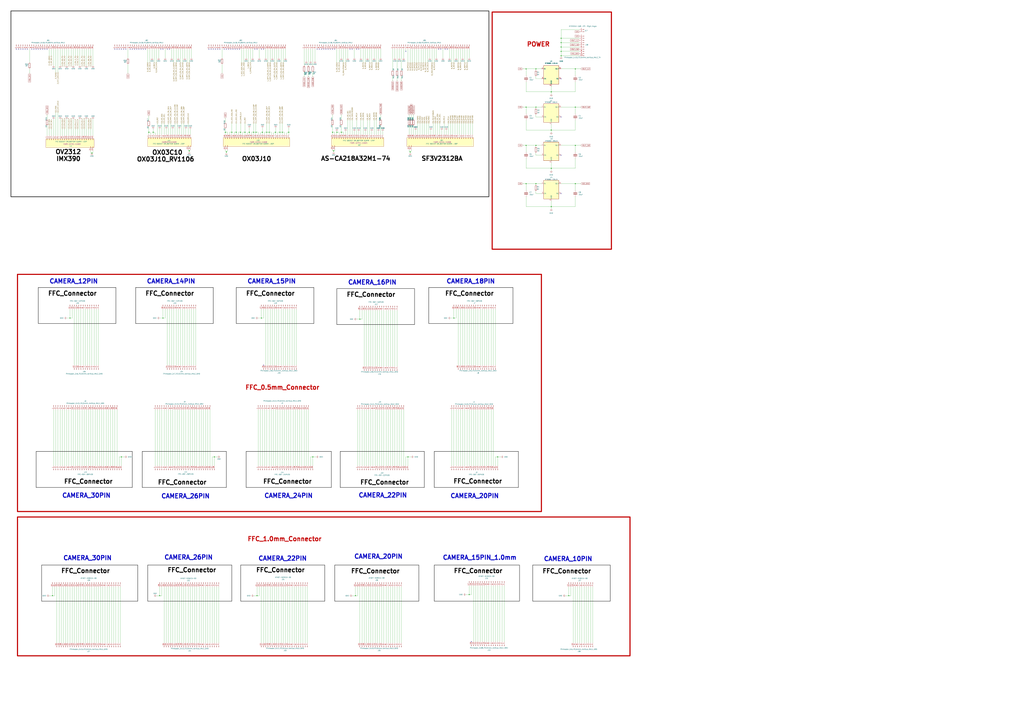
<source format=kicad_sch>
(kicad_sch (version 20250114) (generator "eeschema") (generator_version "9.0")
  (paper "A0")
  (lib_symbols
    (symbol "Conn_01x14_Pin_1" (pin_names (offset 1.016) (hide yes))
      (property "Reference" "J26" (at -2.54 -1.27 90))
      (property "Value" "PinHeader_2x6_P2.54mm_Vertical_MALE" (at -5.08 -1.27 90))
      (symbol "Conn_01x14_Pin_1_1_1"
        (pin passive line (at 5.08 15.24 180) (length 3.81) (name "Pin_1") (number "1"))
        (pin passive line (at 5.08 12.7 180) (length 3.81) (name "Pin_2") (number "2"))
        (pin passive line (at 5.08 10.16 180) (length 3.81) (name "Pin_3") (number "3"))
        (pin passive line (at 5.08 7.62 180) (length 3.81) (name "Pin_4") (number "4"))
        (pin passive line (at 5.08 5.08 180) (length 3.81) (name "Pin_5") (number "5"))
        (pin passive line (at 5.08 2.54 180) (length 3.81) (name "Pin_6") (number "6"))
        (pin passive line (at 5.08 0 180) (length 3.81) (name "Pin_7") (number "7"))
        (pin passive line (at 5.08 -2.54 180) (length 3.81) (name "Pin_8") (number "8"))
        (pin passive line (at 5.08 -5.08 180) (length 3.81) (name "Pin_9") (number "9"))
        (pin passive line (at 5.08 -7.62 180) (length 3.81) (name "Pin_10") (number "10"))
        (pin passive line (at 5.08 -10.16 180) (length 3.81) (name "Pin_11") (number "11"))
        (pin passive line (at 5.08 -12.7 180) (length 3.81) (name "Pin_12") (number "12"))
      )
    )
    (symbol "Conn_01x14_Pin_2" (pin_names (offset 1.016) (hide yes))
      (property "Reference" "J38" (at -5.08 -0.762 90))
      (property "Value" "PinHeader_2x5_P2.54mm_Vertical_MALE_SMD" (at -2.54 -1.016 90))
      (symbol "Conn_01x14_Pin_2_1_1"
        (pin passive line (at 5.08 15.24 180) (length 3.81) (name "Pin_1") (number "1"))
        (pin passive line (at 5.08 12.7 180) (length 3.81) (name "Pin_2") (number "2"))
        (pin passive line (at 5.08 10.16 180) (length 3.81) (name "Pin_3") (number "3"))
        (pin passive line (at 5.08 7.62 180) (length 3.81) (name "Pin_4") (number "4"))
        (pin passive line (at 5.08 5.08 180) (length 3.81) (name "Pin_5") (number "5"))
        (pin passive line (at 5.08 2.54 180) (length 3.81) (name "Pin_6") (number "6"))
        (pin passive line (at 5.08 0 180) (length 3.81) (name "Pin_7") (number "7"))
        (pin passive line (at 5.08 -2.54 180) (length 3.81) (name "Pin_8") (number "8"))
        (pin passive line (at 5.08 -5.08 180) (length 3.81) (name "Pin_9") (number "9"))
        (pin passive line (at 5.08 -7.62 180) (length 3.81) (name "Pin_10") (number "10"))
      )
    )
    (symbol "Conn_01x30_Pin_1" (pin_names (offset 1.016) (hide yes))
      (property "Reference" "J14" (at -2.54 -1.27 90))
      (property "Value" "Conn_01x30_Pin" (at -5.08 -1.27 90))
      (symbol "Conn_01x30_Pin_1_1_1"
        (pin passive line (at 5.08 35.56 180) (length 3.81) (name "Pin_1") (number "1"))
        (pin passive line (at 5.08 33.02 180) (length 3.81) (name "Pin_2") (number "2"))
        (pin passive line (at 5.08 30.48 180) (length 3.81) (name "Pin_3") (number "3"))
        (pin passive line (at 5.08 27.94 180) (length 3.81) (name "Pin_4") (number "4"))
        (pin passive line (at 5.08 25.4 180) (length 3.81) (name "Pin_5") (number "5"))
        (pin passive line (at 5.08 22.86 180) (length 3.81) (name "Pin_6") (number "6"))
        (pin passive line (at 5.08 20.32 180) (length 3.81) (name "Pin_7") (number "7"))
        (pin passive line (at 5.08 17.78 180) (length 3.81) (name "Pin_8") (number "8"))
        (pin passive line (at 5.08 15.24 180) (length 3.81) (name "Pin_9") (number "9"))
        (pin passive line (at 5.08 12.7 180) (length 3.81) (name "Pin_10") (number "10"))
        (pin passive line (at 5.08 10.16 180) (length 3.81) (name "Pin_11") (number "11"))
        (pin passive line (at 5.08 7.62 180) (length 3.81) (name "Pin_12") (number "12"))
        (pin passive line (at 5.08 5.08 180) (length 3.81) (name "Pin_13") (number "13"))
        (pin passive line (at 5.08 2.54 180) (length 3.81) (name "Pin_14") (number "14"))
        (pin passive line (at 5.08 0 180) (length 3.81) (name "Pin_15") (number "15"))
        (pin passive line (at 5.08 -2.54 180) (length 3.81) (name "Pin_16") (number "16"))
        (pin passive line (at 5.08 -5.08 180) (length 3.81) (name "Pin_17") (number "17"))
        (pin passive line (at 5.08 -7.62 180) (length 3.81) (name "Pin_18") (number "18"))
        (pin passive line (at 5.08 -10.16 180) (length 3.81) (name "Pin_19") (number "19"))
        (pin passive line (at 5.08 -12.7 180) (length 3.81) (name "Pin_20") (number "20"))
        (pin passive line (at 5.08 -15.24 180) (length 3.81) (name "Pin_21") (number "21"))
        (pin passive line (at 5.08 -17.78 180) (length 3.81) (name "Pin_22") (number "22"))
        (pin passive line (at 5.08 -20.32 180) (length 3.81) (name "Pin_23") (number "23"))
        (pin passive line (at 5.08 -22.86 180) (length 3.81) (name "Pin_24") (number "24"))
      )
    )
    (symbol "Conn_01x30_Pin_10" (pin_names (offset 1.016) (hide yes))
      (property "Reference" "J7" (at -2.794 6.858 90))
      (property "Value" "FFC SOCKET DR_DWN 0.5MM -20P" (at -5.334 6.858 90))
      (symbol "Conn_01x30_Pin_10_1_1"
        (pin passive line (at 5.08 35.56 180) (length 3.81) (name "Pin_1") (number "1"))
        (pin passive line (at 5.08 33.02 180) (length 3.81) (name "Pin_2") (number "2"))
        (pin passive line (at 5.08 30.48 180) (length 3.81) (name "Pin_3") (number "3"))
        (pin passive line (at 5.08 27.94 180) (length 3.81) (name "Pin_4") (number "4"))
        (pin passive line (at 5.08 25.4 180) (length 3.81) (name "Pin_5") (number "5"))
        (pin passive line (at 5.08 22.86 180) (length 3.81) (name "Pin_6") (number "6"))
        (pin passive line (at 5.08 20.32 180) (length 3.81) (name "Pin_7") (number "7"))
        (pin passive line (at 5.08 17.78 180) (length 3.81) (name "Pin_8") (number "8"))
        (pin passive line (at 5.08 15.24 180) (length 3.81) (name "Pin_9") (number "9"))
        (pin passive line (at 5.08 12.7 180) (length 3.81) (name "Pin_10") (number "10"))
        (pin passive line (at 5.08 10.16 180) (length 3.81) (name "Pin_11") (number "11"))
        (pin passive line (at 5.08 7.62 180) (length 3.81) (name "Pin_12") (number "12"))
        (pin passive line (at 5.08 5.08 180) (length 3.81) (name "Pin_13") (number "13"))
        (pin passive line (at 5.08 2.54 180) (length 3.81) (name "Pin_14") (number "14"))
        (pin passive line (at 5.08 0 180) (length 3.81) (name "Pin_15") (number "15"))
        (pin passive line (at 5.08 -2.54 180) (length 3.81) (name "Pin_16") (number "16"))
        (pin passive line (at 5.08 -5.08 180) (length 3.81) (name "Pin_17") (number "17"))
        (pin passive line (at 5.08 -7.62 180) (length 3.81) (name "Pin_18") (number "18"))
        (pin passive line (at 5.08 -10.16 180) (length 3.81) (name "Pin_19") (number "19"))
        (pin passive line (at 5.08 -12.7 180) (length 3.81) (name "Pin_20") (number "20"))
      )
    )
    (symbol "Conn_01x30_Pin_11" (pin_names (offset 1.016) (hide yes))
      (property "Reference" "J8" (at -4.064 15.24 90))
      (property "Value" "PinHeader_2x10_P2.54mm_Vertical_MALE" (at -1.524 15.24 90))
      (symbol "Conn_01x30_Pin_11_1_1"
        (pin passive line (at 5.08 35.56 180) (length 3.81) (name "Pin_1") (number "1"))
        (pin passive line (at 5.08 33.02 180) (length 3.81) (name "Pin_2") (number "2"))
        (pin passive line (at 5.08 30.48 180) (length 3.81) (name "Pin_3") (number "3"))
        (pin passive line (at 5.08 27.94 180) (length 3.81) (name "Pin_4") (number "4"))
        (pin passive line (at 5.08 25.4 180) (length 3.81) (name "Pin_5") (number "5"))
        (pin passive line (at 5.08 22.86 180) (length 3.81) (name "Pin_6") (number "6"))
        (pin passive line (at 5.08 20.32 180) (length 3.81) (name "Pin_7") (number "7"))
        (pin passive line (at 5.08 17.78 180) (length 3.81) (name "Pin_8") (number "8"))
        (pin passive line (at 5.08 15.24 180) (length 3.81) (name "Pin_9") (number "9"))
        (pin passive line (at 5.08 12.7 180) (length 3.81) (name "Pin_10") (number "10"))
        (pin passive line (at 5.08 10.16 180) (length 3.81) (name "Pin_11") (number "11"))
        (pin passive line (at 5.08 7.62 180) (length 3.81) (name "Pin_12") (number "12"))
        (pin passive line (at 5.08 5.08 180) (length 3.81) (name "Pin_13") (number "13"))
        (pin passive line (at 5.08 2.54 180) (length 3.81) (name "Pin_14") (number "14"))
        (pin passive line (at 5.08 0 180) (length 3.81) (name "Pin_15") (number "15"))
        (pin passive line (at 5.08 -2.54 180) (length 3.81) (name "Pin_16") (number "16"))
        (pin passive line (at 5.08 -5.08 180) (length 3.81) (name "Pin_17") (number "17"))
        (pin passive line (at 5.08 -7.62 180) (length 3.81) (name "Pin_18") (number "18"))
      )
    )
    (symbol "Conn_01x30_Pin_12" (pin_names (offset 1.016) (hide yes))
      (property "Reference" "J11" (at -3.556 7.366 90))
      (property "Value" "FFC SOCKET DR_DWN 0.5MM -22P" (at -6.096 7.366 90))
      (symbol "Conn_01x30_Pin_12_1_1"
        (pin passive line (at 5.08 35.56 180) (length 3.81) (name "Pin_1") (number "1"))
        (pin passive line (at 5.08 33.02 180) (length 3.81) (name "Pin_2") (number "2"))
        (pin passive line (at 5.08 30.48 180) (length 3.81) (name "Pin_3") (number "3"))
        (pin passive line (at 5.08 27.94 180) (length 3.81) (name "Pin_4") (number "4"))
        (pin passive line (at 5.08 25.4 180) (length 3.81) (name "Pin_5") (number "5"))
        (pin passive line (at 5.08 22.86 180) (length 3.81) (name "Pin_6") (number "6"))
        (pin passive line (at 5.08 20.32 180) (length 3.81) (name "Pin_7") (number "7"))
        (pin passive line (at 5.08 17.78 180) (length 3.81) (name "Pin_8") (number "8"))
        (pin passive line (at 5.08 15.24 180) (length 3.81) (name "Pin_9") (number "9"))
        (pin passive line (at 5.08 12.7 180) (length 3.81) (name "Pin_10") (number "10"))
        (pin passive line (at 5.08 10.16 180) (length 3.81) (name "Pin_11") (number "11"))
        (pin passive line (at 5.08 7.62 180) (length 3.81) (name "Pin_12") (number "12"))
        (pin passive line (at 5.08 5.08 180) (length 3.81) (name "Pin_13") (number "13"))
        (pin passive line (at 5.08 2.54 180) (length 3.81) (name "Pin_14") (number "14"))
        (pin passive line (at 5.08 0 180) (length 3.81) (name "Pin_15") (number "15"))
        (pin passive line (at 5.08 -2.54 180) (length 3.81) (name "Pin_16") (number "16"))
        (pin passive line (at 5.08 -5.08 180) (length 3.81) (name "Pin_17") (number "17"))
        (pin passive line (at 5.08 -7.62 180) (length 3.81) (name "Pin_18") (number "18"))
        (pin passive line (at 5.08 -10.16 180) (length 3.81) (name "Pin_19") (number "19"))
        (pin passive line (at 5.08 -12.7 180) (length 3.81) (name "Pin_20") (number "20"))
        (pin passive line (at 5.08 -15.24 180) (length 3.81) (name "Pin_21") (number "21"))
        (pin passive line (at 5.08 -17.78 180) (length 3.81) (name "Pin_22") (number "22"))
        (pin passive line (at 5.08 -20.32 180) (length 3.81) (name "Pin_23") (number "23"))
        (pin passive line (at 5.08 -22.86 180) (length 3.81) (name "Pin_24") (number "24"))
        (pin passive line (at 5.08 -25.4 180) (length 3.81) (name "Pin_25") (number "25"))
        (pin passive line (at 5.08 -27.94 180) (length 3.81) (name "Pin_26") (number "26"))
        (pin passive line (at 5.08 -30.48 180) (length 3.81) (name "Pin_27") (number "27"))
        (pin passive line (at 5.08 -33.02 180) (length 3.81) (name "Pin_28") (number "28"))
      )
    )
    (symbol "Conn_01x30_Pin_13" (pin_names (offset 1.016) (hide yes))
      (property "Reference" "J9" (at -4.064 9.652 90))
      (property "Value" "PinHeader_2x13_P2.54mm_Vertical_MALE" (at -1.524 9.652 90))
      (symbol "Conn_01x30_Pin_13_1_1"
        (pin passive line (at 5.08 35.56 180) (length 3.81) (name "Pin_1") (number "1"))
        (pin passive line (at 5.08 33.02 180) (length 3.81) (name "Pin_2") (number "2"))
        (pin passive line (at 5.08 30.48 180) (length 3.81) (name "Pin_3") (number "3"))
        (pin passive line (at 5.08 27.94 180) (length 3.81) (name "Pin_4") (number "4"))
        (pin passive line (at 5.08 25.4 180) (length 3.81) (name "Pin_5") (number "5"))
        (pin passive line (at 5.08 22.86 180) (length 3.81) (name "Pin_6") (number "6"))
        (pin passive line (at 5.08 20.32 180) (length 3.81) (name "Pin_7") (number "7"))
        (pin passive line (at 5.08 17.78 180) (length 3.81) (name "Pin_8") (number "8"))
        (pin passive line (at 5.08 15.24 180) (length 3.81) (name "Pin_9") (number "9"))
        (pin passive line (at 5.08 12.7 180) (length 3.81) (name "Pin_10") (number "10"))
        (pin passive line (at 5.08 10.16 180) (length 3.81) (name "Pin_11") (number "11"))
        (pin passive line (at 5.08 7.62 180) (length 3.81) (name "Pin_12") (number "12"))
        (pin passive line (at 5.08 5.08 180) (length 3.81) (name "Pin_13") (number "13"))
        (pin passive line (at 5.08 2.54 180) (length 3.81) (name "Pin_14") (number "14"))
        (pin passive line (at 5.08 0 180) (length 3.81) (name "Pin_15") (number "15"))
        (pin passive line (at 5.08 -2.54 180) (length 3.81) (name "Pin_16") (number "16"))
        (pin passive line (at 5.08 -5.08 180) (length 3.81) (name "Pin_17") (number "17"))
        (pin passive line (at 5.08 -7.62 180) (length 3.81) (name "Pin_18") (number "18"))
        (pin passive line (at 5.08 -10.16 180) (length 3.81) (name "Pin_19") (number "19"))
        (pin passive line (at 5.08 -12.7 180) (length 3.81) (name "Pin_20") (number "20"))
        (pin passive line (at 5.08 -15.24 180) (length 3.81) (name "Pin_21") (number "21"))
        (pin passive line (at 5.08 -17.78 180) (length 3.81) (name "Pin_22") (number "22"))
        (pin passive line (at 5.08 -20.32 180) (length 3.81) (name "Pin_23") (number "23"))
        (pin passive line (at 5.08 -22.86 180) (length 3.81) (name "Pin_24") (number "24"))
        (pin passive line (at 5.08 -25.4 180) (length 3.81) (name "Pin_25") (number "25"))
        (pin passive line (at 5.08 -27.94 180) (length 3.81) (name "Pin_26") (number "26"))
      )
    )
    (symbol "Conn_01x30_Pin_14" (pin_names (offset 1.016) (hide yes))
      (property "Reference" "J12" (at -2.032 11.176 90))
      (property "Value" "FFC SOCKET DR_DWN 0.5MM -16P" (at -4.572 11.176 90))
      (symbol "Conn_01x30_Pin_14_1_1"
        (pin passive line (at 5.08 35.56 180) (length 3.81) (name "Pin_1") (number "1"))
        (pin passive line (at 5.08 33.02 180) (length 3.81) (name "Pin_2") (number "2"))
        (pin passive line (at 5.08 30.48 180) (length 3.81) (name "Pin_3") (number "3"))
        (pin passive line (at 5.08 27.94 180) (length 3.81) (name "Pin_4") (number "4"))
        (pin passive line (at 5.08 25.4 180) (length 3.81) (name "Pin_5") (number "5"))
        (pin passive line (at 5.08 22.86 180) (length 3.81) (name "Pin_6") (number "6"))
        (pin passive line (at 5.08 20.32 180) (length 3.81) (name "Pin_7") (number "7"))
        (pin passive line (at 5.08 17.78 180) (length 3.81) (name "Pin_8") (number "8"))
        (pin passive line (at 5.08 15.24 180) (length 3.81) (name "Pin_9") (number "9"))
        (pin passive line (at 5.08 12.7 180) (length 3.81) (name "Pin_10") (number "10"))
        (pin passive line (at 5.08 10.16 180) (length 3.81) (name "Pin_11") (number "11"))
        (pin passive line (at 5.08 7.62 180) (length 3.81) (name "Pin_12") (number "12"))
        (pin passive line (at 5.08 5.08 180) (length 3.81) (name "Pin_13") (number "13"))
        (pin passive line (at 5.08 2.54 180) (length 3.81) (name "Pin_14") (number "14"))
        (pin passive line (at 5.08 0 180) (length 3.81) (name "Pin_15") (number "15"))
        (pin passive line (at 5.08 -2.54 180) (length 3.81) (name "Pin_16") (number "16"))
        (pin passive line (at 5.08 -5.08 180) (length 3.81) (name "Pin_17") (number "17"))
        (pin passive line (at 5.08 -7.62 180) (length 3.81) (name "Pin_18") (number "18"))
      )
    )
    (symbol "Conn_01x30_Pin_15" (pin_names (offset 1.016) (hide yes))
      (property "Reference" "J16" (at -4.064 15.24 90))
      (property "Value" "PinHeader_2x8_P2.54mm_Vertical_MALE" (at -1.524 15.24 90))
      (symbol "Conn_01x30_Pin_15_1_1"
        (pin passive line (at 5.08 35.56 180) (length 3.81) (name "Pin_1") (number "1"))
        (pin passive line (at 5.08 33.02 180) (length 3.81) (name "Pin_2") (number "2"))
        (pin passive line (at 5.08 30.48 180) (length 3.81) (name "Pin_3") (number "3"))
        (pin passive line (at 5.08 27.94 180) (length 3.81) (name "Pin_4") (number "4"))
        (pin passive line (at 5.08 25.4 180) (length 3.81) (name "Pin_5") (number "5"))
        (pin passive line (at 5.08 22.86 180) (length 3.81) (name "Pin_6") (number "6"))
        (pin passive line (at 5.08 20.32 180) (length 3.81) (name "Pin_7") (number "7"))
        (pin passive line (at 5.08 17.78 180) (length 3.81) (name "Pin_8") (number "8"))
        (pin passive line (at 5.08 15.24 180) (length 3.81) (name "Pin_9") (number "9"))
        (pin passive line (at 5.08 12.7 180) (length 3.81) (name "Pin_10") (number "10"))
        (pin passive line (at 5.08 10.16 180) (length 3.81) (name "Pin_11") (number "11"))
        (pin passive line (at 5.08 7.62 180) (length 3.81) (name "Pin_12") (number "12"))
        (pin passive line (at 5.08 5.08 180) (length 3.81) (name "Pin_13") (number "13"))
        (pin passive line (at 5.08 2.54 180) (length 3.81) (name "Pin_14") (number "14"))
        (pin passive line (at 5.08 0 180) (length 3.81) (name "Pin_15") (number "15"))
        (pin passive line (at 5.08 -2.54 180) (length 3.81) (name "Pin_16") (number "16"))
      )
    )
    (symbol "Conn_01x30_Pin_16" (pin_names (offset 1.016) (hide yes))
      (property "Reference" "J19" (at -2.032 11.176 90))
      (property "Value" "FFC SOCKET DR_DWN 0.5MM -15P" (at -4.572 11.176 90))
      (symbol "Conn_01x30_Pin_16_1_1"
        (pin passive line (at 5.08 35.56 180) (length 3.81) (name "Pin_1") (number "1"))
        (pin passive line (at 5.08 33.02 180) (length 3.81) (name "Pin_2") (number "2"))
        (pin passive line (at 5.08 30.48 180) (length 3.81) (name "Pin_3") (number "3"))
        (pin passive line (at 5.08 27.94 180) (length 3.81) (name "Pin_4") (number "4"))
        (pin passive line (at 5.08 25.4 180) (length 3.81) (name "Pin_5") (number "5"))
        (pin passive line (at 5.08 22.86 180) (length 3.81) (name "Pin_6") (number "6"))
        (pin passive line (at 5.08 20.32 180) (length 3.81) (name "Pin_7") (number "7"))
        (pin passive line (at 5.08 17.78 180) (length 3.81) (name "Pin_8") (number "8"))
        (pin passive line (at 5.08 15.24 180) (length 3.81) (name "Pin_9") (number "9"))
        (pin passive line (at 5.08 12.7 180) (length 3.81) (name "Pin_10") (number "10"))
        (pin passive line (at 5.08 10.16 180) (length 3.81) (name "Pin_11") (number "11"))
        (pin passive line (at 5.08 7.62 180) (length 3.81) (name "Pin_12") (number "12"))
        (pin passive line (at 5.08 5.08 180) (length 3.81) (name "Pin_13") (number "13"))
        (pin passive line (at 5.08 2.54 180) (length 3.81) (name "Pin_14") (number "14"))
        (pin passive line (at 5.08 0 180) (length 3.81) (name "Pin_15") (number "15"))
        (pin passive line (at 5.08 -2.54 180) (length 3.81) (name "Pin_16") (number "16"))
        (pin passive line (at 5.08 -5.08 180) (length 3.81) (name "Pin_17") (number "17"))
      )
    )
    (symbol "Conn_01x30_Pin_17" (pin_names (offset 1.016) (hide yes))
      (property "Reference" "J23" (at -2.032 11.176 90))
      (property "Value" "FFC SOCKET DR_DWN 0.5MM -15P" (at -4.572 11.176 90))
      (symbol "Conn_01x30_Pin_17_1_1"
        (pin passive line (at 5.08 35.56 180) (length 3.81) (name "Pin_1") (number "1"))
        (pin passive line (at 5.08 33.02 180) (length 3.81) (name "Pin_2") (number "2"))
        (pin passive line (at 5.08 30.48 180) (length 3.81) (name "Pin_3") (number "3"))
        (pin passive line (at 5.08 27.94 180) (length 3.81) (name "Pin_4") (number "4"))
        (pin passive line (at 5.08 25.4 180) (length 3.81) (name "Pin_5") (number "5"))
        (pin passive line (at 5.08 22.86 180) (length 3.81) (name "Pin_6") (number "6"))
        (pin passive line (at 5.08 20.32 180) (length 3.81) (name "Pin_7") (number "7"))
        (pin passive line (at 5.08 17.78 180) (length 3.81) (name "Pin_8") (number "8"))
        (pin passive line (at 5.08 15.24 180) (length 3.81) (name "Pin_9") (number "9"))
        (pin passive line (at 5.08 12.7 180) (length 3.81) (name "Pin_10") (number "10"))
        (pin passive line (at 5.08 10.16 180) (length 3.81) (name "Pin_11") (number "11"))
        (pin passive line (at 5.08 7.62 180) (length 3.81) (name "Pin_12") (number "12"))
        (pin passive line (at 5.08 5.08 180) (length 3.81) (name "Pin_13") (number "13"))
        (pin passive line (at 5.08 2.54 180) (length 3.81) (name "Pin_14") (number "14"))
        (pin passive line (at 5.08 0 180) (length 3.81) (name "Pin_15") (number "15"))
        (pin passive line (at 5.08 -2.54 180) (length 3.81) (name "Pin_16") (number "16"))
      )
    )
    (symbol "Conn_01x30_Pin_18" (pin_names (offset 1.016) (hide yes))
      (property "Reference" "J25" (at -2.032 11.176 90))
      (property "Value" "FFC SOCKET DR_DWN 0.5MM -14P" (at -4.572 11.176 90))
      (symbol "Conn_01x30_Pin_18_1_1"
        (pin passive line (at 5.08 35.56 180) (length 3.81) (name "Pin_1") (number "1"))
        (pin passive line (at 5.08 33.02 180) (length 3.81) (name "Pin_2") (number "2"))
        (pin passive line (at 5.08 30.48 180) (length 3.81) (name "Pin_3") (number "3"))
        (pin passive line (at 5.08 27.94 180) (length 3.81) (name "Pin_4") (number "4"))
        (pin passive line (at 5.08 25.4 180) (length 3.81) (name "Pin_5") (number "5"))
        (pin passive line (at 5.08 22.86 180) (length 3.81) (name "Pin_6") (number "6"))
        (pin passive line (at 5.08 20.32 180) (length 3.81) (name "Pin_7") (number "7"))
        (pin passive line (at 5.08 17.78 180) (length 3.81) (name "Pin_8") (number "8"))
        (pin passive line (at 5.08 15.24 180) (length 3.81) (name "Pin_9") (number "9"))
        (pin passive line (at 5.08 12.7 180) (length 3.81) (name "Pin_10") (number "10"))
        (pin passive line (at 5.08 10.16 180) (length 3.81) (name "Pin_11") (number "11"))
        (pin passive line (at 5.08 7.62 180) (length 3.81) (name "Pin_12") (number "12"))
        (pin passive line (at 5.08 5.08 180) (length 3.81) (name "Pin_13") (number "13"))
        (pin passive line (at 5.08 2.54 180) (length 3.81) (name "Pin_14") (number "14"))
      )
    )
    (symbol "Conn_01x30_Pin_19" (pin_names (offset 1.016) (hide yes))
      (property "Reference" "J37" (at -2.286 20.32 90))
      (property "Value" "FPC-05F-12PH20" (at -4.826 20.32 90))
      (symbol "Conn_01x30_Pin_19_1_1"
        (pin passive line (at 5.08 35.56 180) (length 3.81) (name "Pin_1") (number "1"))
        (pin passive line (at 5.08 33.02 180) (length 3.81) (name "Pin_2") (number "2"))
        (pin passive line (at 5.08 30.48 180) (length 3.81) (name "Pin_3") (number "3"))
        (pin passive line (at 5.08 27.94 180) (length 3.81) (name "Pin_4") (number "4"))
        (pin passive line (at 5.08 25.4 180) (length 3.81) (name "Pin_5") (number "5"))
        (pin passive line (at 5.08 22.86 180) (length 3.81) (name "Pin_6") (number "6"))
        (pin passive line (at 5.08 20.32 180) (length 3.81) (name "Pin_7") (number "7"))
        (pin passive line (at 5.08 17.78 180) (length 3.81) (name "Pin_8") (number "8"))
        (pin passive line (at 5.08 15.24 180) (length 3.81) (name "Pin_9") (number "9"))
        (pin passive line (at 5.08 12.7 180) (length 3.81) (name "Pin_10") (number "10"))
        (pin passive line (at 5.08 10.16 180) (length 3.81) (name "Pin_11") (number "11"))
        (pin passive line (at 5.08 7.62 180) (length 3.81) (name "Pin_12") (number "12"))
      )
    )
    (symbol "Conn_01x30_Pin_2" (pin_names (offset 1.016) (hide yes))
      (property "Reference" "J15" (at -3.556 21.59 90))
      (property "Value" "Conn_01x30_Pin" (at -6.096 21.59 90))
      (symbol "Conn_01x30_Pin_2_1_1"
        (pin passive line (at 5.08 35.56 180) (length 3.81) (name "Pin_1") (number "1"))
        (pin passive line (at 5.08 33.02 180) (length 3.81) (name "Pin_2") (number "2"))
        (pin passive line (at 5.08 30.48 180) (length 3.81) (name "Pin_3") (number "3"))
        (pin passive line (at 5.08 27.94 180) (length 3.81) (name "Pin_4") (number "4"))
        (pin passive line (at 5.08 25.4 180) (length 3.81) (name "Pin_5") (number "5"))
        (pin passive line (at 5.08 22.86 180) (length 3.81) (name "Pin_6") (number "6"))
        (pin passive line (at 5.08 20.32 180) (length 3.81) (name "Pin_7") (number "7"))
        (pin passive line (at 5.08 17.78 180) (length 3.81) (name "Pin_8") (number "8"))
        (pin passive line (at 5.08 15.24 180) (length 3.81) (name "Pin_9") (number "9"))
        (pin passive line (at 5.08 12.7 180) (length 3.81) (name "Pin_10") (number "10"))
        (pin passive line (at 5.08 10.16 180) (length 3.81) (name "Pin_11") (number "11"))
        (pin passive line (at 5.08 7.62 180) (length 3.81) (name "Pin_12") (number "12"))
        (pin passive line (at 5.08 5.08 180) (length 3.81) (name "Pin_13") (number "13"))
        (pin passive line (at 5.08 2.54 180) (length 3.81) (name "Pin_14") (number "14"))
        (pin passive line (at 5.08 0 180) (length 3.81) (name "Pin_15") (number "15"))
        (pin passive line (at 5.08 -2.54 180) (length 3.81) (name "Pin_14") (number "16"))
        (pin passive line (at 5.08 -5.08 180) (length 3.81) (name "Pin_15") (number "17"))
      )
    )
    (symbol "Conn_01x30_Pin_20" (pin_names (offset 1.016) (hide yes))
      (property "Reference" "J4" (at -5.08 6.35 90))
      (property "Value" "52435-2271" (at -2.54 6.35 90))
      (symbol "Conn_01x30_Pin_20_1_1"
        (pin passive line (at -12.7 -35.56 0) (length 3.81) (name "Pin_31") (number "31"))
        (pin passive line (at -12.7 -38.1 0) (length 3.81) (name "Pin_32") (number "32"))
        (pin passive line (at 5.08 35.56 180) (length 3.81) (name "Pin_1") (number "1"))
        (pin passive line (at 5.08 33.02 180) (length 3.81) (name "Pin_2") (number "2"))
        (pin passive line (at 5.08 30.48 180) (length 3.81) (name "Pin_3") (number "3"))
        (pin passive line (at 5.08 27.94 180) (length 3.81) (name "Pin_4") (number "4"))
        (pin passive line (at 5.08 25.4 180) (length 3.81) (name "Pin_5") (number "5"))
        (pin passive line (at 5.08 22.86 180) (length 3.81) (name "Pin_6") (number "6"))
        (pin passive line (at 5.08 20.32 180) (length 3.81) (name "Pin_7") (number "7"))
        (pin passive line (at 5.08 17.78 180) (length 3.81) (name "Pin_8") (number "8"))
        (pin passive line (at 5.08 15.24 180) (length 3.81) (name "Pin_9") (number "9"))
        (pin passive line (at 5.08 12.7 180) (length 3.81) (name "Pin_10") (number "10"))
        (pin passive line (at 5.08 10.16 180) (length 3.81) (name "Pin_11") (number "11"))
        (pin passive line (at 5.08 7.62 180) (length 3.81) (name "Pin_12") (number "12"))
        (pin passive line (at 5.08 5.08 180) (length 3.81) (name "Pin_13") (number "13"))
        (pin passive line (at 5.08 2.54 180) (length 3.81) (name "Pin_14") (number "14"))
        (pin passive line (at 5.08 0 180) (length 3.81) (name "Pin_15") (number "15"))
        (pin passive line (at 5.08 -2.54 180) (length 3.81) (name "Pin_16") (number "16"))
        (pin passive line (at 5.08 -5.08 180) (length 3.81) (name "Pin_17") (number "17"))
        (pin passive line (at 5.08 -7.62 180) (length 3.81) (name "Pin_18") (number "18"))
        (pin passive line (at 5.08 -10.16 180) (length 3.81) (name "Pin_19") (number "19"))
        (pin passive line (at 5.08 -12.7 180) (length 3.81) (name "Pin_20") (number "20"))
        (pin passive line (at 5.08 -15.24 180) (length 3.81) (name "Pin_21") (number "21"))
        (pin passive line (at 5.08 -17.78 180) (length 3.81) (name "Pin_22") (number "22"))
        (pin passive line (at 5.08 -20.32 180) (length 3.81) (name "Pin_23") (number "23"))
        (pin passive line (at 5.08 -22.86 180) (length 3.81) (name "Pin_24") (number "24"))
        (pin passive line (at 5.08 -25.4 180) (length 3.81) (name "Pin_25") (number "25"))
        (pin passive line (at 5.08 -27.94 180) (length 3.81) (name "Pin_26") (number "26"))
        (pin passive line (at 5.08 -30.48 180) (length 3.81) (name "Pin_27") (number "27"))
        (pin passive line (at 5.08 -33.02 180) (length 3.81) (name "Pin_28") (number "28"))
        (pin passive line (at 5.08 -35.56 180) (length 3.81) (name "Pin_29") (number "29"))
        (pin passive line (at 5.08 -38.1 180) (length 3.81) (name "Pin_30") (number "30"))
      )
    )
    (symbol "Conn_01x30_Pin_21" (pin_names (offset 1.016) (hide yes))
      (property "Reference" "J39" (at -2.794 6.858 90))
      (property "Value" "FPC-05F-20PH20" (at -5.334 6.858 90))
      (symbol "Conn_01x30_Pin_21_1_1"
        (pin passive line (at -12.7 -10.16 0) (length 3.81) (name "Pin_22") (number "22"))
        (pin passive line (at -12.7 -12.7 0) (length 3.81) (name "Pin_21") (number "21"))
        (pin passive line (at 5.08 35.56 180) (length 3.81) (name "Pin_1") (number "1"))
        (pin passive line (at 5.08 33.02 180) (length 3.81) (name "Pin_2") (number "2"))
        (pin passive line (at 5.08 30.48 180) (length 3.81) (name "Pin_3") (number "3"))
        (pin passive line (at 5.08 27.94 180) (length 3.81) (name "Pin_4") (number "4"))
        (pin passive line (at 5.08 25.4 180) (length 3.81) (name "Pin_5") (number "5"))
        (pin passive line (at 5.08 22.86 180) (length 3.81) (name "Pin_6") (number "6"))
        (pin passive line (at 5.08 20.32 180) (length 3.81) (name "Pin_7") (number "7"))
        (pin passive line (at 5.08 17.78 180) (length 3.81) (name "Pin_8") (number "8"))
        (pin passive line (at 5.08 15.24 180) (length 3.81) (name "Pin_9") (number "9"))
        (pin passive line (at 5.08 12.7 180) (length 3.81) (name "Pin_10") (number "10"))
        (pin passive line (at 5.08 10.16 180) (length 3.81) (name "Pin_11") (number "11"))
        (pin passive line (at 5.08 7.62 180) (length 3.81) (name "Pin_12") (number "12"))
        (pin passive line (at 5.08 5.08 180) (length 3.81) (name "Pin_13") (number "13"))
        (pin passive line (at 5.08 2.54 180) (length 3.81) (name "Pin_14") (number "14"))
        (pin passive line (at 5.08 0 180) (length 3.81) (name "Pin_15") (number "15"))
        (pin passive line (at 5.08 -2.54 180) (length 3.81) (name "Pin_16") (number "16"))
        (pin passive line (at 5.08 -5.08 180) (length 3.81) (name "Pin_17") (number "17"))
        (pin passive line (at 5.08 -7.62 180) (length 3.81) (name "Pin_18") (number "18"))
        (pin passive line (at 5.08 -10.16 180) (length 3.81) (name "Pin_19") (number "19"))
        (pin passive line (at 5.08 -12.7 180) (length 3.81) (name "Pin_20") (number "20"))
      )
    )
    (symbol "Conn_01x30_Pin_22" (pin_names (offset 1.016) (hide yes))
      (property "Reference" "J5" (at -7.366 8.128 90))
      (property "Value" "FFC SOCKET DR_BOTTOM 0.5MM -22P" (at -2.032 7.62 90))
      (property "MPN" " F32R-1A7H1-11022" (at -4.826 7.112 90))
      (symbol "Conn_01x30_Pin_22_1_1"
        (pin passive line (at -12.7 -15.24 0) (length 3.81) (name "Pin_24") (number "24"))
        (pin passive line (at -12.7 -17.78 0) (length 3.81) (name "Pin_23") (number "23"))
        (pin passive line (at 5.08 35.56 180) (length 3.81) (name "Pin_1") (number "1"))
        (pin passive line (at 5.08 33.02 180) (length 3.81) (name "Pin_2") (number "2"))
        (pin passive line (at 5.08 30.48 180) (length 3.81) (name "Pin_3") (number "3"))
        (pin passive line (at 5.08 27.94 180) (length 3.81) (name "Pin_4") (number "4"))
        (pin passive line (at 5.08 25.4 180) (length 3.81) (name "Pin_5") (number "5"))
        (pin passive line (at 5.08 22.86 180) (length 3.81) (name "Pin_6") (number "6"))
        (pin passive line (at 5.08 20.32 180) (length 3.81) (name "Pin_7") (number "7"))
        (pin passive line (at 5.08 17.78 180) (length 3.81) (name "Pin_8") (number "8"))
        (pin passive line (at 5.08 15.24 180) (length 3.81) (name "Pin_9") (number "9"))
        (pin passive line (at 5.08 12.7 180) (length 3.81) (name "Pin_10") (number "10"))
        (pin passive line (at 5.08 10.16 180) (length 3.81) (name "Pin_11") (number "11"))
        (pin passive line (at 5.08 7.62 180) (length 3.81) (name "Pin_12") (number "12"))
        (pin passive line (at 5.08 5.08 180) (length 3.81) (name "Pin_13") (number "13"))
        (pin passive line (at 5.08 2.54 180) (length 3.81) (name "Pin_14") (number "14"))
        (pin passive line (at 5.08 0 180) (length 3.81) (name "Pin_15") (number "15"))
        (pin passive line (at 5.08 -2.54 180) (length 3.81) (name "Pin_16") (number "16"))
        (pin passive line (at 5.08 -5.08 180) (length 3.81) (name "Pin_17") (number "17"))
        (pin passive line (at 5.08 -7.62 180) (length 3.81) (name "Pin_18") (number "18"))
        (pin passive line (at 5.08 -10.16 180) (length 3.81) (name "Pin_19") (number "19"))
        (pin passive line (at 5.08 -12.7 180) (length 3.81) (name "Pin_20") (number "20"))
        (pin passive line (at 5.08 -15.24 180) (length 3.81) (name "Pin_21") (number "21"))
        (pin passive line (at 5.08 -17.78 180) (length 3.81) (name "Pin_22") (number "22"))
      )
    )
    (symbol "Conn_01x30_Pin_25" (pin_names (offset 1.016) (hide yes))
      (property "Reference" "J60" (at -7.366 8.128 90))
      (property "Value" "FFC SOCKET DR_BOTTOM 0.5MM -24P" (at -2.032 7.62 90))
      (property "MPN" " F32R-1A7H1-11024" (at -4.826 7.112 90))
      (symbol "Conn_01x30_Pin_25_1_1"
        (pin passive line (at -12.7 -20.32 0) (length 3.81) (name "Pin_25") (number "25"))
        (pin passive line (at -12.7 -22.86 0) (length 3.81) (name "Pin_26") (number "26"))
        (pin passive line (at 5.08 35.56 180) (length 3.81) (name "Pin_1") (number "1"))
        (pin passive line (at 5.08 33.02 180) (length 3.81) (name "Pin_2") (number "2"))
        (pin passive line (at 5.08 30.48 180) (length 3.81) (name "Pin_3") (number "3"))
        (pin passive line (at 5.08 27.94 180) (length 3.81) (name "Pin_4") (number "4"))
        (pin passive line (at 5.08 25.4 180) (length 3.81) (name "Pin_5") (number "5"))
        (pin passive line (at 5.08 22.86 180) (length 3.81) (name "Pin_6") (number "6"))
        (pin passive line (at 5.08 20.32 180) (length 3.81) (name "Pin_7") (number "7"))
        (pin passive line (at 5.08 17.78 180) (length 3.81) (name "Pin_8") (number "8"))
        (pin passive line (at 5.08 15.24 180) (length 3.81) (name "Pin_9") (number "9"))
        (pin passive line (at 5.08 12.7 180) (length 3.81) (name "Pin_10") (number "10"))
        (pin passive line (at 5.08 10.16 180) (length 3.81) (name "Pin_11") (number "11"))
        (pin passive line (at 5.08 7.62 180) (length 3.81) (name "Pin_12") (number "12"))
        (pin passive line (at 5.08 5.08 180) (length 3.81) (name "Pin_13") (number "13"))
        (pin passive line (at 5.08 2.54 180) (length 3.81) (name "Pin_14") (number "14"))
        (pin passive line (at 5.08 0 180) (length 3.81) (name "Pin_15") (number "15"))
        (pin passive line (at 5.08 -2.54 180) (length 3.81) (name "Pin_16") (number "16"))
        (pin passive line (at 5.08 -5.08 180) (length 3.81) (name "Pin_17") (number "17"))
        (pin passive line (at 5.08 -7.62 180) (length 3.81) (name "Pin_18") (number "18"))
        (pin passive line (at 5.08 -10.16 180) (length 3.81) (name "Pin_19") (number "19"))
        (pin passive line (at 5.08 -12.7 180) (length 3.81) (name "Pin_20") (number "20"))
        (pin passive line (at 5.08 -15.24 180) (length 3.81) (name "Pin_21") (number "21"))
        (pin passive line (at 5.08 -17.78 180) (length 3.81) (name "Pin_22") (number "22"))
        (pin passive line (at 5.08 -20.32 180) (length 3.81) (name "Pin_23") (number "23"))
        (pin passive line (at 5.08 -22.86 180) (length 3.81) (name "Pin_24") (number "24"))
      )
    )
    (symbol "Conn_01x30_Pin_26" (pin_names (offset 1.016) (hide yes))
      (property "Reference" "J77" (at -5.08 -1.27 90))
      (property "Value" "PinHeader_2x15_P2.54mm_Vertical_MALE_SMD" (at -2.54 -1.27 90))
      (symbol "Conn_01x30_Pin_26_1_1"
        (pin passive line (at 5.08 35.56 180) (length 3.81) (name "Pin_1") (number "1"))
        (pin passive line (at 5.08 33.02 180) (length 3.81) (name "Pin_2") (number "2"))
        (pin passive line (at 5.08 30.48 180) (length 3.81) (name "Pin_3") (number "3"))
        (pin passive line (at 5.08 27.94 180) (length 3.81) (name "Pin_4") (number "4"))
        (pin passive line (at 5.08 25.4 180) (length 3.81) (name "Pin_5") (number "5"))
        (pin passive line (at 5.08 22.86 180) (length 3.81) (name "Pin_6") (number "6"))
        (pin passive line (at 5.08 20.32 180) (length 3.81) (name "Pin_7") (number "7"))
        (pin passive line (at 5.08 17.78 180) (length 3.81) (name "Pin_8") (number "8"))
        (pin passive line (at 5.08 15.24 180) (length 3.81) (name "Pin_9") (number "9"))
        (pin passive line (at 5.08 12.7 180) (length 3.81) (name "Pin_10") (number "10"))
        (pin passive line (at 5.08 10.16 180) (length 3.81) (name "Pin_11") (number "11"))
        (pin passive line (at 5.08 7.62 180) (length 3.81) (name "Pin_12") (number "12"))
        (pin passive line (at 5.08 5.08 180) (length 3.81) (name "Pin_13") (number "13"))
        (pin passive line (at 5.08 2.54 180) (length 3.81) (name "Pin_14") (number "14"))
        (pin passive line (at 5.08 0 180) (length 3.81) (name "Pin_15") (number "15"))
        (pin passive line (at 5.08 -2.54 180) (length 3.81) (name "Pin_16") (number "16"))
        (pin passive line (at 5.08 -5.08 180) (length 3.81) (name "Pin_17") (number "17"))
        (pin passive line (at 5.08 -7.62 180) (length 3.81) (name "Pin_18") (number "18"))
        (pin passive line (at 5.08 -10.16 180) (length 3.81) (name "Pin_19") (number "19"))
        (pin passive line (at 5.08 -12.7 180) (length 3.81) (name "Pin_20") (number "20"))
        (pin passive line (at 5.08 -15.24 180) (length 3.81) (name "Pin_21") (number "21"))
        (pin passive line (at 5.08 -17.78 180) (length 3.81) (name "Pin_22") (number "22"))
        (pin passive line (at 5.08 -20.32 180) (length 3.81) (name "Pin_23") (number "23"))
        (pin passive line (at 5.08 -22.86 180) (length 3.81) (name "Pin_24") (number "24"))
        (pin passive line (at 5.08 -25.4 180) (length 3.81) (name "Pin_25") (number "25"))
        (pin passive line (at 5.08 -27.94 180) (length 3.81) (name "Pin_26") (number "26"))
        (pin passive line (at 5.08 -30.48 180) (length 3.81) (name "Pin_27") (number "27"))
        (pin passive line (at 5.08 -33.02 180) (length 3.81) (name "Pin_28") (number "28"))
        (pin passive line (at 5.08 -35.56 180) (length 3.81) (name "Pin_29") (number "29"))
        (pin passive line (at 5.08 -38.1 180) (length 3.81) (name "Pin_30") (number "30"))
        (pin passive line (at 5.08 -40.64 180) (length 3.81) (name "Pin_31") (number "31"))
        (pin passive line (at 5.08 -43.18 180) (length 3.81) (name "Pin_32") (number "32"))
        (pin passive line (at 5.08 -45.72 180) (length 3.81) (name "Pin_33") (number "33"))
        (pin passive line (at 5.08 -48.26 180) (length 3.81) (name "Pin_34") (number "34"))
        (pin passive line (at 5.08 -50.8 180) (length 3.81) (name "Pin_35") (number "35"))
        (pin passive line (at 5.08 -53.34 180) (length 3.81) (name "Pin_36") (number "36"))
      )
    )
    (symbol "Conn_01x30_Pin_3" (pin_names (offset 1.016) (hide yes))
      (property "Reference" "J13" (at -2.54 -1.27 90))
      (property "Value" "Conn_01x30_Pin" (at -5.08 -1.27 90))
      (symbol "Conn_01x30_Pin_3_1_1"
        (pin passive line (at 5.08 35.56 180) (length 3.81) (name "Pin_1") (number "1"))
        (pin passive line (at 5.08 33.02 180) (length 3.81) (name "Pin_2") (number "2"))
        (pin passive line (at 5.08 30.48 180) (length 3.81) (name "Pin_3") (number "3"))
        (pin passive line (at 5.08 27.94 180) (length 3.81) (name "Pin_4") (number "4"))
        (pin passive line (at 5.08 25.4 180) (length 3.81) (name "Pin_5") (number "5"))
        (pin passive line (at 5.08 22.86 180) (length 3.81) (name "Pin_6") (number "6"))
        (pin passive line (at 5.08 20.32 180) (length 3.81) (name "Pin_7") (number "7"))
        (pin passive line (at 5.08 17.78 180) (length 3.81) (name "Pin_8") (number "8"))
        (pin passive line (at 5.08 15.24 180) (length 3.81) (name "Pin_9") (number "9"))
        (pin passive line (at 5.08 12.7 180) (length 3.81) (name "Pin_10") (number "10"))
        (pin passive line (at 5.08 10.16 180) (length 3.81) (name "Pin_11") (number "11"))
        (pin passive line (at 5.08 7.62 180) (length 3.81) (name "Pin_12") (number "12"))
        (pin passive line (at 5.08 5.08 180) (length 3.81) (name "Pin_13") (number "13"))
        (pin passive line (at 5.08 2.54 180) (length 3.81) (name "Pin_14") (number "14"))
        (pin passive line (at 5.08 0 180) (length 3.81) (name "Pin_15") (number "15"))
        (pin passive line (at 5.08 -2.54 180) (length 3.81) (name "Pin_16") (number "16"))
        (pin passive line (at 5.08 -5.08 180) (length 3.81) (name "Pin_17") (number "17"))
        (pin passive line (at 5.08 -7.62 180) (length 3.81) (name "Pin_18") (number "18"))
        (pin passive line (at 5.08 -10.16 180) (length 3.81) (name "Pin_19") (number "19"))
        (pin passive line (at 5.08 -12.7 180) (length 3.81) (name "Pin_20") (number "20"))
        (pin passive line (at 5.08 -15.24 180) (length 3.81) (name "Pin_21") (number "21"))
        (pin passive line (at 5.08 -17.78 180) (length 3.81) (name "Pin_22") (number "22"))
        (pin passive line (at 5.08 -20.32 180) (length 3.81) (name "Pin_23") (number "23"))
        (pin passive line (at 5.08 -22.86 180) (length 3.81) (name "Pin_24") (number "24"))
        (pin passive line (at 5.08 -25.4 180) (length 3.81) (name "Pin_25") (number "25"))
        (pin passive line (at 5.08 -27.94 180) (length 3.81) (name "Pin_26") (number "26"))
        (pin passive line (at 5.08 -30.48 180) (length 3.81) (name "Pin_27") (number "27"))
        (pin passive line (at 5.08 -33.02 180) (length 3.81) (name "Pin_28") (number "28"))
        (pin passive line (at 5.08 -35.56 180) (length 3.81) (name "Pin_29") (number "29"))
        (pin passive line (at 5.08 -38.1 180) (length 3.81) (name "Pin_30") (number "30"))
        (pin passive line (at 5.08 -40.64 180) (length 3.81) (name "Pin_29") (number "31"))
        (pin passive line (at 5.08 -43.18 180) (length 3.81) (name "Pin_30") (number "32"))
      )
    )
    (symbol "Conn_01x30_Pin_4" (pin_names (offset 1.016) (hide yes))
      (property "Reference" "J14" (at -2.794 7.62 90))
      (property "Value" "Conn_01x30_Pin" (at -5.334 7.62 90))
      (symbol "Conn_01x30_Pin_4_1_1"
        (pin passive line (at 5.08 35.56 180) (length 3.81) (name "Pin_1") (number "1"))
        (pin passive line (at 5.08 33.02 180) (length 3.81) (name "Pin_2") (number "2"))
        (pin passive line (at 5.08 30.48 180) (length 3.81) (name "Pin_3") (number "3"))
        (pin passive line (at 5.08 27.94 180) (length 3.81) (name "Pin_4") (number "4"))
        (pin passive line (at 5.08 25.4 180) (length 3.81) (name "Pin_5") (number "5"))
        (pin passive line (at 5.08 22.86 180) (length 3.81) (name "Pin_6") (number "6"))
        (pin passive line (at 5.08 20.32 180) (length 3.81) (name "Pin_7") (number "7"))
        (pin passive line (at 5.08 17.78 180) (length 3.81) (name "Pin_8") (number "8"))
        (pin passive line (at 5.08 15.24 180) (length 3.81) (name "Pin_9") (number "9"))
        (pin passive line (at 5.08 12.7 180) (length 3.81) (name "Pin_10") (number "10"))
        (pin passive line (at 5.08 10.16 180) (length 3.81) (name "Pin_11") (number "11"))
        (pin passive line (at 5.08 7.62 180) (length 3.81) (name "Pin_12") (number "12"))
        (pin passive line (at 5.08 5.08 180) (length 3.81) (name "Pin_13") (number "13"))
        (pin passive line (at 5.08 2.54 180) (length 3.81) (name "Pin_14") (number "14"))
        (pin passive line (at 5.08 0 180) (length 3.81) (name "Pin_15") (number "15"))
        (pin passive line (at 5.08 -2.54 180) (length 3.81) (name "Pin_16") (number "16"))
        (pin passive line (at 5.08 -5.08 180) (length 3.81) (name "Pin_17") (number "17"))
        (pin passive line (at 5.08 -7.62 180) (length 3.81) (name "Pin_18") (number "18"))
        (pin passive line (at 5.08 -10.16 180) (length 3.81) (name "Pin_19") (number "19"))
        (pin passive line (at 5.08 -12.7 180) (length 3.81) (name "Pin_20") (number "20"))
        (pin passive line (at 5.08 -15.24 180) (length 3.81) (name "Pin_21") (number "21"))
        (pin passive line (at 5.08 -17.78 180) (length 3.81) (name "Pin_22") (number "22"))
        (pin passive line (at 5.08 -20.32 180) (length 3.81) (name "Pin_23") (number "23"))
        (pin passive line (at 5.08 -22.86 180) (length 3.81) (name "Pin_24") (number "24"))
        (pin passive line (at 5.08 -25.4 180) (length 3.81) (name "Pin_23") (number "25"))
        (pin passive line (at 5.08 -27.94 180) (length 3.81) (name "Pin_24") (number "26"))
      )
    )
    (symbol "Conn_01x30_Pin_5" (pin_names (offset 1.016) (hide yes))
      (property "Reference" "J10" (at -4.826 17.78 90))
      (property "Value" "PinHeader_2x08_P2.54mm_Vertical_MALE_SMD" (at -2.286 17.78 90))
      (symbol "Conn_01x30_Pin_5_1_1"
        (pin passive line (at 5.08 35.56 180) (length 3.81) (name "Pin_1") (number "1"))
        (pin passive line (at 5.08 33.02 180) (length 3.81) (name "Pin_2") (number "2"))
        (pin passive line (at 5.08 30.48 180) (length 3.81) (name "Pin_3") (number "3"))
        (pin passive line (at 5.08 27.94 180) (length 3.81) (name "Pin_4") (number "4"))
        (pin passive line (at 5.08 25.4 180) (length 3.81) (name "Pin_5") (number "5"))
        (pin passive line (at 5.08 22.86 180) (length 3.81) (name "Pin_6") (number "6"))
        (pin passive line (at 5.08 20.32 180) (length 3.81) (name "Pin_7") (number "7"))
        (pin passive line (at 5.08 17.78 180) (length 3.81) (name "Pin_8") (number "8"))
        (pin passive line (at 5.08 15.24 180) (length 3.81) (name "Pin_9") (number "9"))
        (pin passive line (at 5.08 12.7 180) (length 3.81) (name "Pin_10") (number "10"))
        (pin passive line (at 5.08 10.16 180) (length 3.81) (name "Pin_11") (number "11"))
        (pin passive line (at 5.08 7.62 180) (length 3.81) (name "Pin_12") (number "12"))
        (pin passive line (at 5.08 5.08 180) (length 3.81) (name "Pin_13") (number "13"))
        (pin passive line (at 5.08 2.54 180) (length 3.81) (name "Pin_14") (number "14"))
        (pin passive line (at 5.08 0 180) (length 3.81) (name "Pin_15") (number "15"))
        (pin passive line (at 5.08 -2.54 180) (length 3.81) (name "Pin_16") (number "16"))
      )
    )
    (symbol "Conn_01x30_Pin_6" (pin_names (offset 1.016) (hide yes))
      (property "Reference" "J1" (at -4.064 9.652 90))
      (property "Value" "PinHeader_2x10_P2.54mm_Vertical_MALE" (at -1.524 9.652 90))
      (symbol "Conn_01x30_Pin_6_1_1"
        (pin passive line (at 5.08 35.56 180) (length 3.81) (name "Pin_1") (number "1"))
        (pin passive line (at 5.08 33.02 180) (length 3.81) (name "Pin_2") (number "2"))
        (pin passive line (at 5.08 30.48 180) (length 3.81) (name "Pin_3") (number "3"))
        (pin passive line (at 5.08 27.94 180) (length 3.81) (name "Pin_4") (number "4"))
        (pin passive line (at 5.08 25.4 180) (length 3.81) (name "Pin_5") (number "5"))
        (pin passive line (at 5.08 22.86 180) (length 3.81) (name "Pin_6") (number "6"))
        (pin passive line (at 5.08 20.32 180) (length 3.81) (name "Pin_7") (number "7"))
        (pin passive line (at 5.08 17.78 180) (length 3.81) (name "Pin_8") (number "8"))
        (pin passive line (at 5.08 15.24 180) (length 3.81) (name "Pin_9") (number "9"))
        (pin passive line (at 5.08 12.7 180) (length 3.81) (name "Pin_10") (number "10"))
        (pin passive line (at 5.08 10.16 180) (length 3.81) (name "Pin_11") (number "11"))
        (pin passive line (at 5.08 7.62 180) (length 3.81) (name "Pin_12") (number "12"))
        (pin passive line (at 5.08 5.08 180) (length 3.81) (name "Pin_13") (number "13"))
        (pin passive line (at 5.08 2.54 180) (length 3.81) (name "Pin_14") (number "14"))
        (pin passive line (at 5.08 0 180) (length 3.81) (name "Pin_15") (number "15"))
        (pin passive line (at 5.08 -2.54 180) (length 3.81) (name "Pin_16") (number "16"))
        (pin passive line (at 5.08 -5.08 180) (length 3.81) (name "Pin_17") (number "17"))
        (pin passive line (at 5.08 -7.62 180) (length 3.81) (name "Pin_18") (number "18"))
        (pin passive line (at 5.08 -10.16 180) (length 3.81) (name "Pin_19") (number "19"))
        (pin passive line (at 5.08 -12.7 180) (length 3.81) (name "Pin_20") (number "20"))
      )
    )
    (symbol "Conn_01x30_Pin_7" (pin_names (offset 1.016) (hide yes))
      (property "Reference" "J21" (at -5.08 -1.27 90))
      (property "Value" "PinHeader_2x15_P2.54mm_Vertical_MALE" (at -2.54 -1.27 90))
      (symbol "Conn_01x30_Pin_7_1_1"
        (pin passive line (at 5.08 35.56 180) (length 3.81) (name "Pin_1") (number "1"))
        (pin passive line (at 5.08 33.02 180) (length 3.81) (name "Pin_2") (number "2"))
        (pin passive line (at 5.08 30.48 180) (length 3.81) (name "Pin_3") (number "3"))
        (pin passive line (at 5.08 27.94 180) (length 3.81) (name "Pin_4") (number "4"))
        (pin passive line (at 5.08 25.4 180) (length 3.81) (name "Pin_5") (number "5"))
        (pin passive line (at 5.08 22.86 180) (length 3.81) (name "Pin_6") (number "6"))
        (pin passive line (at 5.08 20.32 180) (length 3.81) (name "Pin_7") (number "7"))
        (pin passive line (at 5.08 17.78 180) (length 3.81) (name "Pin_8") (number "8"))
        (pin passive line (at 5.08 15.24 180) (length 3.81) (name "Pin_9") (number "9"))
        (pin passive line (at 5.08 12.7 180) (length 3.81) (name "Pin_10") (number "10"))
        (pin passive line (at 5.08 10.16 180) (length 3.81) (name "Pin_11") (number "11"))
        (pin passive line (at 5.08 7.62 180) (length 3.81) (name "Pin_12") (number "12"))
        (pin passive line (at 5.08 5.08 180) (length 3.81) (name "Pin_13") (number "13"))
        (pin passive line (at 5.08 2.54 180) (length 3.81) (name "Pin_14") (number "14"))
        (pin passive line (at 5.08 0 180) (length 3.81) (name "Pin_15") (number "15"))
        (pin passive line (at 5.08 -2.54 180) (length 3.81) (name "Pin_16") (number "16"))
        (pin passive line (at 5.08 -5.08 180) (length 3.81) (name "Pin_17") (number "17"))
        (pin passive line (at 5.08 -7.62 180) (length 3.81) (name "Pin_18") (number "18"))
        (pin passive line (at 5.08 -10.16 180) (length 3.81) (name "Pin_19") (number "19"))
        (pin passive line (at 5.08 -12.7 180) (length 3.81) (name "Pin_20") (number "20"))
        (pin passive line (at 5.08 -15.24 180) (length 3.81) (name "Pin_21") (number "21"))
        (pin passive line (at 5.08 -17.78 180) (length 3.81) (name "Pin_22") (number "22"))
      )
    )
    (symbol "Conn_01x30_Pin_8" (pin_names (offset 1.016) (hide yes))
      (property "Reference" "J22" (at -2.54 -1.27 90))
      (property "Value" "FFC SOCKET DR/DWN 0.5MM-30P" (at -5.08 -1.27 90))
      (symbol "Conn_01x30_Pin_8_1_1"
        (pin passive line (at 5.08 35.56 180) (length 3.81) (name "Pin_1") (number "1"))
        (pin passive line (at 5.08 33.02 180) (length 3.81) (name "Pin_2") (number "2"))
        (pin passive line (at 5.08 30.48 180) (length 3.81) (name "Pin_3") (number "3"))
        (pin passive line (at 5.08 27.94 180) (length 3.81) (name "Pin_4") (number "4"))
        (pin passive line (at 5.08 25.4 180) (length 3.81) (name "Pin_5") (number "5"))
        (pin passive line (at 5.08 22.86 180) (length 3.81) (name "Pin_6") (number "6"))
        (pin passive line (at 5.08 20.32 180) (length 3.81) (name "Pin_7") (number "7"))
        (pin passive line (at 5.08 17.78 180) (length 3.81) (name "Pin_8") (number "8"))
        (pin passive line (at 5.08 15.24 180) (length 3.81) (name "Pin_9") (number "9"))
        (pin passive line (at 5.08 12.7 180) (length 3.81) (name "Pin_10") (number "10"))
        (pin passive line (at 5.08 10.16 180) (length 3.81) (name "Pin_11") (number "11"))
        (pin passive line (at 5.08 7.62 180) (length 3.81) (name "Pin_12") (number "12"))
        (pin passive line (at 5.08 5.08 180) (length 3.81) (name "Pin_13") (number "13"))
        (pin passive line (at 5.08 2.54 180) (length 3.81) (name "Pin_14") (number "14"))
        (pin passive line (at 5.08 0 180) (length 3.81) (name "Pin_15") (number "15"))
        (pin passive line (at 5.08 -2.54 180) (length 3.81) (name "Pin_16") (number "16"))
        (pin passive line (at 5.08 -5.08 180) (length 3.81) (name "Pin_17") (number "17"))
        (pin passive line (at 5.08 -7.62 180) (length 3.81) (name "Pin_18") (number "18"))
        (pin passive line (at 5.08 -10.16 180) (length 3.81) (name "Pin_19") (number "19"))
        (pin passive line (at 5.08 -12.7 180) (length 3.81) (name "Pin_20") (number "20"))
        (pin passive line (at 5.08 -15.24 180) (length 3.81) (name "Pin_21") (number "21"))
        (pin passive line (at 5.08 -17.78 180) (length 3.81) (name "Pin_22") (number "22"))
        (pin passive line (at 5.08 -20.32 180) (length 3.81) (name "Pin_23") (number "23"))
        (pin passive line (at 5.08 -22.86 180) (length 3.81) (name "Pin_24") (number "24"))
      )
    )
    (symbol "Conn_01x30_Pin_9" (pin_names (offset 1.016) (hide yes))
      (property "Reference" "J2" (at -2.54 -1.27 90))
      (property "Value" "FFC SOCKET DR_DWN 0.5MM -22P" (at -5.08 -1.27 90))
      (symbol "Conn_01x30_Pin_9_1_1"
        (pin passive line (at 5.08 35.56 180) (length 3.81) (name "Pin_1") (number "1"))
        (pin passive line (at 5.08 33.02 180) (length 3.81) (name "Pin_2") (number "2"))
        (pin passive line (at 5.08 30.48 180) (length 3.81) (name "Pin_3") (number "3"))
        (pin passive line (at 5.08 27.94 180) (length 3.81) (name "Pin_4") (number "4"))
        (pin passive line (at 5.08 25.4 180) (length 3.81) (name "Pin_5") (number "5"))
        (pin passive line (at 5.08 22.86 180) (length 3.81) (name "Pin_6") (number "6"))
        (pin passive line (at 5.08 20.32 180) (length 3.81) (name "Pin_7") (number "7"))
        (pin passive line (at 5.08 17.78 180) (length 3.81) (name "Pin_8") (number "8"))
        (pin passive line (at 5.08 15.24 180) (length 3.81) (name "Pin_9") (number "9"))
        (pin passive line (at 5.08 12.7 180) (length 3.81) (name "Pin_10") (number "10"))
        (pin passive line (at 5.08 10.16 180) (length 3.81) (name "Pin_11") (number "11"))
        (pin passive line (at 5.08 7.62 180) (length 3.81) (name "Pin_12") (number "12"))
        (pin passive line (at 5.08 5.08 180) (length 3.81) (name "Pin_13") (number "13"))
        (pin passive line (at 5.08 2.54 180) (length 3.81) (name "Pin_14") (number "14"))
        (pin passive line (at 5.08 0 180) (length 3.81) (name "Pin_15") (number "15"))
        (pin passive line (at 5.08 -2.54 180) (length 3.81) (name "Pin_16") (number "16"))
        (pin passive line (at 5.08 -5.08 180) (length 3.81) (name "Pin_17") (number "17"))
        (pin passive line (at 5.08 -7.62 180) (length 3.81) (name "Pin_18") (number "18"))
        (pin passive line (at 5.08 -10.16 180) (length 3.81) (name "Pin_19") (number "19"))
        (pin passive line (at 5.08 -12.7 180) (length 3.81) (name "Pin_20") (number "20"))
        (pin passive line (at 5.08 -15.24 180) (length 3.81) (name "Pin_21") (number "21"))
        (pin passive line (at 5.08 -17.78 180) (length 3.81) (name "Pin_22") (number "22"))
      )
    )
    (symbol "Connector:Conn_01x02_Pin" (pin_names (offset 1.016) (hide yes))
      (property "Reference" "J" (at 0 2.54 0))
      (property "Value" "Conn_01x02_Pin" (at 0 -5.08 0))
      (symbol "Conn_01x02_Pin_1_1"
        (pin passive line (at 5.08 0 180) (length 3.81) (name "Pin_1") (number "1"))
        (pin passive line (at 5.08 -2.54 180) (length 3.81) (name "Pin_2") (number "2"))
      )
    )
    (symbol "Connector:Conn_01x08_Pin" (pin_names (offset 1.016) (hide yes))
      (property "Reference" "J18" (at -1.27 -2.5401 0))
      (property "Value" "PinHeader_1x08_P2.54mm_Vertical_MALE" (at 23.114 -17.272 0))
      (symbol "Conn_01x08_Pin_1_1"
        (pin passive line (at 5.08 7.62 180) (length 3.81) (name "Pin_1") (number "1"))
        (pin passive line (at 5.08 5.08 180) (length 3.81) (name "Pin_2") (number "2"))
        (pin passive line (at 5.08 2.54 180) (length 3.81) (name "Pin_3") (number "3"))
        (pin passive line (at 5.08 0 180) (length 3.81) (name "Pin_4") (number "4"))
        (pin passive line (at 5.08 -2.54 180) (length 3.81) (name "Pin_5") (number "5"))
        (pin passive line (at 5.08 -5.08 180) (length 3.81) (name "Pin_6") (number "6"))
        (pin passive line (at 5.08 -7.62 180) (length 3.81) (name "Pin_7") (number "7"))
        (pin passive line (at 5.08 -10.16 180) (length 3.81) (name "Pin_8") (number "8"))
        (pin passive line (at 5.08 -12.7 180) (length 3.81) (name "Pin_9") (number "9"))
        (pin passive line (at 5.08 -15.24 180) (length 3.81) (name "Pin_10") (number "10"))
      )
    )
    (symbol "Connector:Conn_01x14_Pin" (pin_names (offset 1.016) (hide yes))
      (property "Reference" "J" (at 0 17.78 0))
      (property "Value" "Conn_01x14_Pin" (at 0 -20.32 0))
      (symbol "Conn_01x14_Pin_1_1"
        (pin passive line (at 5.08 15.24 180) (length 3.81) (name "Pin_1") (number "1"))
        (pin passive line (at 5.08 12.7 180) (length 3.81) (name "Pin_2") (number "2"))
        (pin passive line (at 5.08 10.16 180) (length 3.81) (name "Pin_3") (number "3"))
        (pin passive line (at 5.08 7.62 180) (length 3.81) (name "Pin_4") (number "4"))
        (pin passive line (at 5.08 5.08 180) (length 3.81) (name "Pin_5") (number "5"))
        (pin passive line (at 5.08 2.54 180) (length 3.81) (name "Pin_6") (number "6"))
        (pin passive line (at 5.08 0 180) (length 3.81) (name "Pin_7") (number "7"))
        (pin passive line (at 5.08 -2.54 180) (length 3.81) (name "Pin_8") (number "8"))
        (pin passive line (at 5.08 -5.08 180) (length 3.81) (name "Pin_9") (number "9"))
        (pin passive line (at 5.08 -7.62 180) (length 3.81) (name "Pin_10") (number "10"))
        (pin passive line (at 5.08 -10.16 180) (length 3.81) (name "Pin_11") (number "11"))
        (pin passive line (at 5.08 -12.7 180) (length 3.81) (name "Pin_12") (number "12"))
        (pin passive line (at 5.08 -15.24 180) (length 3.81) (name "Pin_13") (number "13"))
        (pin passive line (at 5.08 -17.78 180) (length 3.81) (name "Pin_14") (number "14"))
      )
    )
    (symbol "Connector:Conn_01x30_Pin" (pin_names (offset 1.016) (hide yes))
      (property "Reference" "J" (at 0 38.1 0))
      (property "Value" "Conn_01x30_Pin" (at 0 -40.64 0))
      (symbol "Conn_01x30_Pin_1_1"
        (pin passive line (at 5.08 35.56 180) (length 3.81) (name "Pin_1") (number "1"))
        (pin passive line (at 5.08 33.02 180) (length 3.81) (name "Pin_2") (number "2"))
        (pin passive line (at 5.08 30.48 180) (length 3.81) (name "Pin_3") (number "3"))
        (pin passive line (at 5.08 27.94 180) (length 3.81) (name "Pin_4") (number "4"))
        (pin passive line (at 5.08 25.4 180) (length 3.81) (name "Pin_5") (number "5"))
        (pin passive line (at 5.08 22.86 180) (length 3.81) (name "Pin_6") (number "6"))
        (pin passive line (at 5.08 20.32 180) (length 3.81) (name "Pin_7") (number "7"))
        (pin passive line (at 5.08 17.78 180) (length 3.81) (name "Pin_8") (number "8"))
        (pin passive line (at 5.08 15.24 180) (length 3.81) (name "Pin_9") (number "9"))
        (pin passive line (at 5.08 12.7 180) (length 3.81) (name "Pin_10") (number "10"))
        (pin passive line (at 5.08 10.16 180) (length 3.81) (name "Pin_11") (number "11"))
        (pin passive line (at 5.08 7.62 180) (length 3.81) (name "Pin_12") (number "12"))
        (pin passive line (at 5.08 5.08 180) (length 3.81) (name "Pin_13") (number "13"))
        (pin passive line (at 5.08 2.54 180) (length 3.81) (name "Pin_14") (number "14"))
        (pin passive line (at 5.08 0 180) (length 3.81) (name "Pin_15") (number "15"))
        (pin passive line (at 5.08 -2.54 180) (length 3.81) (name "Pin_16") (number "16"))
        (pin passive line (at 5.08 -5.08 180) (length 3.81) (name "Pin_17") (number "17"))
        (pin passive line (at 5.08 -7.62 180) (length 3.81) (name "Pin_18") (number "18"))
        (pin passive line (at 5.08 -10.16 180) (length 3.81) (name "Pin_19") (number "19"))
        (pin passive line (at 5.08 -12.7 180) (length 3.81) (name "Pin_20") (number "20"))
        (pin passive line (at 5.08 -15.24 180) (length 3.81) (name "Pin_21") (number "21"))
        (pin passive line (at 5.08 -17.78 180) (length 3.81) (name "Pin_22") (number "22"))
        (pin passive line (at 5.08 -20.32 180) (length 3.81) (name "Pin_23") (number "23"))
        (pin passive line (at 5.08 -22.86 180) (length 3.81) (name "Pin_24") (number "24"))
        (pin passive line (at 5.08 -25.4 180) (length 3.81) (name "Pin_25") (number "25"))
        (pin passive line (at 5.08 -27.94 180) (length 3.81) (name "Pin_26") (number "26"))
        (pin passive line (at 5.08 -30.48 180) (length 3.81) (name "Pin_27") (number "27"))
        (pin passive line (at 5.08 -33.02 180) (length 3.81) (name "Pin_28") (number "28"))
        (pin passive line (at 5.08 -35.56 180) (length 3.81) (name "Pin_29") (number "29"))
        (pin passive line (at 5.08 -38.1 180) (length 3.81) (name "Pin_30") (number "30"))
      )
    )
    (symbol "Device:C" (pin_numbers (hide yes)) (pin_names (offset 0.254))
      (property "Reference" "C" (at 0.635 2.54 0))
      (property "Value" "C" (at 0.635 -2.54 0))
      (symbol "C_1_1"
        (pin passive line (at 0 3.81 270) (length 2.794) (name "~") (number "1"))
        (pin passive line (at 0 -3.81 90) (length 2.794) (name "~") (number "2"))
      )
    )
    (symbol "Device:R" (pin_numbers (hide yes)) (pin_names (offset 0))
      (property "Reference" "R" (at 2.032 0 90))
      (property "Value" "R" (at 0 0 90))
      (symbol "R_1_1"
        (pin passive line (at 0 3.81 270) (length 1.27) (name "~") (number "1"))
        (pin passive line (at 0 -3.81 90) (length 1.27) (name "~") (number "2"))
      )
    )
    (symbol "Regulator_Linear:TLV70012_SOT23-5" (pin_names (offset 0.254))
      (property "Reference" "U1" (at 0.254 12.7 0))
      (property "Value" "TLV70012_SOT23-5" (at 0.254 10.16 0))
      (symbol "TLV70012_SOT23-5_1_1"
        (pin power_in line (at -11.43 5.08 0) (length 2.54) (name "IN") (number "1"))
        (pin input line (at -11.43 -6.35 0) (length 2.54) (name "EN") (number "3"))
        (pin power_in line (at 0 -15.24 90) (length 2.54) (name "GND") (number "2"))
        (pin power_out line (at 11.43 5.08 180) (length 2.54) (name "OUT") (number "5"))
        (pin power_out line (at 11.43 -6.35 180) (length 2.54) (name "NC") (number "4"))
      )
    )
    (symbol "power:GND" (power) (pin_names (offset 0))
      (property "Value" "GND" (at 0 -3.81 0))
      (symbol "GND_1_1"
        (pin power_in line (at 0 0 270) (length 0) (hide yes) (name "GND") (number "1"))
      )
    )
  )
  (rectangle (start 618.49 656.59) (end 708.66 698.5) (stroke (width 0.381) (color 0 0 0 1)))
  (rectangle (start 394.97 524.51) (end 492.76 566.42) (stroke (width 0.381) (color 0 0 0 1)))
  (rectangle (start 504.19 524.51) (end 601.98 566.42) (stroke (width 0.381) (color 0 0 0 1)))
  (rectangle (start 41.91 524.51) (end 153.67 566.42) (stroke (width 0.381) (color 0 0 0 1)))
  (rectangle (start 497.84 334.01) (end 595.63 375.92) (stroke (width 0.381) (color 0 0 0 1)))
  (rectangle (start 285.75 524.51) (end 384.81 566.42) (stroke (width 0.381) (color 0 0 0 1)))
  (rectangle (start 274.32 334.01) (end 364.49 375.92) (stroke (width 0.381) (color 0 0 0 1)))
  (rectangle (start 160.02 698.5) (end 48.26 656.59) (stroke (width 0.381) (color 0 0 0 1)))
  (rectangle (start 12.7 12.7) (end 567.69 228.6) (stroke (width 0.635) (color 0 0 0 1)))
  (rectangle (start 165.1 524.51) (end 262.89 566.42) (stroke (width 0.381) (color 0 0 0 1)))
  (rectangle (start 20.32 318.77) (end 628.65 594.36) (stroke (width 1.27) (color 194 0 0 1)))
  (rectangle (start 269.24 698.5) (end 171.45 656.59) (stroke (width 0.381) (color 0 0 0 1)))
  (rectangle (start 157.48 334.01) (end 247.65 375.92) (stroke (width 0.381) (color 0 0 0 1)))
  (rectangle (start 391.16 335.28) (end 481.33 377.19) (stroke (width 0.381) (color 0 0 0 1)))
  (rectangle (start 486.41 698.5) (end 388.62 656.59) (stroke (width 0.381) (color 0 0 0 1)))
  (rectangle (start 20.32 600.71) (end 731.52 762) (stroke (width 1.27) (color 194 0 0 1)))
  (rectangle (start 44.45 334.01) (end 134.62 375.92) (stroke (width 0.381) (color 0 0 0 1)))
  (rectangle (start 571.5 13.97) (end 709.93 289.56) (stroke (width 1.27) (color 194 0 0 1)))
  (rectangle (start 603.25 698.5) (end 504.19 656.59) (stroke (width 0.381) (color 0 0 0 1)))
  (rectangle (start 377.19 698.5) (end 279.4 656.59) (stroke (width 0.381) (color 0 0 0 1)))
  (text "FFC_Connector" (at 222.758 662.432 0) (effects (font (size 5.08 5.08) (bold yes))))
  (text "CAMERA_22PIN" (at 328.168 648.97 0) (effects (font (size 5.08 5.08) (bold yes))))
  (text "FFC_Connector" (at 211.582 560.578 0) (effects (font (size 5.08 5.08) (bold yes))))
  (text "CAMERA_24PIN" (at 335.026 576.072 0) (effects (font (size 5.08 5.08) (bold yes))))
  (text "SF3V2312BA" (at 513.334 184.404 0) (effects (font (size 5.08 5.08) (bold yes))))
  (text "OV2312" (at 79.248 176.53 0) (effects (font (size 5.08 5.08) (bold yes))))
  (text "CAMERA_20PIN" (at 439.42 646.684 0) (effects (font (size 5.08 5.08) (bold yes))))
  (text "CAMERA_15PIN_1.0mm\n" (at 557.022 647.954 0) (effects (font (size 5.08 5.08) (bold yes))))
  (text "FFC_Connector" (at 325.628 662.432 0) (effects (font (size 5.08 5.08) (bold yes))))
  (text "FFC_Connector" (at 554.736 559.308 0) (effects (font (size 5.08 5.08) (bold yes))))
  (text "CAMERA_30PIN" (at 100.33 575.818 0) (effects (font (size 5.08 5.08) (bold yes))))
  (text "FFC_Connector" (at 197.104 341.122 0) (effects (font (size 5.08 5.08) (bold yes))))
  (text "FFC_0.5mm_Connector\n" (at 327.914 450.342 0) (effects (font (size 5.08 5.08) (bold yes))))
  (text "FFC_Connector" (at 446.532 560.578 0) (effects (font (size 5.08 5.08) (bold yes))))
  (text "OX03J10_RV1106\n" (at 192.278 185.166 0) (effects (font (size 5.08 5.08) (bold yes))))
  (text "CAMERA_18PIN" (at 546.608 326.898 0) (effects (font (size 5.08 5.08) (bold yes))))
  (text "CAMERA_20PIN" (at 551.18 576.326 0) (effects (font (size 5.08 5.08) (bold yes))))
  (text "FFC_Connector" (at 84.074 341.122 0) (effects (font (size 5.08 5.08) (bold yes))))
  (text "CAMERA_12PIN" (at 85.598 326.898 0) (effects (font (size 5.08 5.08) (bold yes))))
  (text "POWER\n" (at 625.094 51.562 0) (effects (font (size 5.08 5.08) (bold yes))))
  (text "CAMERA_10PIN" (at 659.638 649.478 0) (effects (font (size 5.08 5.08) (bold yes))))
  (text "FFC_Connector" (at 102.616 559.562 0) (effects (font (size 5.08 5.08) (bold yes))))
  (text "CAMERA_30PIN" (at 101.6 648.462 0) (effects (font (size 5.08 5.08) (bold yes))))
  (text "FFC_Connector" (at 555.244 663.448 0) (effects (font (size 5.08 5.08) (bold yes))))
  (text "CAMERA_26PIN" (at 218.948 647.7 0) (effects (font (size 5.08 5.08) (bold yes))))
  (text "OX03J10\n" (at 297.942 184.658 0) (effects (font (size 5.08 5.08) (bold yes))))
  (text "CAMERA_15PIN" (at 315.468 326.898 0) (effects (font (size 5.08 5.08) (bold yes))))
  (text "FFC_Connector" (at 435.864 663.702 0) (effects (font (size 5.08 5.08) (bold yes))))
  (text "OX03C10" (at 194.31 177.292 0) (effects (font (size 5.08 5.08) (bold yes))))
  (text "FFC_Connector" (at 99.314 663.448 0) (effects (font (size 5.08 5.08) (bold yes))))
  (text "FFC_Connector" (at 658.114 663.702 0) (effects (font (size 5.08 5.08) (bold yes))))
  (text "FFC_Connector" (at 545.084 341.122 0) (effects (font (size 5.08 5.08) (bold yes))))
  (text "CAMERA_22PIN" (at 444.5 575.564 0) (effects (font (size 5.08 5.08) (bold yes))))
  (text "CAMERA_14PIN" (at 198.628 326.898 0) (effects (font (size 5.08 5.08) (bold yes))))
  (text "FFC_1.0mm_Connector\n" (at 330.454 626.364 0) (effects (font (size 5.08 5.08) (bold yes))))
  (text "IMX390\n" (at 79.502 184.658 0) (effects (font (size 5.08 5.08) (bold yes))))
  (text "AS-CA218A32M1-74" (at 413.004 184.404 0) (effects (font (size 5.08 5.08) (bold yes))))
  (text "FFC_Connector" (at 333.756 559.562 0) (effects (font (size 5.08 5.08) (bold yes))))
  (text "FFC_Connector" (at 430.784 342.392 0) (effects (font (size 5.08 5.08) (bold yes))))
  (text "CAMERA_16PIN" (at 432.308 328.168 0) (effects (font (size 5.08 5.08) (bold yes))))
  (text "CAMERA_26PIN" (at 215.392 576.58 0) (effects (font (size 5.08 5.08) (bold yes))))
  (text "FFC_Connector" (at 313.944 341.122 0) (effects (font (size 5.08 5.08) (bold yes))))
  (junction (at 189.23 369.57))
  (junction (at 140.97 530.86))
  (junction (at 298.45 692.15))
  (junction (at 396.24 153.67))
  (junction (at 303.53 369.57))
  (junction (at 527.05 369.57))
  (junction (at 274.32 153.67))
  (junction (at 544.83 690.88))
  (junction (at 391.16 153.67))
  (junction (at 269.24 153.67))
  (junction (at 622.3 213.36))
  (junction (at 248.92 530.86))
  (junction (at 81.28 369.57))
  (junction (at 622.3 80.01))
  (junction (at 660.4 692.15))
  (junction (at 284.48 153.67))
  (junction (at 304.8 153.67))
  (junction (at 640.08 151.13))
  (junction (at 417.83 370.84))
  (junction (at 262.89 176.53))
  (junction (at 651.51 59.69))
  (junction (at 610.87 168.91))
  (junction (at 668.02 213.36))
  (junction (at 651.51 64.77))
  (junction (at 106.68 177.8))
  (junction (at 640.08 195.58))
  (junction (at 185.42 692.15))
  (junction (at 651.51 54.61))
  (junction (at 473.71 530.86))
  (junction (at 387.35 175.26))
  (junction (at 172.72 153.67))
  (junction (at 289.56 153.67))
  (junction (at 640.08 240.03))
  (junction (at 476.25 176.53))
  (junction (at 261.62 153.67))
  (junction (at 309.88 153.67))
  (junction (at 60.96 692.15))
  (junction (at 412.75 692.15))
  (junction (at 335.28 153.67))
  (junction (at 386.08 153.67))
  (junction (at 177.8 153.67))
  (junction (at 320.04 153.67))
  (junction (at 577.85 530.86))
  (junction (at 622.3 124.46))
  (junction (at 325.12 153.67))
  (junction (at 312.42 153.67))
  (junction (at 668.02 124.46))
  (junction (at 610.87 213.36))
  (junction (at 219.71 175.26))
  (junction (at 651.51 49.53))
  (junction (at 297.18 153.67))
  (junction (at 610.87 80.01))
  (junction (at 294.64 153.67))
  (junction (at 610.87 124.46))
  (junction (at 327.66 153.67))
  (junction (at 622.3 168.91))
  (junction (at 363.22 530.86))
  (junction (at 651.51 44.45))
  (junction (at 668.02 168.91))
  (junction (at 640.08 106.68))
  (junction (at 668.02 80.01))
  (junction (at 279.4 153.67))
  (no_connect (at 146.05 57.15))
  (no_connect (at 519.43 57.15))
  (no_connect (at 250.19 57.15))
  (no_connect (at 383.54 57.15))
  (no_connect (at 49.53 57.15))
  (no_connect (at 39.37 57.15))
  (no_connect (at 255.27 57.15))
  (no_connect (at 138.43 57.15))
  (no_connect (at 381 57.15))
  (no_connect (at 375.92 57.15))
  (no_connect (at 373.38 57.15))
  (no_connect (at 26.67 57.15))
  (no_connect (at 378.46 57.15))
  (no_connect (at 46.99 57.15))
  (no_connect (at 275.59 57.15))
  (no_connect (at 651.51 180.34))
  (no_connect (at 166.37 57.15))
  (no_connect (at 511.81 57.15))
  (no_connect (at 245.11 57.15))
  (no_connect (at 386.08 57.15))
  (no_connect (at 303.53 57.15))
  (no_connect (at 19.05 57.15))
  (no_connect (at 509.27 57.15))
  (no_connect (at 135.89 57.15))
  (no_connect (at 153.67 57.15))
  (no_connect (at 186.69 57.15))
  (no_connect (at 247.65 57.15))
  (no_connect (at 260.35 57.15))
  (no_connect (at 31.75 57.15))
  (no_connect (at 471.17 59.69))
  (no_connect (at 194.31 57.15))
  (no_connect (at 408.94 57.15))
  (no_connect (at 44.45 57.15))
  (no_connect (at 278.13 57.15))
  (no_connect (at 151.13 57.15))
  (no_connect (at 388.62 57.15))
  (no_connect (at 516.89 57.15))
  (no_connect (at 36.83 57.15))
  (no_connect (at 158.75 57.15))
  (no_connect (at 651.51 91.44))
  (no_connect (at 651.51 135.89))
  (no_connect (at 52.07 57.15))
  (no_connect (at 143.51 57.15))
  (no_connect (at 29.21 57.15))
  (no_connect (at 54.61 57.15))
  (no_connect (at 306.07 424.18))
  (no_connect (at 295.91 57.15))
  (no_connect (at 161.29 57.15))
  (no_connect (at 368.3 57.15))
  (no_connect (at 24.13 57.15))
  (no_connect (at 140.97 57.15))
  (no_connect (at 273.05 57.15))
  (no_connect (at 41.91 57.15))
  (no_connect (at 196.85 57.15))
  (no_connect (at 370.84 57.15))
  (no_connect (at 406.4 57.15))
  (no_connect (at 133.35 57.15))
  (no_connect (at 416.56 57.15))
  (no_connect (at 242.57 57.15))
  (no_connect (at 298.45 57.15))
  (no_connect (at 21.59 57.15))
  (no_connect (at 156.21 57.15))
  (no_connect (at 252.73 57.15))
  (no_connect (at 306.07 57.15))
  (no_connect (at 163.83 57.15))
  (no_connect (at 189.23 57.15))
  (no_connect (at 262.89 57.15))
  (no_connect (at 651.51 224.79))
  (no_connect (at 547.37 745.49))
  (no_connect (at 270.51 57.15))
  (no_connect (at 414.02 57.15))
  (no_connect (at 267.97 57.15))
  (no_connect (at 265.43 57.15))
  (no_connect (at 168.91 57.15))
  (wire (pts (xy 293.37 67.31) (xy 293.37 57.15)))
  (wire (pts (xy 274.32 153.67) (xy 274.32 156.21)))
  (wire (pts (xy 438.15 425.45) (xy 438.15 360.68)))
  (wire (pts (xy 353.06 476.25) (xy 353.06 541.02)))
  (wire (pts (xy 172.72 153.67) (xy 173.99 153.67)))
  (wire (pts (xy 420.37 476.25) (xy 420.37 541.02)))
  (wire (pts (xy 74.93 476.25) (xy 74.93 541.02)))
  (wire (pts (xy 554.99 745.49) (xy 554.99 680.72)))
  (wire (pts (xy 391.16 72.39) (xy 391.16 57.15)))
  (wire (pts (xy 138.43 530.86) (xy 140.97 530.86)))
  (wire (pts (xy 303.53 369.57) (xy 303.53 359.41)))
  (wire (pts (xy 297.18 153.67) (xy 297.18 156.21)))
  (wire (pts (xy 501.65 72.39) (xy 501.65 57.15)))
  (wire (pts (xy 662.94 692.15) (xy 660.4 692.15)))
  (wire (pts (xy 107.95 177.8) (xy 107.95 175.26)))
  (wire (pts (xy 651.51 168.91) (xy 668.02 168.91)))
  (wire (pts (xy 74.93 57.15) (xy 74.93 64.77)))
  (wire (pts (xy 670.56 746.76) (xy 670.56 681.99)))
  (wire (pts (xy 302.26 476.25) (xy 302.26 541.02)))
  (wire (pts (xy 85.09 76.2) (xy 85.09 57.15)))
  (wire (pts (xy 176.53 67.31) (xy 176.53 57.15)))
  (wire (pts (xy 316.23 746.76) (xy 316.23 681.99)))
  (wire (pts (xy 567.69 424.18) (xy 567.69 359.41)))
  (wire (pts (xy 97.79 57.15) (xy 97.79 64.77)))
  (wire (pts (xy 276.86 153.67) (xy 279.4 153.67)))
  (wire (pts (xy 455.93 476.25) (xy 455.93 541.02)))
  (wire (pts (xy 264.16 175.26) (xy 264.16 173.99)))
  (wire (pts (xy 323.85 746.76) (xy 323.85 681.99)))
  (wire (pts (xy 177.8 153.67) (xy 177.8 156.21)))
  (wire (pts (xy 205.74 143.51) (xy 205.74 156.21)))
  (wire (pts (xy 419.1 139.7) (xy 419.1 156.21)))
  (wire (pts (xy 668.02 213.36) (xy 668.02 220.98)))
  (wire (pts (xy 607.06 213.36) (xy 610.87 213.36)))
  (wire (pts (xy 508 143.51) (xy 508 156.21)))
  (wire (pts (xy 524.51 72.39) (xy 524.51 57.15)))
  (wire (pts (xy 262.89 177.8) (xy 262.89 176.53)))
  (wire (pts (xy 425.45 476.25) (xy 425.45 541.02)))
  (wire (pts (xy 110.49 476.25) (xy 110.49 541.02)))
  (wire (pts (xy 246.38 530.86) (xy 248.92 530.86)))
  (wire (pts (xy 312.42 476.25) (xy 312.42 541.02)))
  (wire (pts (xy 450.85 425.45) (xy 450.85 360.68)))
  (wire (pts (xy 483.87 72.39) (xy 483.87 57.15)))
  (wire (pts (xy 549.91 476.25) (xy 549.91 541.02)))
  (wire (pts (xy 105.41 177.8) (xy 106.68 177.8)))
  (wire (pts (xy 429.26 139.7) (xy 429.26 156.21)))
  (wire (pts (xy 453.39 476.25) (xy 453.39 541.02)))
  (wire (pts (xy 490.22 143.51) (xy 490.22 156.21)))
  (wire (pts (xy 219.71 176.53) (xy 219.71 175.26)))
  (wire (pts (xy 81.28 746.76) (xy 81.28 681.99)))
  (wire (pts (xy 330.2 476.25) (xy 330.2 541.02)))
  (wire (pts (xy 313.69 746.76) (xy 313.69 681.99)))
  (wire (pts (xy 292.1 153.67) (xy 294.64 153.67)))
  (wire (pts (xy 355.6 71.12) (xy 355.6 57.15)))
  (wire (pts (xy 466.09 57.15) (xy 466.09 81.28)))
  (wire (pts (xy 358.14 476.25) (xy 358.14 541.02)))
  (wire (pts (xy 420.37 370.84) (xy 417.83 370.84)))
  (wire (pts (xy 461.01 93.98) (xy 461.01 88.9)))
  (wire (pts (xy 334.01 746.76) (xy 334.01 681.99)))
  (wire (pts (xy 69.85 476.25) (xy 69.85 541.02)))
  (wire (pts (xy 341.63 746.76) (xy 341.63 681.99)))
  (wire (pts (xy 557.53 476.25) (xy 557.53 541.02)))
  (wire (pts (xy 311.15 746.76) (xy 311.15 681.99)))
  (wire (pts (xy 212.09 72.39) (xy 212.09 57.15)))
  (wire (pts (xy 289.56 153.67) (xy 289.56 156.21)))
  (wire (pts (xy 326.39 72.39) (xy 326.39 57.15)))
  (wire (pts (xy 436.88 139.7) (xy 436.88 156.21)))
  (wire (pts (xy 549.91 424.18) (xy 549.91 359.41)))
  (wire (pts (xy 527.05 369.57) (xy 527.05 359.41)))
  (wire (pts (xy 363.22 88.9) (xy 363.22 83.82)))
  (wire (pts (xy 271.78 153.67) (xy 271.78 156.21)))
  (wire (pts (xy 204.47 424.18) (xy 204.47 359.41)))
  (wire (pts (xy 187.96 692.15) (xy 187.96 681.99)))
  (wire (pts (xy 224.79 424.18) (xy 224.79 359.41)))
  (wire (pts (xy 651.51 49.53) (xy 651.51 54.61)))
  (wire (pts (xy 299.72 153.67) (xy 299.72 156.21)))
  (wire (pts (xy 607.06 168.91) (xy 610.87 168.91)))
  (wire (pts (xy 148.59 74.93) (xy 148.59 85.09)))
  (wire (pts (xy 323.85 67.31) (xy 323.85 57.15)))
  (wire (pts (xy 57.15 149.86) (xy 57.15 157.48)))
  (wire (pts (xy 554.99 424.18) (xy 554.99 359.41)))
  (wire (pts (xy 96.52 424.18) (xy 96.52 359.41)))
  (wire (pts (xy 120.65 476.25) (xy 120.65 541.02)))
  (wire (pts (xy 537.21 67.31) (xy 537.21 57.15)))
  (wire (pts (xy 203.2 746.76) (xy 203.2 681.99)))
  (wire (pts (xy 312.42 153.67) (xy 314.96 153.67)))
  (wire (pts (xy 363.22 57.15) (xy 363.22 76.2)))
  (wire (pts (xy 201.93 424.18) (xy 201.93 359.41)))
  (wire (pts (xy 640.08 233.68) (xy 640.08 240.03)))
  (wire (pts (xy 477.52 530.86) (xy 473.71 530.86)))
  (wire (pts (xy 339.09 746.76) (xy 339.09 681.99)))
  (wire (pts (xy 365.76 71.12) (xy 365.76 57.15)))
  (wire (pts (xy 227.33 424.18) (xy 227.33 359.41)))
  (wire (pts (xy 610.87 80.01) (xy 610.87 87.63)))
  (wire (pts (xy 185.42 149.86) (xy 185.42 156.21)))
  (wire (pts (xy 193.04 476.25) (xy 193.04 541.02)))
  (wire (pts (xy 438.15 746.76) (xy 438.15 681.99)))
  (wire (pts (xy 455.93 746.76) (xy 455.93 681.99)))
  (wire (pts (xy 284.48 143.51) (xy 284.48 153.67)))
  (wire (pts (xy 346.71 746.76) (xy 346.71 681.99)))
  (wire (pts (xy 190.5 746.76) (xy 190.5 681.99)))
  (wire (pts (xy 577.85 530.86) (xy 577.85 541.02)))
  (wire (pts (xy 530.86 143.51) (xy 530.86 156.21)))
  (wire (pts (xy 386.08 175.26) (xy 387.35 175.26)))
  (wire (pts (xy 210.82 476.25) (xy 210.82 541.02)))
  (wire (pts (xy 127 746.76) (xy 127 681.99)))
  (wire (pts (xy 546.1 143.51) (xy 546.1 156.21)))
  (wire (pts (xy 302.26 154.94) (xy 302.26 156.21)))
  (wire (pts (xy 194.31 424.18) (xy 194.31 359.41)))
  (wire (pts (xy 651.51 44.45) (xy 673.1 44.45)))
  (wire (pts (xy 219.71 424.18) (xy 219.71 359.41)))
  (wire (pts (xy 539.75 424.18) (xy 539.75 359.41)))
  (wire (pts (xy 424.18 152.4) (xy 424.18 156.21)))
  (wire (pts (xy 640.08 106.68) (xy 668.02 106.68)))
  (wire (pts (xy 443.23 425.45) (xy 443.23 360.68)))
  (wire (pts (xy 317.5 476.25) (xy 317.5 541.02)))
  (wire (pts (xy 387.35 175.26) (xy 388.62 175.26)))
  (wire (pts (xy 243.84 476.25) (xy 243.84 541.02)))
  (wire (pts (xy 673.1 34.29) (xy 651.51 34.29)))
  (wire (pts (xy 205.74 476.25) (xy 205.74 541.02)))
  (wire (pts (xy 261.62 149.86) (xy 261.62 153.67)))
  (wire (pts (xy 217.17 72.39) (xy 217.17 57.15)))
  (wire (pts (xy 279.4 143.51) (xy 279.4 153.67)))
  (wire (pts (xy 560.07 745.49) (xy 560.07 680.72)))
  (wire (pts (xy 335.28 476.25) (xy 335.28 541.02)))
  (wire (pts (xy 318.77 72.39) (xy 318.77 57.15)))
  (wire (pts (xy 360.68 530.86) (xy 363.22 530.86)))
  (wire (pts (xy 565.15 476.25) (xy 565.15 541.02)))
  (wire (pts (xy 88.9 746.76) (xy 88.9 681.99)))
  (wire (pts (xy 495.3 143.51) (xy 495.3 156.21)))
  (wire (pts (xy 181.61 72.39) (xy 181.61 57.15)))
  (wire (pts (xy 477.52 175.26) (xy 477.52 173.99)))
  (wire (pts (xy 448.31 746.76) (xy 448.31 681.99)))
  (wire (pts (xy 610.87 106.68) (xy 640.08 106.68)))
  (wire (pts (xy 72.39 149.86) (xy 72.39 157.48)))
  (wire (pts (xy 640.08 106.68) (xy 640.08 109.22)))
  (wire (pts (xy 90.17 57.15) (xy 90.17 64.77)))
  (wire (pts (xy 138.43 530.86) (xy 138.43 541.02)))
  (wire (pts (xy 477.52 146.05) (xy 477.52 156.21)))
  (wire (pts (xy 572.77 424.18) (xy 572.77 359.41)))
  (wire (pts (xy 111.76 424.18) (xy 111.76 359.41)))
  (wire (pts (xy 88.9 424.18) (xy 88.9 359.41)))
  (wire (pts (xy 505.46 143.51) (xy 505.46 156.21)))
  (wire (pts (xy 208.28 149.86) (xy 208.28 156.21)))
  (wire (pts (xy 200.66 149.86) (xy 200.66 156.21)))
  (wire (pts (xy 662.94 681.99) (xy 662.94 692.15)))
  (wire (pts (xy 396.24 133.35) (xy 396.24 138.43)))
  (wire (pts (xy 307.34 153.67) (xy 309.88 153.67)))
  (wire (pts (xy 191.77 369.57) (xy 189.23 369.57)))
  (wire (pts (xy 622.3 180.34) (xy 622.3 177.8)))
  (wire (pts (xy 476.25 177.8) (xy 476.25 176.53)))
  (wire (pts (xy 426.72 67.31) (xy 426.72 57.15)))
  (wire (pts (xy 455.93 93.98) (xy 455.93 88.9)))
  (wire (pts (xy 412.75 692.15) (xy 412.75 681.99)))
  (wire (pts (xy 332.74 476.25) (xy 332.74 541.02)))
  (wire (pts (xy 297.18 143.51) (xy 297.18 153.67)))
  (wire (pts (xy 100.33 476.25) (xy 100.33 541.02)))
  (wire (pts (xy 193.04 149.86) (xy 193.04 156.21)))
  (wire (pts (xy 137.16 746.76) (xy 137.16 681.99)))
  (wire (pts (xy 486.41 72.39) (xy 486.41 57.15)))
  (wire (pts (xy 466.09 476.25) (xy 466.09 541.02)))
  (wire (pts (xy 510.54 143.51) (xy 510.54 156.21)))
  (wire (pts (xy 111.76 746.76) (xy 111.76 681.99)))
  (wire (pts (xy 570.23 476.25) (xy 570.23 541.02)))
  (wire (pts (xy 403.86 139.7) (xy 403.86 156.21)))
  (wire (pts (xy 214.63 67.31) (xy 214.63 57.15)))
  (wire (pts (xy 90.17 476.25) (xy 90.17 541.02)))
  (wire (pts (xy 321.31 424.18) (xy 321.31 359.41)))
  (wire (pts (xy 74.93 149.86) (xy 74.93 157.48)))
  (wire (pts (xy 396.24 153.67) (xy 396.24 156.21)))
  (wire (pts (xy 311.15 72.39) (xy 311.15 57.15)))
  (wire (pts (xy 241.3 476.25) (xy 241.3 541.02)))
  (wire (pts (xy 665.48 746.76) (xy 665.48 681.99)))
  (wire (pts (xy 191.77 67.31) (xy 191.77 57.15)))
  (wire (pts (xy 276.86 153.67) (xy 276.86 156.21)))
  (wire (pts (xy 215.9 476.25) (xy 215.9 541.02)))
  (wire (pts (xy 660.4 692.15) (xy 660.4 681.99)))
  (wire (pts (xy 220.98 476.25) (xy 220.98 541.02)))
  (wire (pts (xy 332.74 154.94) (xy 332.74 156.21)))
  (wire (pts (xy 628.65 135.89) (xy 622.3 135.89)))
  (wire (pts (xy 336.55 746.76) (xy 336.55 681.99)))
  (wire (pts (xy 77.47 369.57) (xy 81.28 369.57)))
  (wire (pts (xy 433.07 746.76) (xy 433.07 681.99)))
  (wire (pts (xy 622.3 168.91) (xy 628.65 168.91)))
  (wire (pts (xy 92.71 476.25) (xy 92.71 541.02)))
  (wire (pts (xy 430.53 425.45) (xy 430.53 360.68)))
  (wire (pts (xy 471.17 530.86) (xy 471.17 541.02)))
  (wire (pts (xy 458.47 746.76) (xy 458.47 681.99)))
  (wire (pts (xy 125.73 476.25) (xy 125.73 541.02)))
  (wire (pts (xy 69.85 76.2) (xy 69.85 57.15)))
  (wire (pts (xy 537.21 424.18) (xy 537.21 359.41)))
  (wire (pts (xy 448.31 476.25) (xy 448.31 541.02)))
  (wire (pts (xy 199.39 67.31) (xy 199.39 57.15)))
  (wire (pts (xy 544.83 67.31) (xy 544.83 57.15)))
  (wire (pts (xy 685.8 746.76) (xy 685.8 681.99)))
  (wire (pts (xy 496.57 72.39) (xy 496.57 57.15)))
  (wire (pts (xy 528.32 143.51) (xy 528.32 156.21)))
  (wire (pts (xy 640.08 195.58) (xy 640.08 198.12)))
  (wire (pts (xy 200.66 476.25) (xy 200.66 541.02)))
  (wire (pts (xy 461.01 57.15) (xy 461.01 81.28)))
  (wire (pts (xy 185.42 369.57) (xy 189.23 369.57)))
  (wire (pts (xy 281.94 153.67) (xy 284.48 153.67)))
  (wire (pts (xy 87.63 476.25) (xy 87.63 541.02)))
  (wire (pts (xy 547.37 690.88) (xy 547.37 680.72)))
  (wire (pts (xy 651.51 49.53) (xy 673.1 49.53)))
  (wire (pts (xy 228.6 746.76) (xy 228.6 681.99)))
  (wire (pts (xy 565.15 745.49) (xy 565.15 680.72)))
  (wire (pts (xy 514.35 67.31) (xy 514.35 57.15)))
  (wire (pts (xy 543.56 143.51) (xy 543.56 156.21)))
  (wire (pts (xy 212.09 424.18) (xy 212.09 359.41)))
  (wire (pts (xy 241.3 746.76) (xy 241.3 681.99)))
  (wire (pts (xy 688.34 746.76) (xy 688.34 681.99)))
  (wire (pts (xy 607.06 80.01) (xy 610.87 80.01)))
  (wire (pts (xy 179.07 72.39) (xy 179.07 57.15)))
  (wire (pts (xy 622.3 170.18) (xy 622.3 168.91)))
  (wire (pts (xy 119.38 746.76) (xy 119.38 681.99)))
  (wire (pts (xy 231.14 476.25) (xy 231.14 541.02)))
  (wire (pts (xy 651.51 64.77) (xy 651.51 66.04)))
  (wire (pts (xy 341.63 424.18) (xy 341.63 359.41)))
  (wire (pts (xy 93.98 746.76) (xy 93.98 681.99)))
  (wire (pts (xy 463.55 476.25) (xy 463.55 541.02)))
  (wire (pts (xy 414.02 370.84) (xy 417.83 370.84)))
  (wire (pts (xy 421.64 139.7) (xy 421.64 156.21)))
  (wire (pts (xy 441.96 133.35) (xy 441.96 138.43)))
  (wire (pts (xy 67.31 476.25) (xy 67.31 541.02)))
  (wire (pts (xy 185.42 692.15) (xy 181.61 692.15)))
  (wire (pts (xy 99.06 424.18) (xy 99.06 359.41)))
  (wire (pts (xy 83.82 746.76) (xy 83.82 681.99)))
  (wire (pts (xy 529.59 369.57) (xy 529.59 359.41)))
  (wire (pts (xy 198.12 746.76) (xy 198.12 681.99)))
  (wire (pts (xy 668.02 746.76) (xy 668.02 681.99)))
  (wire (pts (xy 187.96 143.51) (xy 187.96 156.21)))
  (wire (pts (xy 580.39 745.49) (xy 580.39 680.72)))
  (wire (pts (xy 387.35 176.53) (xy 387.35 175.26)))
  (wire (pts (xy 651.51 124.46) (xy 668.02 124.46)))
  (wire (pts (xy 502.92 143.51) (xy 502.92 156.21)))
  (wire (pts (xy 102.87 149.86) (xy 102.87 157.48)))
  (wire (pts (xy 205.74 746.76) (xy 205.74 681.99)))
  (wire (pts (xy 135.89 476.25) (xy 135.89 541.02)))
  (wire (pts (xy 318.77 746.76) (xy 318.77 681.99)))
  (wire (pts (xy 473.71 530.86) (xy 473.71 541.02)))
  (wire (pts (xy 96.52 746.76) (xy 96.52 681.99)))
  (wire (pts (xy 326.39 424.18) (xy 326.39 359.41)))
  (wire (pts (xy 391.16 153.67) (xy 391.16 156.21)))
  (wire (pts (xy 80.01 57.15) (xy 80.01 64.77)))
  (wire (pts (xy 552.45 424.18) (xy 552.45 359.41)))
  (wire (pts (xy 180.34 476.25) (xy 180.34 541.02)))
  (wire (pts (xy 218.44 143.51) (xy 218.44 156.21)))
  (wire (pts (xy 450.85 476.25) (xy 450.85 541.02)))
  (wire (pts (xy 97.79 149.86) (xy 97.79 157.48)))
  (wire (pts (xy 575.31 424.18) (xy 575.31 359.41)))
  (wire (pts (xy 172.72 147.32) (xy 172.72 153.67)))
  (wire (pts (xy 100.33 138.43) (xy 100.33 157.48)))
  (wire (pts (xy 95.25 149.86) (xy 95.25 157.48)))
  (wire (pts (xy 124.46 746.76) (xy 124.46 681.99)))
  (wire (pts (xy 610.87 213.36) (xy 622.3 213.36)))
  (wire (pts (xy 203.2 476.25) (xy 203.2 541.02)))
  (wire (pts (xy 417.83 370.84) (xy 417.83 360.68)))
  (wire (pts (xy 316.23 67.31) (xy 316.23 57.15)))
  (wire (pts (xy 491.49 72.39) (xy 491.49 57.15)))
  (wire (pts (xy 668.02 80.01) (xy 668.02 87.63)))
  (wire (pts (xy 622.3 214.63) (xy 622.3 213.36)))
  (wire (pts (xy 231.14 746.76) (xy 231.14 681.99)))
  (wire (pts (xy 320.04 148.59) (xy 320.04 153.67)))
  (wire (pts (xy 420.37 746.76) (xy 420.37 681.99)))
  (wire (pts (xy 668.02 124.46) (xy 668.02 132.08)))
  (wire (pts (xy 328.93 746.76) (xy 328.93 681.99)))
  (wire (pts (xy 73.66 746.76) (xy 73.66 681.99)))
  (wire (pts (xy 487.68 143.51) (xy 487.68 156.21)))
  (wire (pts (xy 443.23 476.25) (xy 443.23 541.02)))
  (wire (pts (xy 628.65 91.44) (xy 622.3 91.44)))
  (wire (pts (xy 300.99 67.31) (xy 300.99 57.15)))
  (wire (pts (xy 105.41 57.15) (xy 105.41 64.77)))
  (wire (pts (xy 572.77 745.49) (xy 572.77 680.72)))
  (wire (pts (xy 91.44 746.76) (xy 91.44 681.99)))
  (wire (pts (xy 480.06 133.35) (xy 480.06 138.43)))
  (wire (pts (xy 327.66 143.51) (xy 327.66 153.67)))
  (wire (pts (xy 101.6 424.18) (xy 101.6 359.41)))
  (wire (pts (xy 342.9 476.25) (xy 342.9 541.02)))
  (wire (pts (xy 562.61 424.18) (xy 562.61 359.41)))
  (wire (pts (xy 64.77 157.48) (xy 64.77 130.81)))
  (wire (pts (xy 523.24 369.57) (xy 527.05 369.57)))
  (wire (pts (xy 236.22 476.25) (xy 236.22 541.02)))
  (wire (pts (xy 313.69 424.18) (xy 313.69 359.41)))
  (wire (pts (xy 534.67 476.25) (xy 534.67 541.02)))
  (wire (pts (xy 107.95 138.43) (xy 107.95 157.48)))
  (wire (pts (xy 219.71 175.26) (xy 218.44 173.99)))
  (wire (pts (xy 297.18 153.67) (xy 299.72 153.67)))
  (wire (pts (xy 134.62 746.76) (xy 134.62 681.99)))
  (wire (pts (xy 318.77 153.67) (xy 317.5 154.94)))
  (wire (pts (xy 228.6 476.25) (xy 228.6 541.02)))
  (wire (pts (xy 215.9 746.76) (xy 215.9 681.99)))
  (wire (pts (xy 610.87 124.46) (xy 610.87 132.08)))
  (wire (pts (xy 87.63 57.15) (xy 87.63 64.77)))
  (wire (pts (xy 360.68 530.86) (xy 360.68 541.02)))
  (wire (pts (xy 101.6 746.76) (xy 101.6 681.99)))
  (wire (pts (xy 189.23 369.57) (xy 189.23 359.41)))
  (wire (pts (xy 321.31 72.39) (xy 321.31 57.15)))
  (wire (pts (xy 271.78 153.67) (xy 274.32 153.67)))
  (wire (pts (xy 430.53 746.76) (xy 430.53 681.99)))
  (wire (pts (xy 220.98 149.86) (xy 220.98 156.21)))
  (wire (pts (xy 455.93 425.45) (xy 455.93 360.68)))
  (wire (pts (xy 116.84 746.76) (xy 116.84 681.99)))
  (wire (pts (xy 406.4 139.7) (xy 406.4 156.21)))
  (wire (pts (xy 213.36 143.51) (xy 213.36 156.21)))
  (wire (pts (xy 261.62 137.16) (xy 261.62 142.24)))
  (wire (pts (xy 668.02 139.7) (xy 668.02 151.13)))
  (wire (pts (xy 527.05 476.25) (xy 527.05 541.02)))
  (wire (pts (xy 396.24 67.31) (xy 396.24 57.15)))
  (wire (pts (xy 281.94 153.67) (xy 281.94 156.21)))
  (wire (pts (xy 226.06 476.25) (xy 226.06 541.02)))
  (wire (pts (xy 87.63 149.86) (xy 87.63 157.48)))
  (wire (pts (xy 575.31 530.86) (xy 575.31 541.02)))
  (wire (pts (xy 554.99 476.25) (xy 554.99 541.02)))
  (wire (pts (xy 325.12 153.67) (xy 325.12 156.21)))
  (wire (pts (xy 193.04 746.76) (xy 193.04 681.99)))
  (wire (pts (xy 318.77 424.18) (xy 318.77 359.41)))
  (wire (pts (xy 288.29 153.67) (xy 287.02 154.94)))
  (wire (pts (xy 322.58 153.67) (xy 325.12 153.67)))
  (wire (pts (xy 251.46 746.76) (xy 251.46 681.99)))
  (wire (pts (xy 513.08 151.13) (xy 513.08 156.21)))
  (wire (pts (xy 77.47 76.2) (xy 77.47 57.15)))
  (wire (pts (xy 236.22 746.76) (xy 236.22 681.99)))
  (wire (pts (xy 651.51 59.69) (xy 673.1 59.69)))
  (wire (pts (xy 269.24 153.67) (xy 269.24 156.21)))
  (wire (pts (xy 114.3 746.76) (xy 114.3 681.99)))
  (wire (pts (xy 474.98 133.35) (xy 474.98 138.43)))
  (wire (pts (xy 344.17 424.18) (xy 344.17 359.41)))
  (wire (pts (xy 640.08 144.78) (xy 640.08 151.13)))
  (wire (pts (xy 386.08 173.99) (xy 386.08 175.26)))
  (wire (pts (xy 261.62 153.67) (xy 264.16 153.67)))
  (wire (pts (xy 426.72 139.7) (xy 426.72 156.21)))
  (wire (pts (xy 520.7 143.51) (xy 520.7 156.21)))
  (wire (pts (xy 57.15 692.15) (xy 60.96 692.15)))
  (wire (pts (xy 320.04 476.25) (xy 320.04 541.02)))
  (wire (pts (xy 557.53 745.49) (xy 557.53 680.72)))
  (wire (pts (xy 80.01 476.25) (xy 80.01 541.02)))
  (wire (pts (xy 172.72 134.62) (xy 172.72 139.7)))
  (wire (pts (xy 86.36 746.76) (xy 86.36 681.99)))
  (wire (pts (xy 610.87 139.7) (xy 610.87 151.13)))
  (wire (pts (xy 190.5 143.51) (xy 190.5 156.21)))
  (wire (pts (xy 185.42 476.25) (xy 185.42 541.02)))
  (wire (pts (xy 182.88 143.51) (xy 182.88 156.21)))
  (wire (pts (xy 610.87 195.58) (xy 640.08 195.58)))
  (wire (pts (xy 651.51 59.69) (xy 651.51 64.77)))
  (wire (pts (xy 439.42 72.39) (xy 439.42 57.15)))
  (wire (pts (xy 210.82 746.76) (xy 210.82 681.99)))
  (wire (pts (xy 339.09 424.18) (xy 339.09 359.41)))
  (wire (pts (xy 313.69 72.39) (xy 313.69 57.15)))
  (wire (pts (xy 222.25 67.31) (xy 222.25 57.15)))
  (wire (pts (xy 207.01 424.18) (xy 207.01 359.41)))
  (wire (pts (xy 82.55 476.25) (xy 82.55 541.02)))
  (wire (pts (xy 351.79 746.76) (xy 351.79 681.99)))
  (wire (pts (xy 482.6 151.13) (xy 482.6 156.21)))
  (wire (pts (xy 431.8 72.39) (xy 431.8 57.15)))
  (wire (pts (xy 557.53 424.18) (xy 557.53 359.41)))
  (wire (pts (xy 121.92 746.76) (xy 121.92 681.99)))
  (wire (pts (xy 219.71 175.26) (xy 220.98 173.99)))
  (wire (pts (xy 668.02 168.91) (xy 668.02 176.53)))
  (wire (pts (xy 473.71 72.39) (xy 473.71 57.15)))
  (wire (pts (xy 283.21 72.39) (xy 283.21 57.15)))
  (wire (pts (xy 62.23 76.2) (xy 62.23 57.15)))
  (wire (pts (xy 610.87 95.25) (xy 610.87 106.68)))
  (wire (pts (xy 322.58 476.25) (xy 322.58 541.02)))
  (wire (pts (xy 461.01 425.45) (xy 461.01 360.68)))
  (wire (pts (xy 532.13 424.18) (xy 532.13 359.41)))
  (wire (pts (xy 200.66 746.76) (xy 200.66 681.99)))
  (wire (pts (xy 421.64 72.39) (xy 421.64 57.15)))
  (wire (pts (xy 415.29 476.25) (xy 415.29 541.02)))
  (wire (pts (xy 542.29 476.25) (xy 542.29 541.02)))
  (wire (pts (xy 674.37 124.46) (xy 668.02 124.46)))
  (wire (pts (xy 524.51 476.25) (xy 524.51 541.02)))
  (wire (pts (xy 57.15 57.15) (xy 57.15 64.77)))
  (wire (pts (xy 322.58 153.67) (xy 322.58 156.21)))
  (wire (pts (xy 195.58 746.76) (xy 195.58 681.99)))
  (wire (pts (xy 391.16 152.4) (xy 391.16 153.67)))
  (wire (pts (xy 304.8 148.59) (xy 304.8 153.67)))
  (wire (pts (xy 243.84 746.76) (xy 243.84 681.99)))
  (wire (pts (xy 182.88 476.25) (xy 182.88 541.02)))
  (wire (pts (xy 396.24 146.05) (xy 396.24 153.67)))
  (wire (pts (xy 191.77 359.41) (xy 191.77 369.57)))
  (wire (pts (xy 622.3 81.28) (xy 622.3 80.01)))
  (wire (pts (xy 93.98 424.18) (xy 93.98 359.41)))
  (wire (pts (xy 440.69 746.76) (xy 440.69 681.99)))
  (wire (pts (xy 651.51 213.36) (xy 668.02 213.36)))
  (wire (pts (xy 391.16 153.67) (xy 393.7 153.67)))
  (wire (pts (xy 461.01 746.76) (xy 461.01 681.99)))
  (wire (pts (xy 656.59 692.15) (xy 660.4 692.15)))
  (wire (pts (xy 59.69 57.15) (xy 59.69 64.77)))
  (wire (pts (xy 102.87 476.25) (xy 102.87 541.02)))
  (wire (pts (xy 455.93 57.15) (xy 455.93 81.28)))
  (wire (pts (xy 500.38 151.13) (xy 500.38 156.21)))
  (wire (pts (xy 262.89 176.53) (xy 264.16 175.26)))
  (wire (pts (xy 292.1 153.67) (xy 292.1 156.21)))
  (wire (pts (xy 287.02 154.94) (xy 287.02 156.21)))
  (wire (pts (xy 173.99 153.67) (xy 175.26 154.94)))
  (wire (pts (xy 544.83 476.25) (xy 544.83 541.02)))
  (wire (pts (xy 325.12 143.51) (xy 325.12 153.67)))
  (wire (pts (xy 416.56 152.4) (xy 416.56 156.21)))
  (wire (pts (xy 109.22 746.76) (xy 109.22 681.99)))
  (wire (pts (xy 675.64 746.76) (xy 675.64 681.99)))
  (wire (pts (xy 466.09 746.76) (xy 466.09 681.99)))
  (wire (pts (xy 133.35 476.25) (xy 133.35 541.02)))
  (wire (pts (xy 107.95 76.2) (xy 107.95 57.15)))
  (wire (pts (xy 485.14 143.51) (xy 485.14 156.21)))
  (wire (pts (xy 668.02 95.25) (xy 668.02 106.68)))
  (wire (pts (xy 628.65 180.34) (xy 622.3 180.34)))
  (wire (pts (xy 477.52 133.35) (xy 477.52 138.43)))
  (wire (pts (xy 363.22 530.86) (xy 363.22 541.02)))
  (wire (pts (xy 284.48 153.67) (xy 284.48 156.21)))
  (wire (pts (xy 534.67 424.18) (xy 534.67 359.41)))
  (wire (pts (xy 177.8 149.86) (xy 177.8 153.67)))
  (wire (pts (xy 264.16 153.67) (xy 264.16 156.21)))
  (wire (pts (xy 532.13 476.25) (xy 532.13 541.02)))
  (wire (pts (xy 471.17 530.86) (xy 473.71 530.86)))
  (wire (pts (xy 476.25 176.53) (xy 477.52 175.26)))
  (wire (pts (xy 396.24 153.67) (xy 398.78 153.67)))
  (wire (pts (xy 289.56 148.59) (xy 289.56 153.67)))
  (wire (pts (xy 195.58 143.51) (xy 195.58 156.21)))
  (wire (pts (xy 262.89 176.53) (xy 261.62 175.26)))
  (wire (pts (xy 417.83 476.25) (xy 417.83 541.02)))
  (wire (pts (xy 678.18 746.76) (xy 678.18 681.99)))
  (wire (pts (xy 403.86 67.31) (xy 403.86 57.15)))
  (wire (pts (xy 304.8 476.25) (xy 304.8 541.02)))
  (wire (pts (xy 610.87 213.36) (xy 610.87 220.98)))
  (wire (pts (xy 285.75 67.31) (xy 285.75 57.15)))
  (wire (pts (xy 280.67 72.39) (xy 280.67 57.15)))
  (wire (pts (xy 337.82 476.25) (xy 337.82 541.02)))
  (wire (pts (xy 238.76 476.25) (xy 238.76 541.02)))
  (wire (pts (xy 610.87 80.01) (xy 622.3 80.01)))
  (wire (pts (xy 360.68 71.12) (xy 360.68 57.15)))
  (wire (pts (xy 67.31 57.15) (xy 67.31 83.82)))
  (wire (pts (xy 439.42 152.4) (xy 439.42 156.21)))
  (wire (pts (xy 527.05 72.39) (xy 527.05 57.15)))
  (wire (pts (xy 401.32 152.4) (xy 401.32 156.21)))
  (wire (pts (xy 320.04 153.67) (xy 318.77 153.67)))
  (wire (pts (xy 100.33 76.2) (xy 100.33 57.15)))
  (wire (pts (xy 651.51 34.29) (xy 651.51 44.45)))
  (wire (pts (xy 367.03 530.86) (xy 363.22 530.86)))
  (wire (pts (xy 640.08 151.13) (xy 668.02 151.13)))
  (wire (pts (xy 274.32 143.51) (xy 274.32 153.67)))
  (wire (pts (xy 54.61 146.05) (xy 54.61 157.48)))
  (wire (pts (xy 64.77 476.25) (xy 64.77 541.02)))
  (wire (pts (xy 320.04 153.67) (xy 320.04 156.21)))
  (wire (pts (xy 123.19 476.25) (xy 123.19 541.02)))
  (wire (pts (xy 582.93 745.49) (xy 582.93 680.72)))
  (wire (pts (xy 269.24 143.51) (xy 269.24 153.67)))
  (wire (pts (xy 461.01 476.25) (xy 461.01 541.02)))
  (wire (pts (xy 288.29 72.39) (xy 288.29 57.15)))
  (wire (pts (xy 552.45 745.49) (xy 552.45 680.72)))
  (wire (pts (xy 298.45 692.15) (xy 298.45 681.99)))
  (wire (pts (xy 422.91 746.76) (xy 422.91 681.99)))
  (wire (pts (xy 560.07 476.25) (xy 560.07 541.02)))
  (wire (pts (xy 433.07 425.45) (xy 433.07 360.68)))
  (wire (pts (xy 180.34 154.94) (xy 180.34 156.21)))
  (wire (pts (xy 445.77 425.45) (xy 445.77 360.68)))
  (wire (pts (xy 542.29 424.18) (xy 542.29 359.41)))
  (wire (pts (xy 353.06 57.15) (xy 353.06 76.2)))
  (wire (pts (xy 209.55 424.18) (xy 209.55 359.41)))
  (wire (pts (xy 529.59 369.57) (xy 527.05 369.57)))
  (wire (pts (xy 481.33 72.39) (xy 481.33 57.15)))
  (wire (pts (xy 534.67 72.39) (xy 534.67 57.15)))
  (wire (pts (xy 622.3 213.36) (xy 628.65 213.36)))
  (wire (pts (xy 610.87 168.91) (xy 610.87 176.53)))
  (wire (pts (xy 34.29 85.09) (xy 34.29 80.01)))
  (wire (pts (xy 261.62 175.26) (xy 261.62 173.99)))
  (wire (pts (xy 208.28 746.76) (xy 208.28 681.99)))
  (wire (pts (xy 233.68 746.76) (xy 233.68 681.99)))
  (wire (pts (xy 414.02 139.7) (xy 414.02 156.21)))
  (wire (pts (xy 565.15 424.18) (xy 565.15 359.41)))
  (wire (pts (xy 77.47 138.43) (xy 77.47 157.48)))
  (wire (pts (xy 411.48 67.31) (xy 411.48 57.15)))
  (wire (pts (xy 303.53 153.67) (xy 302.26 154.94)))
  (wire (pts (xy 331.47 746.76) (xy 331.47 681.99)))
  (wire (pts (xy 453.39 425.45) (xy 453.39 360.68)))
  (wire (pts (xy 537.21 476.25) (xy 537.21 541.02)))
  (wire (pts (xy 458.47 425.45) (xy 458.47 360.68)))
  (wire (pts (xy 226.06 746.76) (xy 226.06 681.99)))
  (wire (pts (xy 248.92 530.86) (xy 248.92 541.02)))
  (wire (pts (xy 306.07 746.76) (xy 306.07 681.99)))
  (wire (pts (xy 422.91 425.45) (xy 422.91 360.68)))
  (wire (pts (xy 463.55 67.31) (xy 463.55 57.15)))
  (wire (pts (xy 238.76 746.76) (xy 238.76 681.99)))
  (wire (pts (xy 562.61 476.25) (xy 562.61 541.02)))
  (wire (pts (xy 294.64 143.51) (xy 294.64 153.67)))
  (wire (pts (xy 90.17 149.86) (xy 90.17 157.48)))
  (wire (pts (xy 419.1 67.31) (xy 419.1 57.15)))
  (wire (pts (xy 640.08 100.33) (xy 640.08 106.68)))
  (wire (pts (xy 585.47 745.49) (xy 585.47 680.72)))
  (wire (pts (xy 610.87 151.13) (xy 640.08 151.13)))
  (wire (pts (xy 109.22 424.18) (xy 109.22 359.41)))
  (wire (pts (xy 248.92 530.86) (xy 252.73 530.86)))
  (wire (pts (xy 335.28 153.67) (xy 335.28 156.21)))
  (wire (pts (xy 303.53 746.76) (xy 303.53 681.99)))
  (wire (pts (xy 64.77 57.15) (xy 64.77 83.82)))
  (wire (pts (xy 304.8 153.67) (xy 304.8 156.21)))
  (wire (pts (xy 309.88 153.67) (xy 309.88 156.21)))
  (wire (pts (xy 386.08 153.67) (xy 388.62 153.67)))
  (wire (pts (xy 82.55 149.86) (xy 82.55 157.48)))
  (wire (pts (xy 328.93 424.18) (xy 328.93 359.41)))
  (wire (pts (xy 294.64 153.67) (xy 294.64 156.21)))
  (wire (pts (xy 71.12 746.76) (xy 71.12 681.99)))
  (wire (pts (xy 610.87 240.03) (xy 640.08 240.03)))
  (wire (pts (xy 547.37 424.18) (xy 547.37 359.41)))
  (wire (pts (xy 466.09 93.98) (xy 466.09 88.9)))
  (wire (pts (xy 327.66 476.25) (xy 327.66 541.02)))
  (wire (pts (xy 321.31 746.76) (xy 321.31 681.99)))
  (wire (pts (xy 344.17 746.76) (xy 344.17 681.99)))
  (wire (pts (xy 440.69 425.45) (xy 440.69 360.68)))
  (wire (pts (xy 610.87 228.6) (xy 610.87 240.03)))
  (wire (pts (xy 427.99 425.45) (xy 427.99 360.68)))
  (wire (pts (xy 497.84 143.51) (xy 497.84 156.21)))
  (wire (pts (xy 198.12 143.51) (xy 198.12 156.21)))
  (wire (pts (xy 445.77 476.25) (xy 445.77 541.02)))
  (wire (pts (xy 575.31 530.86) (xy 577.85 530.86)))
  (wire (pts (xy 640.08 151.13) (xy 640.08 153.67)))
  (wire (pts (xy 424.18 72.39) (xy 424.18 57.15)))
  (wire (pts (xy 144.78 530.86) (xy 140.97 530.86)))
  (wire (pts (xy 217.17 424.18) (xy 217.17 359.41)))
  (wire (pts (xy 220.98 746.76) (xy 220.98 681.99)))
  (wire (pts (xy 471.17 59.69) (xy 471.17 57.15)))
  (wire (pts (xy 184.15 67.2853) (xy 184.15 57.15)))
  (wire (pts (xy 572.77 476.25) (xy 572.77 541.02)))
  (wire (pts (xy 441.96 146.05) (xy 441.96 156.21)))
  (wire (pts (xy 107.95 476.25) (xy 107.95 541.02)))
  (wire (pts (xy 476.25 176.53) (xy 474.98 175.26)))
  (wire (pts (xy 350.52 476.25) (xy 350.52 541.02)))
  (wire (pts (xy 356.87 746.76) (xy 356.87 681.99)))
  (wire (pts (xy 148.59 67.31) (xy 148.59 57.15)))
  (wire (pts (xy 651.51 44.45) (xy 651.51 49.53)))
  (wire (pts (xy 82.55 57.15) (xy 82.55 64.77)))
  (wire (pts (xy 458.47 476.25) (xy 458.47 541.02)))
  (wire (pts (xy 538.48 143.51) (xy 538.48 156.21)))
  (wire (pts (xy 299.72 369.57) (xy 303.53 369.57)))
  (wire (pts (xy 651.51 80.01) (xy 668.02 80.01)))
  (wire (pts (xy 420.37 370.84) (xy 420.37 360.68)))
  (wire (pts (xy 300.99 692.15) (xy 300.99 681.99)))
  (wire (pts (xy 130.81 476.25) (xy 130.81 541.02)))
  (wire (pts (xy 68.58 746.76) (xy 68.58 681.99)))
  (wire (pts (xy 425.45 746.76) (xy 425.45 681.99)))
  (wire (pts (xy 76.2 746.76) (xy 76.2 681.99)))
  (wire (pts (xy 539.75 72.39) (xy 539.75 57.15)))
  (wire (pts (xy 199.39 424.18) (xy 199.39 359.41)))
  (wire (pts (xy 651.51 64.77) (xy 673.1 64.77)))
  (wire (pts (xy 308.61 746.76) (xy 308.61 681.99)))
  (wire (pts (xy 480.06 146.05) (xy 480.06 156.21)))
  (wire (pts (xy 401.32 72.39) (xy 401.32 57.15)))
  (wire (pts (xy 83.82 359.41) (xy 83.82 369.57)))
  (wire (pts (xy 458.47 67.31) (xy 458.47 57.15)))
  (wire (pts (xy 175.26 154.94) (xy 175.26 156.21)))
  (wire (pts (xy 316.23 424.18) (xy 316.23 359.41)))
  (wire (pts (xy 435.61 476.25) (xy 435.61 541.02)))
  (wire (pts (xy 521.97 67.31) (xy 521.97 57.15)))
  (wire (pts (xy 334.01 424.18) (xy 334.01 359.41)))
  (wire (pts (xy 435.61 425.45) (xy 435.61 360.68)))
  (wire (pts (xy 328.93 72.39) (xy 328.93 57.15)))
  (wire (pts (xy 62.23 138.43) (xy 62.23 157.48)))
  (wire (pts (xy 433.07 476.25) (xy 433.07 541.02)))
  (wire (pts (xy 59.69 149.86) (xy 59.69 157.48)))
  (wire (pts (xy 640.08 195.58) (xy 668.02 195.58)))
  (wire (pts (xy 468.63 67.31) (xy 468.63 57.15)))
  (wire (pts (xy 673.1 746.76) (xy 673.1 681.99)))
  (wire (pts (xy 443.23 746.76) (xy 443.23 681.99)))
  (wire (pts (xy 386.08 133.35) (xy 386.08 138.43)))
  (wire (pts (xy 499.11 67.31) (xy 499.11 57.15)))
  (wire (pts (xy 185.42 692.15) (xy 185.42 681.99)))
  (wire (pts (xy 266.7 153.67) (xy 266.7 156.21)))
  (wire (pts (xy 535.94 143.51) (xy 535.94 156.21)))
  (wire (pts (xy 172.72 153.67) (xy 172.72 156.21)))
  (wire (pts (xy 575.31 745.49) (xy 575.31 680.72)))
  (wire (pts (xy 327.66 153.67) (xy 327.66 156.21)))
  (wire (pts (xy 91.44 424.18) (xy 91.44 359.41)))
  (wire (pts (xy 81.28 369.57) (xy 81.28 359.41)))
  (wire (pts (xy 533.4 143.51) (xy 533.4 156.21)))
  (wire (pts (xy 309.88 476.25) (xy 309.88 541.02)))
  (wire (pts (xy 290.83 72.39) (xy 290.83 57.15)))
  (wire (pts (xy 450.85 746.76) (xy 450.85 681.99)))
  (wire (pts (xy 257.81 85.09) (xy 257.81 74.93)))
  (wire (pts (xy 314.96 476.25) (xy 314.96 541.02)))
  (wire (pts (xy 223.52 746.76) (xy 223.52 681.99)))
  (wire (pts (xy 246.38 530.86) (xy 246.38 541.02)))
  (wire (pts (xy 388.62 153.67) (xy 388.62 156.21)))
  (wire (pts (xy 215.9 149.86) (xy 215.9 156.21)))
  (wire (pts (xy 309.88 143.51) (xy 309.88 153.67)))
  (wire (pts (xy 532.13 72.39) (xy 532.13 57.15)))
  (wire (pts (xy 54.61 133.35) (xy 54.61 138.43)))
  (wire (pts (xy 173.99 72.39) (xy 173.99 57.15)))
  (wire (pts (xy 95.25 57.15) (xy 95.25 64.77)))
  (wire (pts (xy 128.27 476.25) (xy 128.27 541.02)))
  (wire (pts (xy 453.39 746.76) (xy 453.39 681.99)))
  (wire (pts (xy 478.79 72.39) (xy 478.79 57.15)))
  (wire (pts (xy 306.07 369.57) (xy 303.53 369.57)))
  (wire (pts (xy 207.01 67.31) (xy 207.01 57.15)))
  (wire (pts (xy 106.68 177.8) (xy 107.95 177.8)))
  (wire (pts (xy 219.71 72.39) (xy 219.71 57.15)))
  (wire (pts (xy 139.7 746.76) (xy 139.7 681.99)))
  (wire (pts (xy 547.37 476.25) (xy 547.37 541.02)))
  (wire (pts (xy 468.63 476.25) (xy 468.63 541.02)))
  (wire (pts (xy 622.3 80.01) (xy 628.65 80.01)))
  (wire (pts (xy 668.02 228.6) (xy 668.02 240.03)))
  (wire (pts (xy 345.44 476.25) (xy 345.44 541.02)))
  (wire (pts (xy 106.68 424.18) (xy 106.68 359.41)))
  (wire (pts (xy 358.14 57.15) (xy 358.14 76.2)))
  (wire (pts (xy 67.31 157.48) (xy 67.31 130.81)))
  (wire (pts (xy 651.51 54.61) (xy 651.51 59.69)))
  (wire (pts (xy 441.96 67.31) (xy 441.96 57.15)))
  (wire (pts (xy 114.3 424.18) (xy 114.3 359.41)))
  (wire (pts (xy 427.99 746.76) (xy 427.99 681.99)))
  (wire (pts (xy 438.15 476.25) (xy 438.15 541.02)))
  (wire (pts (xy 577.85 745.49) (xy 577.85 680.72)))
  (wire (pts (xy 203.2 143.51) (xy 203.2 156.21)))
  (wire (pts (xy 494.03 72.39) (xy 494.03 57.15)))
  (wire (pts (xy 314.96 153.67) (xy 314.96 156.21)))
  (wire (pts (xy 115.57 476.25) (xy 115.57 541.02)))
  (wire (pts (xy 187.96 476.25) (xy 187.96 541.02)))
  (wire (pts (xy 83.82 369.57) (xy 81.28 369.57)))
  (wire (pts (xy 610.87 124.46) (xy 622.3 124.46)))
  (wire (pts (xy 92.71 138.43) (xy 92.71 157.48)))
  (wire (pts (xy 411.48 152.4) (xy 411.48 156.21)))
  (wire (pts (xy 529.59 476.25) (xy 529.59 541.02)))
  (wire (pts (xy 198.12 476.25) (xy 198.12 541.02)))
  (wire (pts (xy 105.41 149.86) (xy 105.41 157.48)))
  (wire (pts (xy 102.87 57.15) (xy 102.87 64.77)))
  (wire (pts (xy 436.88 72.39) (xy 436.88 57.15)))
  (wire (pts (xy 325.12 476.25) (xy 325.12 541.02)))
  (wire (pts (xy 331.47 67.31) (xy 331.47 57.15)))
  (wire (pts (xy 95.25 476.25) (xy 95.25 541.02)))
  (wire (pts (xy 427.99 476.25) (xy 427.99 541.02)))
  (wire (pts (xy 523.24 143.51) (xy 523.24 156.21)))
  (wire (pts (xy 488.95 72.39) (xy 488.95 57.15)))
  (wire (pts (xy 327.66 153.67) (xy 330.2 153.67)))
  (wire (pts (xy 261.62 153.67) (xy 261.62 156.21)))
  (wire (pts (xy 304.8 153.67) (xy 303.53 153.67)))
  (wire (pts (xy 515.62 143.51) (xy 515.62 156.21)))
  (wire (pts (xy 386.08 146.05) (xy 386.08 153.67)))
  (wire (pts (xy 210.82 143.51) (xy 210.82 156.21)))
  (wire (pts (xy 544.83 424.18) (xy 544.83 359.41)))
  (wire (pts (xy 246.38 746.76) (xy 246.38 681.99)))
  (wire (pts (xy 430.53 476.25) (xy 430.53 541.02)))
  (wire (pts (xy 340.36 476.25) (xy 340.36 541.02)))
  (wire (pts (xy 140.97 530.86) (xy 140.97 541.02)))
  (wire (pts (xy 208.28 476.25) (xy 208.28 541.02)))
  (wire (pts (xy 213.36 746.76) (xy 213.36 681.99)))
  (wire (pts (xy 474.98 175.26) (xy 474.98 173.99)))
  (wire (pts (xy 312.42 153.67) (xy 312.42 156.21)))
  (wire (pts (xy 355.6 476.25) (xy 355.6 541.02)))
  (wire (pts (xy 335.28 148.59) (xy 335.28 153.67)))
  (wire (pts (xy 223.52 476.25) (xy 223.52 541.02)))
  (wire (pts (xy 358.14 88.9) (xy 358.14 83.82)))
  (wire (pts (xy 425.45 425.45) (xy 425.45 360.68)))
  (wire (pts (xy 581.66 530.86) (xy 577.85 530.86)))
  (wire (pts (xy 549.91 745.49) (xy 549.91 680.72)))
  (wire (pts (xy 393.7 153.67) (xy 393.7 156.21)))
  (wire (pts (xy 552.45 476.25) (xy 552.45 541.02)))
  (wire (pts (xy 113.03 476.25) (xy 113.03 541.02)))
  (wire (pts (xy 195.58 476.25) (xy 195.58 541.02)))
  (wire (pts (xy 622.3 125.73) (xy 622.3 124.46)))
  (wire (pts (xy 266.7 153.67) (xy 269.24 153.67)))
  (wire (pts (xy 63.5 692.15) (xy 63.5 681.99)))
  (wire (pts (xy 330.2 153.67) (xy 330.2 156.21)))
  (wire (pts (xy 622.3 135.89) (xy 622.3 133.35)))
  (wire (pts (xy 422.91 476.25) (xy 422.91 541.02)))
  (wire (pts (xy 570.23 424.18) (xy 570.23 359.41)))
  (wire (pts (xy 622.3 224.79) (xy 622.3 222.25)))
  (wire (pts (xy 674.37 80.01) (xy 668.02 80.01)))
  (wire (pts (xy 312.42 143.51) (xy 312.42 153.67)))
  (wire (pts (xy 335.28 153.67) (xy 334.01 153.67)))
  (wire (pts (xy 171.45 72.39) (xy 171.45 57.15)))
  (wire (pts (xy 190.5 476.25) (xy 190.5 541.02)))
  (wire (pts (xy 683.26 746.76) (xy 683.26 681.99)))
  (wire (pts (xy 254 746.76) (xy 254 681.99)))
  (wire (pts (xy 317.5 154.94) (xy 317.5 156.21)))
  (wire (pts (xy 434.34 67.31) (xy 434.34 57.15)))
  (wire (pts (xy 622.3 91.44) (xy 622.3 88.9)))
  (wire (pts (xy 640.08 240.03) (xy 668.02 240.03)))
  (wire (pts (xy 106.68 746.76) (xy 106.68 681.99)))
  (wire (pts (xy 66.04 746.76) (xy 66.04 681.99)))
  (wire (pts (xy 63.5 692.15) (xy 60.96 692.15)))
  (wire (pts (xy 415.29 692.15) (xy 415.29 681.99)))
  (wire (pts (xy 349.25 746.76) (xy 349.25 681.99)))
  (wire (pts (xy 548.64 143.51) (xy 548.64 156.21)))
  (wire (pts (xy 104.14 424.18) (xy 104.14 359.41)))
  (wire (pts (xy 492.76 143.51) (xy 492.76 156.21)))
  (wire (pts (xy 307.34 476.25) (xy 307.34 541.02)))
  (wire (pts (xy 187.96 692.15) (xy 185.42 692.15)))
  (wire (pts (xy 429.26 72.39) (xy 429.26 57.15)))
  (wire (pts (xy 440.69 476.25) (xy 440.69 541.02)))
  (wire (pts (xy 570.23 745.49) (xy 570.23 680.72)))
  (wire (pts (xy 118.11 476.25) (xy 118.11 541.02)))
  (wire (pts (xy 628.65 224.79) (xy 622.3 224.79)))
  (wire (pts (xy 542.29 72.39) (xy 542.29 57.15)))
  (wire (pts (xy 218.44 476.25) (xy 218.44 541.02)))
  (wire (pts (xy 541.02 690.88) (xy 544.83 690.88)))
  (wire (pts (xy 209.55 72.39) (xy 209.55 57.15)))
  (wire (pts (xy 674.37 168.91) (xy 668.02 168.91)))
  (wire (pts (xy 610.87 168.91) (xy 622.3 168.91)))
  (wire (pts (xy 476.25 72.39) (xy 476.25 57.15)))
  (wire (pts (xy 201.93 72.39) (xy 201.93 57.15)))
  (wire (pts (xy 336.55 424.18) (xy 336.55 359.41)))
  (wire (pts (xy 85.09 138.43) (xy 85.09 157.48)))
  (wire (pts (xy 179.07 153.67) (xy 180.34 154.94)))
  (wire (pts (xy 105.41 476.25) (xy 105.41 541.02)))
  (wire (pts (xy 567.69 745.49) (xy 567.69 680.72)))
  (wire (pts (xy 311.15 424.18) (xy 311.15 359.41)))
  (wire (pts (xy 417.83 746.76) (xy 417.83 681.99)))
  (wire (pts (xy 177.8 153.67) (xy 179.07 153.67)))
  (wire (pts (xy 463.55 746.76) (xy 463.55 681.99)))
  (wire (pts (xy 80.01 149.86) (xy 80.01 157.48)))
  (wire (pts (xy 308.61 424.18) (xy 308.61 359.41)))
  (wire (pts (xy 104.14 746.76) (xy 104.14 681.99)))
  (wire (pts (xy 97.79 476.25) (xy 97.79 541.02)))
  (wire (pts (xy 448.31 425.45) (xy 448.31 360.68)))
  (wire (pts (xy 323.85 424.18) (xy 323.85 359.41)))
  (wire (pts (xy 347.98 476.25) (xy 347.98 541.02)))
  (wire (pts (xy 204.47 72.39) (xy 204.47 57.15)))
  (wire (pts (xy 248.92 746.76) (xy 248.92 681.99)))
  (wire (pts (xy 222.25 424.18) (xy 222.25 359.41)))
  (wire (pts (xy 214.63 424.18) (xy 214.63 359.41)))
  (wire (pts (xy 353.06 88.9) (xy 353.06 83.82)))
  (wire (pts (xy 213.36 476.25) (xy 213.36 541.02)))
  (wire (pts (xy 415.29 692.15) (xy 412.75 692.15)))
  (wire (pts (xy 622.3 124.46) (xy 628.65 124.46)))
  (wire (pts (xy 541.02 143.51) (xy 541.02 156.21)))
  (wire (pts (xy 567.69 476.25) (xy 567.69 541.02)))
  (wire (pts (xy 257.81 67.31) (xy 257.81 57.15)))
  (wire (pts (xy 69.85 138.43) (xy 69.85 157.48)))
  (wire (pts (xy 680.72 746.76) (xy 680.72 681.99)))
  (wire (pts (xy 640.08 189.23) (xy 640.08 195.58)))
  (wire (pts (xy 444.5 152.4) (xy 444.5 156.21)))
  (wire (pts (xy 60.96 692.15) (xy 60.96 681.99)))
  (wire (pts (xy 78.74 746.76) (xy 78.74 681.99)))
  (wire (pts (xy 72.39 476.25) (xy 72.39 541.02)))
  (wire (pts (xy 34.29 72.39) (xy 34.29 57.15)))
  (wire (pts (xy 196.85 424.18) (xy 196.85 359.41)))
  (wire (pts (xy 105.41 177.8) (xy 105.41 175.26)))
  (wire (pts (xy 560.07 424.18) (xy 560.07 359.41)))
  (wire (pts (xy 398.78 153.67) (xy 398.78 156.21)))
  (wire (pts (xy 331.47 424.18) (xy 331.47 359.41)))
  (wire (pts (xy 129.54 746.76) (xy 129.54 681.99)))
  (wire (pts (xy 668.02 184.15) (xy 668.02 195.58)))
  (wire (pts (xy 408.94 692.15) (xy 412.75 692.15)))
  (wire (pts (xy 610.87 184.15) (xy 610.87 195.58)))
  (wire (pts (xy 299.72 476.25) (xy 299.72 541.02)))
  (wire (pts (xy 354.33 746.76) (xy 354.33 681.99)))
  (wire (pts (xy 445.77 746.76) (xy 445.77 681.99)))
  (wire (pts (xy 99.06 746.76) (xy 99.06 681.99)))
  (wire (pts (xy 307.34 153.67) (xy 307.34 156.21)))
  (wire (pts (xy 431.8 152.4) (xy 431.8 156.21)))
  (wire (pts (xy 518.16 151.13) (xy 518.16 156.21)))
  (wire (pts (xy 393.7 72.39) (xy 393.7 57.15)))
  (wire (pts (xy 132.08 746.76) (xy 132.08 681.99)))
  (wire (pts (xy 504.19 72.39) (xy 504.19 57.15)))
  (wire (pts (xy 85.09 476.25) (xy 85.09 541.02)))
  (wire (pts (xy 544.83 690.88) (xy 544.83 680.72)))
  (wire (pts (xy 640.08 240.03) (xy 640.08 242.57)))
  (wire (pts (xy 92.71 76.2) (xy 92.71 57.15)))
  (wire (pts (xy 547.37 690.88) (xy 544.83 690.88)))
  (wire (pts (xy 294.64 692.15) (xy 298.45 692.15)))
  (wire (pts (xy 326.39 746.76) (xy 326.39 681.99)))
  (wire (pts (xy 474.98 146.05) (xy 474.98 156.21)))
  (wire (pts (xy 525.78 143.51) (xy 525.78 156.21)))
  (wire (pts (xy 506.73 67.31) (xy 506.73 57.15)))
  (wire (pts (xy 674.37 213.36) (xy 668.02 213.36)))
  (wire (pts (xy 398.78 72.39) (xy 398.78 57.15)))
  (wire (pts (xy 651.51 54.61) (xy 673.1 54.61)))
  (wire (pts (xy 62.23 476.25) (xy 62.23 541.02)))
  (wire (pts (xy 218.44 746.76) (xy 218.44 681.99)))
  (wire (pts (xy 388.62 173.99) (xy 388.62 175.26)))
  (wire (pts (xy 86.36 424.18) (xy 86.36 359.41)))
  (wire (pts (xy 607.06 124.46) (xy 610.87 124.46)))
  (wire (pts (xy 562.61 745.49) (xy 562.61 680.72)))
  (wire (pts (xy 539.75 476.25) (xy 539.75 541.02)))
  (wire (pts (xy 279.4 153.67) (xy 279.4 156.21)))
  (wire (pts (xy 334.01 153.67) (xy 332.74 154.94)))
  (wire (pts (xy 435.61 746.76) (xy 435.61 681.99)))
  (wire (pts (xy 300.99 692.15) (xy 298.45 692.15)))
  (wire (pts (xy 289.56 153.67) (xy 288.29 153.67)))
  (wire (pts (xy 306.07 359.41) (xy 306.07 369.57)))
  (wire (pts (xy 529.59 67.31) (xy 529.59 57.15)))
  (wire (pts (xy 386.08 153.67) (xy 386.08 156.21)))
  (wire (pts (xy 77.47 476.25) (xy 77.47 541.02)))
  (wire (pts (xy 233.68 476.25) (xy 233.68 541.02)))
  (wire (pts (xy 434.34 139.7) (xy 434.34 156.21)))
  (wire (pts (xy 72.39 57.15) (xy 72.39 64.77)))
  (wire (pts (xy 408.94 139.7) (xy 408.94 156.21)))
  (wire (pts (xy 308.61 67.31) (xy 308.61 57.15)))
  (global_label "VCC" (shape input) (at 261.62 137.16 90) (property "Intersheetrefs" "${INTERSHEET_REFS}" (effects (hide yes))))
  (global_label "DOVDD_1V8" (shape input) (at 358.14 88.9 270) (property "Intersheetrefs" "${INTERSHEET_REFS}" (effects (hide yes))))
  (global_label "VOUT_1.8" (shape input) (at 673.1 52.07 180) (property "Intersheetrefs" "${INTERSHEET_REFS}" (effects (hide yes))))
  (global_label "DVDD_1V2" (shape input) (at 396.24 133.35 90) (property "Intersheetrefs" "${INTERSHEET_REFS}" (effects (hide yes))))
  (global_label "VDD_3V3" (shape input) (at 54.61 133.35 90) (property "Intersheetrefs" "${INTERSHEET_REFS}" (effects (hide yes))))
  (global_label "AVDD_2V8" (shape input) (at 363.22 88.9 270) (property "Intersheetrefs" "${INTERSHEET_REFS}" (effects (hide yes))))
  (global_label "DOVDD1V8" (shape input) (at 477.52 133.35 90) (property "Intersheetrefs" "${INTERSHEET_REFS}" (effects (hide yes))))
  (global_label "AVDD2V8" (shape input) (at 474.98 133.35 90) (property "Intersheetrefs" "${INTERSHEET_REFS}" (effects (hide yes))))
  (global_label "VCC" (shape input) (at 257.81 85.09 270) (property "Intersheetrefs" "${INTERSHEET_REFS}" (effects (hide yes))))
  (global_label "AVDD_2V8" (shape input) (at 386.08 133.35 90) (property "Intersheetrefs" "${INTERSHEET_REFS}" (effects (hide yes))))
  (global_label "VCC" (shape input) (at 172.72 134.62 90) (property "Intersheetrefs" "${INTERSHEET_REFS}" (effects (hide yes))))
  (global_label "DOVDD_1V8" (shape input) (at 441.96 133.35 90) (property "Intersheetrefs" "${INTERSHEET_REFS}" (effects (hide yes))))
  (global_label "VIN" (shape input) (at 607.06 124.46 180) (property "Intersheetrefs" "${INTERSHEET_REFS}" (effects (hide yes))))
  (global_label "VIN" (shape input) (at 607.06 213.36 180) (property "Intersheetrefs" "${INTERSHEET_REFS}" (effects (hide yes))))
  (global_label "VOUT_1.8" (shape input) (at 674.37 124.46 0) (property "Intersheetrefs" "${INTERSHEET_REFS}" (effects (hide yes))))
  (global_label "VCC" (shape input) (at 148.59 85.09 270) (property "Intersheetrefs" "${INTERSHEET_REFS}" (effects (hide yes))))
  (global_label "AVDD2V8" (shape input) (at 466.09 93.98 270) (property "Intersheetrefs" "${INTERSHEET_REFS}" (effects (hide yes))))
  (global_label "DVDD_1V2" (shape input) (at 353.06 88.9 270) (property "Intersheetrefs" "${INTERSHEET_REFS}" (effects (hide yes))))
  (global_label "VOUT_2.8" (shape input) (at 674.37 168.91 0) (property "Intersheetrefs" "${INTERSHEET_REFS}" (effects (hide yes))))
  (global_label "VIN" (shape input) (at 673.1 41.91 180) (property "Intersheetrefs" "${INTERSHEET_REFS}" (effects (hide yes))))
  (global_label "DVDD1V2" (shape input) (at 480.06 133.35 90) (property "Intersheetrefs" "${INTERSHEET_REFS}" (effects (hide yes))))
  (global_label "VIN" (shape input) (at 607.06 80.01 180) (property "Intersheetrefs" "${INTERSHEET_REFS}" (effects (hide yes))))
  (global_label "VCC_3V3" (shape input) (at 673.1 62.23 180) (property "Intersheetrefs" "${INTERSHEET_REFS}" (effects (hide yes))))
  (global_label "VOUT_2.8" (shape input) (at 673.1 57.15 180) (property "Intersheetrefs" "${INTERSHEET_REFS}" (effects (hide yes))))
  (global_label "VDD_3V3" (shape input) (at 34.29 85.09 270) (property "Intersheetrefs" "${INTERSHEET_REFS}" (effects (hide yes))))
  (global_label "DOVDD1V8" (shape input) (at 461.01 93.98 270) (property "Intersheetrefs" "${INTERSHEET_REFS}" (effects (hide yes))))
  (global_label "DVDD1V2" (shape input) (at 455.93 93.98 270) (property "Intersheetrefs" "${INTERSHEET_REFS}" (effects (hide yes))))
  (global_label "VIN" (shape input) (at 673.1 36.83 180) (property "Intersheetrefs" "${INTERSHEET_REFS}" (effects (hide yes))))
  (global_label "VIN" (shape input) (at 607.06 168.91 180) (property "Intersheetrefs" "${INTERSHEET_REFS}" (effects (hide yes))))
  (global_label "VCC_3V3" (shape input) (at 674.37 213.36 0) (property "Intersheetrefs" "${INTERSHEET_REFS}" (effects (hide yes))))
  (global_label "VOUT_1.2" (shape input) (at 673.1 46.99 180) (property "Intersheetrefs" "${INTERSHEET_REFS}" (effects (hide yes))))
  (global_label "VOUT_1.2" (shape input) (at 674.37 80.01 0) (property "Intersheetrefs" "${INTERSHEET_REFS}" (effects (hide yes))))
  (hierarchical_label "6_GPIO3" (shape input) (at 541.02 143.51 90))
  (hierarchical_label "6_MDN2" (shape input) (at 534.67 72.39 270))
  (hierarchical_label "3_RST" (shape input) (at 182.88 143.51 90))
  (hierarchical_label "6_GPIO2" (shape input) (at 478.79 72.39 270))
  (hierarchical_label "5_I2C_SCL" (shape input) (at 393.7 72.39 270))
  (hierarchical_label "6_MCP" (shape input) (at 490.22 143.51 90))
  (hierarchical_label "5_MCLK" (shape input) (at 414.02 139.7 90))
  (hierarchical_label "2_CSI_D1_P" (shape input) (at 95.25 64.77 270))
  (hierarchical_label "3_MIPI_CSI_RX_D1N" (shape input) (at 195.58 143.51 90))
  (hierarchical_label "4_I2C1_SDA_M0" (shape input) (at 269.24 143.51 90))
  (hierarchical_label "2_I2C_SDA" (shape input) (at 57.15 149.86 90))
  (hierarchical_label "4_MIPI_CSI_RX_D1P" (shape input) (at 318.77 72.39 270))
  (hierarchical_label "5_MDN0" (shape input) (at 436.88 139.7 90))
  (hierarchical_label "5_MDP1" (shape input) (at 419.1 139.7 90))
  (hierarchical_label "3_MIPI_CSI_RX_D1N" (shape input) (at 212.09 72.39 270))
  (hierarchical_label "6_HREF" (shape input) (at 491.49 72.39 270))
  (hierarchical_label "2_CSI_D1_P" (shape input) (at 95.25 149.86 90))
  (hierarchical_label "6_GPIO2" (shape input) (at 543.56 143.51 90))
  (hierarchical_label "3_MIPI_CSI_RX_D0N" (shape input) (at 219.71 72.39 270))
  (hierarchical_label "6_GPIO4" (shape input) (at 538.48 143.51 90))
  (hierarchical_label "4_CAM0_CLK" (shape input) (at 290.83 72.39 270))
  (hierarchical_label "6_XSHUTDOWN" (shape input) (at 501.65 72.39 270))
  (hierarchical_label "4_MIPI_CSI_RX_D0P" (shape input) (at 326.39 72.39 270))
  (hierarchical_label "4_MIPI_CSI_RX_D1N" (shape input) (at 321.31 72.39 270))
  (hierarchical_label "6_GPIO1" (shape input) (at 546.1 143.51 90))
  (hierarchical_label "5_XSHUTDOWN" (shape input) (at 398.78 72.39 270))
  (hierarchical_label "3_I2C_SDA" (shape input) (at 171.45 72.39 270))
  (hierarchical_label "6_GPIO0" (shape input) (at 548.64 143.51 90))
  (hierarchical_label "6_GPIO9" (shape input) (at 525.78 143.51 90))
  (hierarchical_label "2_FSIN" (shape input) (at 64.77 130.81 90))
  (hierarchical_label "4_MIPI_CSI_RX_CLK0N" (shape input) (at 297.18 143.51 90))
  (hierarchical_label "4_MIPI_CSI_RX_D0P" (shape input) (at 325.12 143.51 90))
  (hierarchical_label "6_GPIO3" (shape input) (at 476.25 72.39 270))
  (hierarchical_label "5_I2C_SDA" (shape input) (at 406.4 139.7 90))
  (hierarchical_label "2_CSI_D2_P" (shape input) (at 80.01 149.86 90))
  (hierarchical_label "2_CSI_D1_N" (shape input) (at 97.79 149.86 90))
  (hierarchical_label "6_VSYNC" (shape input) (at 488.95 72.39 270))
  (hierarchical_label "2_CSI_C_N" (shape input) (at 90.17 64.77 270))
  (hierarchical_label "3_I2C_SCL" (shape input) (at 190.5 143.51 90))
  (hierarchical_label "6_MDP1" (shape input) (at 539.75 72.39 270))
  (hierarchical_label "5_MDP1" (shape input) (at 429.26 72.39 270))
  (hierarchical_label "5_MCP" (shape input) (at 421.64 72.39 270))
  (hierarchical_label "6_MCLK" (shape input) (at 504.19 72.39 270))
  (hierarchical_label "3_MIPI_CSI_RX_CLK0P" (shape input) (at 201.93 72.39 270))
  (hierarchical_label "3_CAM_CLK" (shape input) (at 181.61 72.39 270))
  (hierarchical_label "4_RST" (shape input) (at 284.48 143.51 90))
  (hierarchical_label "5_I2C_SDA" (shape input) (at 391.16 72.39 270))
  (hierarchical_label "5_MDN1" (shape input) (at 421.64 139.7 90))
  (hierarchical_label "2_CSI_D0_P" (shape input) (at 102.87 149.86 90))
  (hierarchical_label "4_CAM0_CLK" (shape input) (at 279.4 143.51 90))
  (hierarchical_label "6_GPIO4" (shape input) (at 473.71 72.39 270))
  (hierarchical_label "6_I2C_SDA" (shape input) (at 508 143.51 90))
  (hierarchical_label "2_CSI_D0_N" (shape input) (at 105.41 149.86 90))
  (hierarchical_label "6_MDP2" (shape input) (at 532.13 72.39 270))
  (hierarchical_label "4_I2C1_SCL_M0" (shape input) (at 283.21 72.39 270))
  (hierarchical_label "5_MCN" (shape input) (at 424.18 72.39 270))
  (hierarchical_label "5_MCN" (shape input) (at 429.26 139.7 90))
  (hierarchical_label "5_MDN1" (shape input) (at 431.8 72.39 270))
  (hierarchical_label "3_MIPI_CSI_RX_CLK0N" (shape input) (at 204.47 72.39 270))
  (hierarchical_label "6_GPIO7" (shape input) (at 530.86 143.51 90))
  (hierarchical_label "6_GPIO8" (shape input) (at 528.32 143.51 90))
  (hierarchical_label "2_EXT_XVCLK" (shape input) (at 67.31 130.81 90))
  (hierarchical_label "3_MIPI_CSI_RX_D0P" (shape input) (at 217.17 72.39 270))
  (hierarchical_label "6_MDP2" (shape input) (at 485.14 143.51 90))
  (hierarchical_label "6_MCLK" (shape input) (at 515.62 143.51 90))
  (hierarchical_label "5_MCLK" (shape input) (at 401.32 72.39 270))
  (hierarchical_label "3_RST" (shape input) (at 179.07 72.39 270))
  (hierarchical_label "4_MIPI_CSI_RX_D0N" (shape input) (at 328.93 72.39 270))
  (hierarchical_label "2_CSI_D0_N" (shape input) (at 105.41 64.77 270))
  (hierarchical_label "2_I2C_SDA" (shape input) (at 57.15 64.77 270))
  (hierarchical_label "4_MIPI_CSI_RX_CLK0P" (shape input) (at 294.64 143.51 90))
  (hierarchical_label "6_MDN2" (shape input) (at 487.68 143.51 90))
  (hierarchical_label "2_CSI_D3_P" (shape input) (at 72.39 64.77 270))
  (hierarchical_label "3_MIPI_CSI_RX_CLK0N" (shape input) (at 203.2 143.51 90))
  (hierarchical_label "2_CSI_D3_N" (shape input) (at 74.93 149.86 90))
  (hierarchical_label "4_I2C1_SCL_M0" (shape input) (at 274.32 143.51 90))
  (hierarchical_label "2_CSI_D2_N" (shape input) (at 82.55 64.77 270))
  (hierarchical_label "6_GPIO5" (shape input) (at 535.94 143.51 90))
  (hierarchical_label "6_I2C_SCL" (shape input) (at 496.57 72.39 270))
  (hierarchical_label "2_I2C_SCL" (shape input) (at 59.69 64.77 270))
  (hierarchical_label "2_CSI_D1_N" (shape input) (at 97.79 64.77 270))
  (hierarchical_label "5_MDP0" (shape input) (at 436.88 72.39 270))
  (hierarchical_label "5_MCP" (shape input) (at 426.72 139.7 90))
  (hierarchical_label "6_MCN" (shape input) (at 492.76 143.51 90))
  (hierarchical_label "2_CSI_D3_P" (shape input) (at 72.39 149.86 90))
  (hierarchical_label "6_MCN" (shape input) (at 527.05 72.39 270))
  (hierarchical_label "5_I2C_SCL" (shape input) (at 403.86 139.7 90))
  (hierarchical_label "6_PCLK" (shape input) (at 486.41 72.39 270))
  (hierarchical_label "4_MIPI_CSI_RX_CLK0N" (shape input) (at 313.69 72.39 270))
  (hierarchical_label "6_VSYNC" (shape input) (at 523.24 143.51 90))
  (hierarchical_label "4_MIPI_CSI_RX_D0N" (shape input) (at 327.66 143.51 90))
  (hierarchical_label "2_CSI_D2_N" (shape input) (at 82.55 149.86 90))
  (hierarchical_label "4_MIPI_CSI_RX_D1P" (shape input) (at 309.88 143.51 90))
  (hierarchical_label "6_GPIO6" (shape input) (at 533.4 143.51 90))
  (hierarchical_label "2_FSIN" (shape input) (at 64.77 83.82 270))
  (hierarchical_label "3_CAM_CLK" (shape input) (at 218.44 143.51 90))
  (hierarchical_label "6_GPIO0" (shape input) (at 483.87 72.39 270))
  (hierarchical_label "4_MIPI_CSI_RX_D1N" (shape input) (at 312.42 143.51 90))
  (hierarchical_label "2_CSI_D3_N" (shape input) (at 74.93 64.77 270))
  (hierarchical_label "6_MDP1" (shape input) (at 495.3 143.51 90))
  (hierarchical_label "6_I2C_SCL" (shape input) (at 510.54 143.51 90))
  (hierarchical_label "3_MIPI_CSI_RX_D0N" (shape input) (at 210.82 143.51 90))
  (hierarchical_label "6_MDN1" (shape input) (at 542.29 72.39 270))
  (hierarchical_label "6_HREF" (shape input) (at 505.46 143.51 90))
  (hierarchical_label "2_CSI_C_P" (shape input) (at 87.63 64.77 270))
  (hierarchical_label "2_EXT_XVCLK" (shape input) (at 67.31 83.82 270))
  (hierarchical_label "3_I2C_SCL" (shape input) (at 173.99 72.39 270))
  (hierarchical_label "4_RST" (shape input) (at 288.29 72.39 270))
  (hierarchical_label "5_MDN0" (shape input) (at 439.42 72.39 270))
  (hierarchical_label "5_XSHUTDOWN" (shape input) (at 408.94 139.7 90))
  (hierarchical_label "6_XSHUTDOWN" (shape input) (at 502.92 143.51 90))
  (hierarchical_label "6_MCP" (shape input) (at 524.51 72.39 270))
  (hierarchical_label "4_MIPI_CSI_RX_CLK0P" (shape input) (at 311.15 72.39 270))
  (hierarchical_label "2_CSI_D2_P" (shape input) (at 80.01 64.77 270))
  (hierarchical_label "6_I2C_SDA" (shape input) (at 494.03 72.39 270))
  (hierarchical_label "6_PCLK" (shape input) (at 520.7 143.51 90))
  (hierarchical_label "3_MIPI_CSI_RX_D0P" (shape input) (at 213.36 143.51 90))
  (hierarchical_label "2_I2C_SCL" (shape input) (at 59.69 149.86 90))
  (hierarchical_label "5_MDP0" (shape input) (at 434.34 139.7 90))
  (hierarchical_label "6_MDN1" (shape input) (at 497.84 143.51 90))
  (hierarchical_label "6_GPIO1" (shape input) (at 481.33 72.39 270))
  (hierarchical_label "3_MIPI_CSI_RX_CLK0P" (shape input) (at 205.74 143.51 90))
  (hierarchical_label "3_MIPI_CSI_RX_D1P" (shape input) (at 209.55 72.39 270))
  (hierarchical_label "4_I2C1_SDA_M0" (shape input) (at 280.67 72.39 270))
  (hierarchical_label "3_MIPI_CSI_RX_D1P" (shape input) (at 198.12 143.51 90))
  (hierarchical_label "3_I2C_SDA" (shape input) (at 187.96 143.51 90))
  (hierarchical_label "2_CSI_D0_P" (shape input) (at 102.87 64.77 270))
  (hierarchical_label "2_CSI_C_N" (shape input) (at 90.17 149.86 90))
  (hierarchical_label "2_CSI_C_P" (shape input) (at 87.63 149.86 90))
  (symbol (lib_id "Regulator_Linear:TLV70012_SOT23-5") (at 640.08 85.09 0) (unit 1)
    (property "Reference" "U1" (at 640.08 71.12 0))
    (property "Value" "RT9080-12GJ5" (at 640.08 73.66 0))
    (property "Footprint" "Package_TO_SOT_SMD:SOT-23-5" (effects (hide yes)))
    (property "Datasheet" "http://www.ti.com/lit/ds/symlink/tlv700.pdf" (effects (hide yes)))
    (property "Description" "200mA Low Dropout Voltage Regulator, Fixed Output 1.2V, SOT-23-5" (effects (hide yes)))
  )
  (symbol (lib_id "power:GND") (at 285.75 67.31 0) (mirror y) (unit 1)
    (property "Reference" "#PWR0304" (effects (hide yes)))
    (property "Value" "GND" (at 285.75 70.866 0))
    (property "Description" "Power symbol creates a global label with name \"GND\" , ground" (effects (hide yes)))
  )
  (symbol (lib_name "Conn_01x30_Pin_4") (lib_id "Connector:Conn_01x30_Pin") (at 335.28 546.1 90) (unit 1)
    (property "Reference" "J14" (at 327.66 548.894 90))
    (property "Value" "FPC-05F-24PH20" (at 327.66 551.434 90))
    (property "Footprint" "Footprint Library:FFC SOCKET DR_DWN 0.5MM-24P" (effects (hide yes)))
    (property "Description" "Generic connector, single row, 01x30, script generated" (effects (hide yes)))
  )
  (symbol (lib_id "power:GND") (at 193.04 149.86 0) (mirror x) (unit 1)
    (property "Reference" "#PWR096" (effects (hide yes)))
    (property "Value" "GND" (at 193.04 146.304 0))
    (property "Description" "Power symbol creates a global label with name \"GND\" , ground" (effects (hide yes)))
  )
  (symbol (lib_name "Conn_01x30_Pin_20") (lib_id "Connector:Conn_01x30_Pin") (at 299.72 161.29 270) (mirror x) (unit 1)
    (property "Reference" "J45" (at 299.466 163.068 90))
    (property "Value" "FFC SOCKET DR_BOTTOM 0.5MM -30P" (at 299.72 167.132 90))
    (property "Footprint" "Footprint Library:F32R1A7H111030" (effects (hide yes)))
    (property "Description" "Generic connector, single row, 01x30, script generated" (effects (hide yes)))
    (property "MPN" " F32R-1A7H1-11030" (at 299.72 165.1 90))
  )
  (symbol (lib_id "power:GND") (at 208.28 149.86 0) (mirror x) (unit 1)
    (property "Reference" "#PWR098" (effects (hide yes)))
    (property "Value" "GND" (at 208.28 146.304 0))
    (property "Description" "Power symbol creates a global label with name \"GND\" , ground" (effects (hide yes)))
  )
  (symbol (lib_id "power:GND") (at 220.98 149.86 0) (mirror x) (unit 1)
    (property "Reference" "#PWR093" (effects (hide yes)))
    (property "Value" "GND" (at 220.98 146.304 0))
    (property "Description" "Power symbol creates a global label with name \"GND\" , ground" (effects (hide yes)))
  )
  (symbol (lib_name "Conn_01x30_Pin_9") (lib_id "Connector:Conn_01x30_Pin") (at 560.07 546.1 90) (unit 1)
    (property "Reference" "J2" (at 553.212 548.894 90))
    (property "Value" "FPC-05F-20PH20" (at 553.212 551.434 90))
    (property "Footprint" "Footprint Library:FFC SOCKET DR_DWN 0.5MM -20P" (effects (hide yes)))
    (property "Description" "Generic connector, single row, 01x30, script generated" (effects (hide yes)))
  )
  (symbol (lib_id "power:GND") (at 468.63 67.31 0) (mirror y) (unit 1)
    (property "Reference" "#PWR0338" (effects (hide yes)))
    (property "Value" "GND" (at 468.63 70.866 0))
    (property "Description" "Power symbol creates a global label with name \"GND\" , ground" (effects (hide yes)))
  )
  (symbol (lib_id "Device:R") (at 261.62 146.05 0) (mirror y) (unit 1)
    (property "Reference" "R18" (at 260.604 141.986 90))
    (property "Value" "0R" (at 260.604 150.368 90))
    (property "Footprint" "Resistor_SMD:R_0603_1608Metric" (effects (hide yes)))
    (property "Description" "Resistor" (effects (hide yes)))
  )
  (symbol (lib_id "Device:R") (at 54.61 142.24 0) (mirror y) (unit 1)
    (property "Reference" "R15" (at 53.594 138.176 90))
    (property "Value" "0R" (at 53.594 146.558 90))
    (property "Footprint" "Resistor_SMD:R_0603_1608Metric" (effects (hide yes)))
    (property "Description" "Resistor" (effects (hide yes)))
  )
  (symbol (lib_id "power:GND") (at 207.01 67.31 0) (mirror y) (unit 1)
    (property "Reference" "#PWR0331" (effects (hide yes)))
    (property "Value" "GND" (at 207.01 70.866 0))
    (property "Description" "Power symbol creates a global label with name \"GND\" , ground" (effects (hide yes)))
  )
  (symbol (lib_id "power:GND") (at 77.47 76.2 0) (unit 1)
    (property "Reference" "#PWR0319" (effects (hide yes)))
    (property "Value" "GND" (at 77.47 79.756 0))
    (property "Description" "Power symbol creates a global label with name \"GND\" , ground" (effects (hide yes)))
  )
  (symbol (lib_name "Conn_01x14_Pin_1") (lib_id "Connector:Conn_01x14_Pin") (at 99.06 429.26 270) (mirror x) (unit 1)
    (property "Reference" "J26" (at 97.79 431.8 90))
    (property "Value" "PinHeader_2x6_P2.54mm_Vertical_MALE_SMD" (at 97.79 434.34 90))
    (property "Footprint" "Connector_PinHeader_2.54mm:PinHeader_2x06_P2.54mm_Vertical_SMD" (effects (hide yes)))
  )
  (symbol (lib_id "Device:C") (at 668.02 135.89 0) (unit 1)
    (property "Reference" "C4" (at 671.83 134.6199 0) (effects (justify left)))
    (property "Value" "10uF" (at 671.83 137.1599 0) (effects (justify left)))
    (property "Footprint" "Capacitor_SMD:C_0805_2012Metric" (effects (hide yes)))
    (property "Description" "Unpolarized capacitor" (effects (hide yes)))
  )
  (symbol (lib_id "power:GND") (at 300.99 67.31 0) (mirror y) (unit 1)
    (property "Reference" "#PWR0302" (effects (hide yes)))
    (property "Value" "GND" (at 300.99 70.866 0))
    (property "Description" "Power symbol creates a global label with name \"GND\" , ground" (effects (hide yes)))
  )
  (symbol (lib_id "power:GND") (at 252.73 530.86 90) (unit 1)
    (property "Reference" "#PWR08" (effects (hide yes)))
    (property "Value" "GND" (at 252.222 533.4 90) (effects (justify right)))
    (property "Description" "Power symbol creates a global label with name \"GND\" , ground" (effects (hide yes)))
  )
  (symbol (lib_id "power:GND") (at 100.33 76.2 0) (unit 1)
    (property "Reference" "#PWR0322" (effects (hide yes)))
    (property "Value" "GND" (at 100.33 79.756 0))
    (property "Description" "Power symbol creates a global label with name \"GND\" , ground" (effects (hide yes)))
  )
  (symbol (lib_name "Conn_01x30_Pin_26") (lib_id "Connector:Conn_01x30_Pin") (at 388.62 52.07 90) (mirror x) (unit 1)
    (property "Reference" "J84" (at 389.89 46.99 90))
    (property "Value" "PinHeader_2x18_P2.00mm_Vertical_MALE" (at 389.89 49.53 90))
    (property "Footprint" "Connector_PinHeader_2.00mm:PinHeader_2x18_P2.00mm_Vertical" (effects (hide yes)))
  )
  (symbol (lib_id "power:GND") (at 441.96 67.31 0) (mirror y) (unit 1)
    (property "Reference" "#PWR0305" (effects (hide yes)))
    (property "Value" "GND" (at 441.96 70.866 0))
    (property "Description" "Power symbol creates a global label with name \"GND\" , ground" (effects (hide yes)))
  )
  (symbol (lib_name "Conn_01x30_Pin_5") (lib_id "Connector:Conn_01x30_Pin") (at 549.91 750.57 270) (mirror x) (unit 1)
    (property "Reference" "J10" (at 567.69 755.396 90))
    (property "Value" "PinHeader_2x08_P2.54mm_Vertical_MALE_SMD" (at 567.69 752.856 90))
    (property "Footprint" "Connector_PinHeader_2.54mm:PinHeader_2x08_P2.54mm_Vertical_SMD" (effects (hide yes)))
    (property "Description" "Generic connector, single row, 01x30, script generated" (effects (hide yes)))
  )
  (symbol (lib_id "Device:R") (at 461.01 85.09 0) (mirror x) (unit 1)
    (property "Reference" "R62" (at 462.026 89.154 90))
    (property "Value" "0R" (at 462.026 80.772 90))
    (property "Footprint" "Resistor_SMD:R_0603_1608Metric" (effects (hide yes)))
    (property "Description" "Resistor" (effects (hide yes)))
  )
  (symbol (lib_id "Device:R") (at 396.24 142.24 0) (mirror y) (unit 1)
    (property "Reference" "R35" (at 395.224 138.176 90))
    (property "Value" "0R" (at 395.224 146.558 90))
    (property "Footprint" "Resistor_SMD:R_0603_1608Metric" (effects (hide yes)))
    (property "Description" "Resistor" (effects (hide yes)))
  )
  (symbol (lib_id "Device:R") (at 622.3 173.99 0) (unit 1)
    (property "Reference" "R3" (at 623.824 172.72 0) (effects (justify left)))
    (property "Value" "5K" (at 623.824 175.26 0) (effects (justify left)))
    (property "Footprint" "Resistor_SMD:R_0603_1608Metric" (effects (hide yes)))
    (property "Description" "Resistor" (effects (hide yes)))
  )
  (symbol (lib_id "power:GND") (at 335.28 148.59 0) (mirror x) (unit 1)
    (property "Reference" "#PWR0101" (effects (hide yes)))
    (property "Value" "GND" (at 335.28 145.034 0))
    (property "Description" "Power symbol creates a global label with name \"GND\" , ground" (effects (hide yes)))
  )
  (symbol (lib_id "power:GND") (at 219.71 176.53 0) (mirror y) (unit 1)
    (property "Reference" "#PWR092" (effects (hide yes)))
    (property "Value" "GND" (at 219.71 180.086 0))
    (property "Description" "Power symbol creates a global label with name \"GND\" , ground" (effects (hide yes)))
  )
  (symbol (lib_id "power:GND") (at 656.59 692.15 270) (unit 1)
    (property "Reference" "#PWR037" (effects (hide yes)))
    (property "Value" "GND" (at 652.78 692.1501 90) (effects (justify right)))
    (property "Description" "Power symbol creates a global label with name \"GND\" , ground" (effects (hide yes)))
  )
  (symbol (lib_id "Device:R") (at 148.59 71.12 0) (mirror x) (unit 1)
    (property "Reference" "R56" (at 145.288 70.358 0))
    (property "Value" "0R" (at 145.288 72.136 0))
    (property "Footprint" "Resistor_SMD:R_0603_1608Metric" (effects (hide yes)))
    (property "Description" "Resistor" (effects (hide yes)))
  )
  (symbol (lib_name "Conn_01x30_Pin_21") (lib_id "Connector:Conn_01x30_Pin") (at 208.28 161.29 90) (unit 1)
    (property "Reference" "J44" (at 196.088 163.322 90))
    (property "Value" "FFC SOCKET DR_BOTTOM 0.5MM -20P" (at 195.834 167.132 90))
    (property "Footprint" "Footprint Library:F32R1A7H111020" (effects (hide yes)))
    (property "Description" "Generic connector, single row, 01x30, script generated" (effects (hide yes)))
    (property "Field5" "F32R1A7H111020" (at 196.342 165.1 90))
  )
  (symbol (lib_id "Device:R") (at 441.96 142.24 0) (mirror y) (unit 1)
    (property "Reference" "R36" (at 440.944 138.176 90))
    (property "Value" "0R" (at 440.944 146.558 90))
    (property "Footprint" "Resistor_SMD:R_0603_1608Metric" (effects (hide yes)))
    (property "Description" "Resistor" (effects (hide yes)))
  )
  (symbol (lib_id "power:GND") (at 444.5 152.4 180) (unit 1)
    (property "Reference" "#PWR0216" (effects (hide yes)))
    (property "Value" "GND" (at 444.5 148.844 0))
    (property "Description" "Power symbol creates a global label with name \"GND\" , ground" (effects (hide yes)))
  )
  (symbol (lib_name "Conn_01x30_Pin_8") (lib_id "Connector:Conn_01x30_Pin") (at 321.31 676.91 270) (unit 1)
    (property "Reference" "J34" (at 328.676 673.354 90))
    (property "Value" "AFA07-S22ECA-00" (at 328.676 670.814 90))
    (property "Footprint" "Library:AFA07-S22ECA-00" (effects (hide yes)))
    (property "Description" "Generic connector, single row, 01x30, script generated" (effects (hide yes)))
  )
  (symbol (lib_name "Conn_01x30_Pin_15") (lib_id "Connector:Conn_01x30_Pin") (at 308.61 429.26 270) (mirror x) (unit 1)
    (property "Reference" "J20" (at 323.85 433.324 90))
    (property "Value" "PinHeader_2x8_P2.54mm_Vertical_MALE_SMD" (at 323.85 430.784 90))
    (property "Footprint" "Connector_PinHeader_2.54mm:PinHeader_2x08_P2.54mm_Vertical_SMD" (effects (hide yes)))
  )
  (symbol (lib_id "power:GND") (at 514.35 67.31 0) (mirror y) (unit 1)
    (property "Reference" "#PWR0325" (effects (hide yes)))
    (property "Value" "GND" (at 514.35 70.866 0))
    (property "Description" "Power symbol creates a global label with name \"GND\" , ground" (effects (hide yes)))
  )
  (symbol (lib_name "Conn_01x30_Pin_25") (lib_id "Connector:Conn_01x30_Pin") (at 408.94 161.29 270) (mirror x) (unit 1)
    (property "Reference" "J60" (at 417.068 168.656 90))
    (property "Value" "FFC SOCKET DR_BOTTOM 0.5MM -24P" (at 416.56 163.322 90))
    (property "Footprint" "Footprint Library:F32R1A7H111024" (effects (hide yes)))
    (property "Description" "Generic connector, single row, 01x30, script generated" (effects (hide yes)))
    (property "MPN" " F32R-1A7H1-11024" (at 416.052 166.116 90))
  )
  (symbol (lib_id "power:GND") (at 222.25 67.31 0) (mirror y) (unit 1)
    (property "Reference" "#PWR0330" (effects (hide yes)))
    (property "Value" "GND" (at 222.25 70.866 0))
    (property "Description" "Power symbol creates a global label with name \"GND\" , ground" (effects (hide yes)))
  )
  (symbol (lib_name "Conn_01x14_Pin_2") (lib_id "Connector:Conn_01x14_Pin") (at 673.1 751.84 270) (mirror x) (unit 1)
    (property "Reference" "J38" (at 672.338 756.92 90))
    (property "Value" "PinHeader_2x5_P2.54mm_Vertical_MALE_SMD" (at 672.084 754.38 90))
    (property "Footprint" "Connector_PinHeader_2.54mm:PinHeader_2x05_P2.54mm_Vertical_SMD" (effects (hide yes)))
  )
  (symbol (lib_id "power:GND") (at 482.6 151.13 180) (unit 1)
    (property "Reference" "#PWR0217" (effects (hide yes)))
    (property "Value" "GND" (at 482.6 147.574 0))
    (property "Description" "Power symbol creates a global label with name \"GND\" , ground" (effects (hide yes)))
  )
  (symbol (lib_id "power:GND") (at 365.76 71.12 0) (mirror y) (unit 1)
    (property "Reference" "#PWR0312" (effects (hide yes)))
    (property "Value" "GND" (at 365.76 74.676 0))
    (property "Description" "Power symbol creates a global label with name \"GND\" , ground" (effects (hide yes)))
  )
  (symbol (lib_id "Regulator_Linear:TLV70012_SOT23-5") (at 640.08 173.99 0) (unit 1)
    (property "Reference" "U3" (at 640.334 161.29 0))
    (property "Value" "RT9080-28GJ5" (at 640.334 163.83 0))
    (property "Footprint" "Package_TO_SOT_SMD:SOT-23-5" (effects (hide yes)))
    (property "Datasheet" "http://www.ti.com/lit/ds/symlink/tlv700.pdf" (effects (hide yes)))
    (property "Description" "200mA Low Dropout Voltage Regulator, Fixed Output 1.2V, SOT-23-5" (effects (hide yes)))
  )
  (symbol (lib_name "Conn_01x30_Pin_3") (lib_id "Connector:Conn_01x30_Pin") (at 104.14 676.91 270) (unit 1)
    (property "Reference" "J29" (at 102.87 674.37 90))
    (property "Value" "AFA07-S30ECA-00" (at 102.87 671.83 90))
    (property "Footprint" "Library:AFA07-S30ECA-00" (effects (hide yes)))
    (property "Description" "Generic connector, single row, 01x30, script generated" (effects (hide yes)))
  )
  (symbol (lib_id "power:GND") (at 521.97 67.31 0) (mirror y) (unit 1)
    (property "Reference" "#PWR0324" (effects (hide yes)))
    (property "Value" "GND" (at 521.97 70.866 0))
    (property "Description" "Power symbol creates a global label with name \"GND\" , ground" (effects (hide yes)))
  )
  (symbol (lib_id "Device:C") (at 610.87 91.44 0) (unit 1)
    (property "Reference" "C1" (at 614.68 90.1699 0) (effects (justify left)))
    (property "Value" "10uF" (at 614.68 92.7099 0) (effects (justify left)))
    (property "Footprint" "Capacitor_SMD:C_0805_2012Metric" (effects (hide yes)))
    (property "Description" "Unpolarized capacitor" (effects (hide yes)))
  )
  (symbol (lib_id "power:GND") (at 537.21 67.31 0) (mirror y) (unit 1)
    (property "Reference" "#PWR0316" (effects (hide yes)))
    (property "Value" "GND" (at 537.21 70.866 0))
    (property "Description" "Power symbol creates a global label with name \"GND\" , ground" (effects (hide yes)))
  )
  (symbol (lib_id "Device:R") (at 455.93 85.09 0) (mirror x) (unit 1)
    (property "Reference" "R63" (at 456.946 89.154 90))
    (property "Value" "0R" (at 456.946 80.772 90))
    (property "Footprint" "Resistor_SMD:R_0603_1608Metric" (effects (hide yes)))
    (property "Description" "Resistor" (effects (hide yes)))
  )
  (symbol (lib_id "power:GND") (at 411.48 67.31 0) (mirror y) (unit 1)
    (property "Reference" "#PWR0309" (effects (hide yes)))
    (property "Value" "GND" (at 411.48 70.866 0))
    (property "Description" "Power symbol creates a global label with name \"GND\" , ground" (effects (hide yes)))
  )
  (symbol (lib_id "power:GND") (at 419.1 67.31 0) (mirror y) (unit 1)
    (property "Reference" "#PWR0308" (effects (hide yes)))
    (property "Value" "GND" (at 419.1 70.866 0))
    (property "Description" "Power symbol creates a global label with name \"GND\" , ground" (effects (hide yes)))
  )
  (symbol (lib_id "Device:R") (at 386.08 142.24 0) (mirror y) (unit 1)
    (property "Reference" "R34" (at 385.064 138.176 90))
    (property "Value" "0R" (at 385.064 146.558 90))
    (property "Footprint" "Resistor_SMD:R_0603_1608Metric" (effects (hide yes)))
    (property "Description" "Resistor" (effects (hide yes)))
  )
  (symbol (lib_id "power:GND") (at 434.34 67.31 0) (mirror y) (unit 1)
    (property "Reference" "#PWR0306" (effects (hide yes)))
    (property "Value" "GND" (at 434.34 70.866 0))
    (property "Description" "Power symbol creates a global label with name \"GND\" , ground" (effects (hide yes)))
  )
  (symbol (lib_name "Conn_01x30_Pin_18") (lib_id "Connector:Conn_01x30_Pin") (at 78.74 354.33 270) (unit 1)
    (property "Reference" "J25" (at 89.916 352.298 90))
    (property "Value" "FPC-05F-12PH20" (at 89.916 349.758 90))
    (property "Footprint" "Footprint Library:FFC SOCKET DR_DWN 0.5MM -12P" (effects (hide yes)))
  )
  (symbol (lib_id "power:GND") (at 426.72 67.31 0) (mirror y) (unit 1)
    (property "Reference" "#PWR0307" (effects (hide yes)))
    (property "Value" "GND" (at 426.72 70.866 0))
    (property "Description" "Power symbol creates a global label with name \"GND\" , ground" (effects (hide yes)))
  )
  (symbol (lib_name "Conn_01x30_Pin_9") (lib_id "Connector:Conn_01x30_Pin") (at 430.53 676.91 270) (unit 1)
    (property "Reference" "J36" (at 437.388 674.116 90))
    (property "Value" "AFA07-S20ECA-00" (at 437.388 671.576 90))
    (property "Footprint" "Library:AFA07-S20ECA-00" (effects (hide yes)))
    (property "Description" "Generic connector, single row, 01x30, script generated" (effects (hide yes)))
  )
  (symbol (lib_id "power:GND") (at 262.89 177.8 0) (mirror y) (unit 1)
    (property "Reference" "#PWR0100" (effects (hide yes)))
    (property "Value" "GND" (at 262.89 181.356 0))
    (property "Description" "Power symbol creates a global label with name \"GND\" , ground" (effects (hide yes)))
  )
  (symbol (lib_id "power:GND") (at 500.38 151.13 180) (unit 1)
    (property "Reference" "#PWR0218" (effects (hide yes)))
    (property "Value" "GND" (at 500.38 147.574 0))
    (property "Description" "Power symbol creates a global label with name \"GND\" , ground" (effects (hide yes)))
  )
  (symbol (lib_name "Conn_01x30_Pin_26") (lib_id "Connector:Conn_01x30_Pin") (at 278.13 52.07 90) (mirror x) (unit 1)
    (property "Reference" "J83" (at 279.4 46.99 90))
    (property "Value" "PinHeader_2x18_P2.00mm_Vertical_MALE" (at 279.4 49.53 90))
    (property "Footprint" "Connector_PinHeader_2.00mm:PinHeader_2x18_P2.00mm_Vertical" (effects (hide yes)))
  )
  (symbol (lib_id "Device:R") (at 363.22 80.01 0) (mirror x) (unit 1)
    (property "Reference" "R54" (at 365.252 83.82 0))
    (property "Value" "0R" (at 364.49 85.598 0))
    (property "Footprint" "Resistor_SMD:R_0603_1608Metric" (effects (hide yes)))
    (property "Description" "Resistor" (effects (hide yes)))
  )
  (symbol (lib_id "Device:C") (at 668.02 224.79 0) (unit 1)
    (property "Reference" "C8" (at 671.83 223.5199 0) (effects (justify left)))
    (property "Value" "10uF" (at 671.83 226.0599 0) (effects (justify left)))
    (property "Footprint" "Capacitor_SMD:C_0805_2012Metric" (effects (hide yes)))
    (property "Description" "Unpolarized capacitor" (effects (hide yes)))
  )
  (symbol (lib_id "Connector:Conn_01x08_Pin") (at 678.18 49.53 0) (mirror y) (unit 1)
    (property "Reference" "J18" (at 679.45 52.0701 0) (effects (justify right)))
    (property "Value" "PinHeader_1x10_P2.54mm_Vertical_MALE_TH" (at 655.066 66.802 0) (effects (justify right)))
    (property "Footprint" "Connector_PinHeader_2.54mm:PinHeader_1x10_P2.54mm_Vertical" (effects (hide yes)))
    (property "Description" "Generic connector, single row, 01x08, script generated" (effects (hide yes)))
  )
  (symbol (lib_id "Connector:Conn_01x30_Pin") (at 97.79 471.17 90) (mirror x) (unit 1)
    (property "Reference" "J6" (at 99.06 466.09 90))
    (property "Value" "PinHeader_2x15_P2.54mm_Vertical_MALE_SMD" (at 99.06 468.63 90))
    (property "Footprint" "Connector_PinHeader_2.54mm:PinHeader_2x15_P2.54mm_Vertical_SMD" (effects (hide yes)))
    (property "Description" "Generic connector, single row, 01x30, script generated" (effects (hide yes)))
  )
  (symbol (lib_id "power:GND") (at 476.25 177.8 0) (mirror y) (unit 1)
    (property "Reference" "#PWR0203" (effects (hide yes)))
    (property "Value" "GND" (at 476.25 181.356 0))
    (property "Description" "Power symbol creates a global label with name \"GND\" , ground" (effects (hide yes)))
  )
  (symbol (lib_id "power:GND") (at 367.03 530.86 90) (unit 1)
    (property "Reference" "#PWR03" (effects (hide yes)))
    (property "Value" "GND" (at 370.84 530.8599 90) (effects (justify right)))
    (property "Description" "Power symbol creates a global label with name \"GND\" , ground" (effects (hide yes)))
  )
  (symbol (lib_id "power:GND") (at 92.71 138.43 0) (mirror x) (unit 1)
    (property "Reference" "#PWR074" (effects (hide yes)))
    (property "Value" "GND" (at 92.71 134.874 0))
    (property "Description" "Power symbol creates a global label with name \"GND\" , ground" (effects (hide yes)))
  )
  (symbol (lib_id "power:GND") (at 293.37 67.31 0) (mirror y) (unit 1)
    (property "Reference" "#PWR0303" (effects (hide yes)))
    (property "Value" "GND" (at 293.37 70.866 0))
    (property "Description" "Power symbol creates a global label with name \"GND\" , ground" (effects (hide yes)))
  )
  (symbol (lib_id "power:GND") (at 414.02 370.84 270) (unit 1)
    (property "Reference" "#PWR09" (effects (hide yes)))
    (property "Value" "GND" (at 410.21 370.8401 90) (effects (justify right)))
    (property "Description" "Power symbol creates a global label with name \"GND\" , ground" (effects (hide yes)))
  )
  (symbol (lib_id "Regulator_Linear:TLV70012_SOT23-5") (at 640.08 218.44 0) (unit 1)
    (property "Reference" "U4" (at 640.08 205.994 0))
    (property "Value" "RT9080-33GJ5" (at 640.08 208.534 0))
    (property "Footprint" "Package_TO_SOT_SMD:SOT-23-5" (effects (hide yes)))
    (property "Datasheet" "http://www.ti.com/lit/ds/symlink/tlv700.pdf" (effects (hide yes)))
    (property "Description" "200mA Low Dropout Voltage Regulator, Fixed Output 1.2V, SOT-23-5" (effects (hide yes)))
  )
  (symbol (lib_id "power:GND") (at 331.47 67.31 0) (mirror y) (unit 1)
    (property "Reference" "#PWR0298" (effects (hide yes)))
    (property "Value" "GND" (at 331.47 70.866 0))
    (property "Description" "Power symbol creates a global label with name \"GND\" , ground" (effects (hide yes)))
  )
  (symbol (lib_name "Conn_01x30_Pin_17") (lib_id "Connector:Conn_01x30_Pin") (at 191.77 354.33 270) (unit 1)
    (property "Reference" "J23" (at 202.946 352.298 90))
    (property "Value" "FPC-05F-14PH20" (at 202.946 349.758 90))
    (property "Footprint" "Footprint Library:FFC SOCKET DR_DWN 0.5MM -14P" (effects (hide yes)))
  )
  (symbol (lib_id "Device:C") (at 610.87 135.89 0) (unit 1)
    (property "Reference" "C3" (at 614.68 134.6199 0) (effects (justify left)))
    (property "Value" "10uF" (at 614.68 137.1599 0) (effects (justify left)))
    (property "Footprint" "Capacitor_SMD:C_0805_2012Metric" (effects (hide yes)))
    (property "Description" "Unpolarized capacitor" (effects (hide yes)))
  )
  (symbol (lib_id "power:GND") (at 304.8 148.59 0) (mirror x) (unit 1)
    (property "Reference" "#PWR0103" (effects (hide yes)))
    (property "Value" "GND" (at 304.8 145.034 0))
    (property "Description" "Power symbol creates a global label with name \"GND\" , ground" (effects (hide yes)))
  )
  (symbol (lib_id "power:GND") (at 191.77 67.31 0) (mirror y) (unit 1)
    (property "Reference" "#PWR0333" (effects (hide yes)))
    (property "Value" "GND" (at 191.77 70.866 0))
    (property "Description" "Power symbol creates a global label with name \"GND\" , ground" (effects (hide yes)))
  )
  (symbol (lib_id "Device:R") (at 358.14 80.01 0) (mirror x) (unit 1)
    (property "Reference" "R53" (at 359.918 84.074 0))
    (property "Value" "0R" (at 359.41 85.852 0))
    (property "Footprint" "Resistor_SMD:R_0603_1608Metric" (effects (hide yes)))
    (property "Description" "Resistor" (effects (hide yes)))
  )
  (symbol (lib_name "Conn_01x30_Pin_26") (lib_id "Connector:Conn_01x30_Pin") (at 491.49 52.07 90) (mirror x) (unit 1)
    (property "Reference" "J85" (at 492.76 46.99 90))
    (property "Value" "PinHeader_2x18_P2.00mm_Vertical_MALE" (at 492.76 49.53 90))
    (property "Footprint" "Connector_PinHeader_2.00mm:PinHeader_2x18_P2.00mm_Vertical" (effects (hide yes)))
  )
  (symbol (lib_id "Device:C") (at 668.02 180.34 0) (unit 1)
    (property "Reference" "C6" (at 671.83 179.0699 0) (effects (justify left)))
    (property "Value" "10uF" (at 671.83 181.6099 0) (effects (justify left)))
    (property "Footprint" "Capacitor_SMD:C_0805_2012Metric" (effects (hide yes)))
    (property "Description" "Unpolarized capacitor" (effects (hide yes)))
  )
  (symbol (lib_id "Device:R") (at 257.81 71.12 0) (mirror x) (unit 1)
    (property "Reference" "R52" (at 254.762 70.104 0))
    (property "Value" "0R" (at 254.762 71.882 0))
    (property "Footprint" "Resistor_SMD:R_0603_1608Metric" (effects (hide yes)))
    (property "Description" "Resistor" (effects (hide yes)))
  )
  (symbol (lib_id "power:GND") (at 62.23 138.43 0) (mirror x) (unit 1)
    (property "Reference" "#PWR071" (effects (hide yes)))
    (property "Value" "GND" (at 62.23 134.874 0))
    (property "Description" "Power symbol creates a global label with name \"GND\" , ground" (effects (hide yes)))
  )
  (symbol (lib_id "power:GND") (at 458.47 67.31 0) (mirror y) (unit 1)
    (property "Reference" "#PWR0337" (effects (hide yes)))
    (property "Value" "GND" (at 458.47 70.866 0))
    (property "Description" "Power symbol creates a global label with name \"GND\" , ground" (effects (hide yes)))
  )
  (symbol (lib_name "Conn_01x30_Pin_8") (lib_id "Connector:Conn_01x30_Pin") (at 450.85 546.1 90) (unit 1)
    (property "Reference" "J22" (at 443.484 549.656 90))
    (property "Value" "FPC-05F-22PH20" (at 443.484 552.196 90))
    (property "Footprint" "Footprint Library:FFC SOCKET DR_DWN 0.5MM -22P" (effects (hide yes)))
    (property "Description" "Generic connector, single row, 01x30, script generated" (effects (hide yes)))
  )
  (symbol (lib_id "power:GND") (at 181.61 692.15 270) (unit 1)
    (property "Reference" "#PWR034" (effects (hide yes)))
    (property "Value" "GND" (at 182.118 689.61 90) (effects (justify right)))
    (property "Description" "Power symbol creates a global label with name \"GND\" , ground" (effects (hide yes)))
  )
  (symbol (lib_id "Device:R") (at 622.3 85.09 0) (unit 1)
    (property "Reference" "R1" (at 623.57 84.074 0) (effects (justify left)))
    (property "Value" "5K" (at 623.57 86.614 0) (effects (justify left)))
    (property "Footprint" "Resistor_SMD:R_0603_1608Metric" (effects (hide yes)))
    (property "Description" "Resistor" (effects (hide yes)))
  )
  (symbol (lib_id "power:GND") (at 106.68 177.8 0) (mirror y) (unit 1)
    (property "Reference" "#PWR070" (effects (hide yes)))
    (property "Value" "GND" (at 106.68 181.356 0))
    (property "Description" "Power symbol creates a global label with name \"GND\" , ground" (effects (hide yes)))
  )
  (symbol (lib_name "Conn_01x30_Pin_7") (lib_id "Connector:Conn_01x30_Pin") (at 321.31 751.84 270) (mirror x) (unit 1)
    (property "Reference" "J33" (at 330.962 755.904 90))
    (property "Value" "PinHeader_2x11_P2.54mm_Vertical_MALE_SMD" (at 330.962 753.364 90))
    (property "Footprint" "Connector_PinHeader_2.54mm:PinHeader_2x11_P2.54mm_Vertical_SMD" (effects (hide yes)))
    (property "Description" "Generic connector, single row, 01x30, script generated" (effects (hide yes)))
  )
  (symbol (lib_id "power:GND") (at 294.64 692.15 270) (unit 1)
    (property "Reference" "#PWR035" (effects (hide yes)))
    (property "Value" "GND" (at 290.83 692.1501 90) (effects (justify right)))
    (property "Description" "Power symbol creates a global label with name \"GND\" , ground" (effects (hide yes)))
  )
  (symbol (lib_id "Regulator_Linear:TLV70012_SOT23-5") (at 640.08 129.54 0) (unit 1)
    (property "Reference" "U2" (at 639.826 117.094 0))
    (property "Value" "RT9080-18GJ5" (at 639.826 118.872 0))
    (property "Footprint" "Package_TO_SOT_SMD:SOT-23-5" (effects (hide yes)))
    (property "Datasheet" "http://www.ti.com/lit/ds/symlink/tlv700.pdf" (effects (hide yes)))
    (property "Description" "200mA Low Dropout Voltage Regulator, Fixed Output 1.2V, SOT-23-5" (effects (hide yes)))
  )
  (symbol (lib_id "power:GND") (at 477.52 530.86 90) (unit 1)
    (property "Reference" "#PWR018" (effects (hide yes)))
    (property "Value" "GND" (at 481.33 530.8599 90) (effects (justify right)))
    (property "Description" "Power symbol creates a global label with name \"GND\" , ground" (effects (hide yes)))
  )
  (symbol (lib_id "Device:R") (at 466.09 85.09 0) (mirror x) (unit 1)
    (property "Reference" "R61" (at 467.106 89.154 90))
    (property "Value" "0R" (at 467.106 80.772 90))
    (property "Footprint" "Resistor_SMD:R_0603_1608Metric" (effects (hide yes)))
    (property "Description" "Resistor" (effects (hide yes)))
  )
  (symbol (lib_id "power:GND") (at 403.86 67.31 0) (mirror y) (unit 1)
    (property "Reference" "#PWR0310" (effects (hide yes)))
    (property "Value" "GND" (at 403.86 70.866 0))
    (property "Description" "Power symbol creates a global label with name \"GND\" , ground" (effects (hide yes)))
  )
  (symbol (lib_id "power:GND") (at 320.04 148.59 0) (mirror x) (unit 1)
    (property "Reference" "#PWR0102" (effects (hide yes)))
    (property "Value" "GND" (at 320.04 145.034 0))
    (property "Description" "Power symbol creates a global label with name \"GND\" , ground" (effects (hide yes)))
  )
  (symbol (lib_id "power:GND") (at 77.47 138.43 0) (mirror x) (unit 1)
    (property "Reference" "#PWR072" (effects (hide yes)))
    (property "Value" "GND" (at 77.47 134.874 0))
    (property "Description" "Power symbol creates a global label with name \"GND\" , ground" (effects (hide yes)))
  )
  (symbol (lib_id "Connector:Conn_01x14_Pin") (at 212.09 429.26 270) (mirror x) (unit 1)
    (property "Reference" "J24" (at 210.82 431.8 90))
    (property "Value" "PinHeader_2x7_P2.54mm_Vertical_MALE_SMD" (at 210.82 434.34 90))
    (property "Footprint" "Connector_PinHeader_2.54mm:PinHeader_2x07_P2.54mm_Vertical_SMD" (effects (hide yes)))
  )
  (symbol (lib_name "Conn_01x30_Pin_13") (lib_id "Connector:Conn_01x30_Pin") (at 218.44 751.84 270) (mirror x) (unit 1)
    (property "Reference" "J31" (at 220.218 756.158 90))
    (property "Value" "PinHeader_2x13_P2.54mm_Vertical_MALE_SMD" (at 220.218 753.618 90))
    (property "Footprint" "Connector_PinHeader_2.54mm:PinHeader_2x13_P2.54mm_Vertical_SMD" (effects (hide yes)))
    (property "Description" "Generic connector, single row, 01x30, script generated" (effects (hide yes)))
  )
  (symbol (lib_name "Conn_01x30_Pin_6") (lib_id "Connector:Conn_01x30_Pin") (at 430.53 751.84 270) (mirror x) (unit 1)
    (property "Reference" "J35" (at 440.182 755.904 90))
    (property "Value" "PinHeader_2x10_P2.54mm_Vertical_MALE_SMD" (at 440.182 753.364 90))
    (property "Footprint" "Connector_PinHeader_2.54mm:PinHeader_2x10_P2.54mm_Vertical_SMD" (effects (hide yes)))
    (property "Description" "Generic connector, single row, 01x30, script generated" (effects (hide yes)))
  )
  (symbol (lib_id "power:GND") (at 62.23 76.2 0) (unit 1)
    (property "Reference" "#PWR0318" (effects (hide yes)))
    (property "Value" "GND" (at 62.23 79.756 0))
    (property "Description" "Power symbol creates a global label with name \"GND\" , ground" (effects (hide yes)))
  )
  (symbol (lib_id "power:GND") (at 529.59 67.31 0) (mirror y) (unit 1)
    (property "Reference" "#PWR0317" (effects (hide yes)))
    (property "Value" "GND" (at 529.59 70.866 0))
    (property "Description" "Power symbol creates a global label with name \"GND\" , ground" (effects (hide yes)))
  )
  (symbol (lib_id "power:GND") (at 355.6 71.12 0) (mirror y) (unit 1)
    (property "Reference" "#PWR0314" (effects (hide yes)))
    (property "Value" "GND" (at 355.6 74.676 0))
    (property "Description" "Power symbol creates a global label with name \"GND\" , ground" (effects (hide yes)))
  )
  (symbol (lib_name "Conn_01x30_Pin_12") (lib_id "Connector:Conn_01x30_Pin") (at 215.9 546.1 90) (unit 1)
    (property "Reference" "J11" (at 215.646 548.386 90))
    (property "Value" "FPC-05F-26PH20" (at 215.646 550.926 90))
    (property "Footprint" "Footprint Library:FFC SOCKET DR_DWN 0.5MM-26P" (effects (hide yes)))
  )
  (symbol (lib_id "power:GND") (at 308.61 67.31 0) (mirror y) (unit 1)
    (property "Reference" "#PWR0301" (effects (hide yes)))
    (property "Value" "GND" (at 308.61 70.866 0))
    (property "Description" "Power symbol creates a global label with name \"GND\" , ground" (effects (hide yes)))
  )
  (symbol (lib_id "Device:R") (at 34.29 76.2 180) (unit 1)
    (property "Reference" "R55" (at 30.988 74.676 0))
    (property "Value" "0R" (at 30.988 76.454 0))
    (property "Footprint" "Resistor_SMD:R_0603_1608Metric" (effects (hide yes)))
    (property "Description" "Resistor" (effects (hide yes)))
  )
  (symbol (lib_id "Connector:Conn_01x30_Pin") (at 104.14 751.84 270) (mirror x) (unit 1)
    (property "Reference" "J27" (at 102.87 756.92 90))
    (property "Value" "PinHeader_2x15_P2.54mm_Vertical_MALE_SMD" (at 102.87 754.38 90))
    (property "Footprint" "Connector_PinHeader_2.54mm:PinHeader_2x15_P2.54mm_Vertical_SMD" (effects (hide yes)))
    (property "Description" "Generic connector, single row, 01x30, script generated" (effects (hide yes)))
  )
  (symbol (lib_id "Device:R") (at 477.52 142.24 0) (mirror y) (unit 1)
    (property "Reference" "R59" (at 476.504 138.176 90))
    (property "Value" "0R" (at 476.504 146.558 90))
    (property "Footprint" "Resistor_SMD:R_0603_1608Metric" (effects (hide yes)))
    (property "Description" "Resistor" (effects (hide yes)))
  )
  (symbol (lib_id "power:GND") (at 92.71 76.2 0) (unit 1)
    (property "Reference" "#PWR0321" (effects (hide yes)))
    (property "Value" "GND" (at 92.71 79.756 0))
    (property "Description" "Power symbol creates a global label with name \"GND\" , ground" (effects (hide yes)))
  )
  (symbol (lib_id "power:GND") (at 185.42 149.86 0) (mirror x) (unit 1)
    (property "Reference" "#PWR095" (effects (hide yes)))
    (property "Value" "GND" (at 185.42 146.304 0))
    (property "Description" "Power symbol creates a global label with name \"GND\" , ground" (effects (hide yes)))
  )
  (symbol (lib_id "power:GND") (at 69.85 76.2 0) (unit 1)
    (property "Reference" "#PWR029" (effects (hide yes)))
    (property "Value" "GND" (at 69.85 79.756 0))
    (property "Description" "Power symbol creates a global label with name \"GND\" , ground" (effects (hide yes)))
  )
  (symbol (lib_id "power:GND") (at 144.78 530.86 90) (unit 1)
    (property "Reference" "#PWR01" (effects (hide yes)))
    (property "Value" "GND" (at 148.59 530.8599 90) (effects (justify right)))
    (property "Description" "Power symbol creates a global label with name \"GND\" , ground" (effects (hide yes)))
  )
  (symbol (lib_name "Conn_01x30_Pin_16") (lib_id "Connector:Conn_01x30_Pin") (at 308.61 354.33 270) (unit 1)
    (property "Reference" "J19" (at 319.786 352.298 90))
    (property "Value" "FPC-05F-15PH20" (at 319.786 349.758 90))
    (property "Footprint" "Footprint Library:FFC SOCKET DR_DWN 0.5MM -15P" (effects (hide yes)))
  )
  (symbol (lib_id "power:GND") (at 107.95 138.43 0) (mirror x) (unit 1)
    (property "Reference" "#PWR076" (effects (hide yes)))
    (property "Value" "GND" (at 107.95 134.874 0))
    (property "Description" "Power symbol creates a global label with name \"GND\" , ground" (effects (hide yes)))
  )
  (symbol (lib_name "Conn_01x30_Pin_6") (lib_id "Connector:Conn_01x30_Pin") (at 560.07 471.17 90) (mirror x) (unit 1)
    (property "Reference" "J1" (at 550.418 467.106 90))
    (property "Value" "PinHeader_2x10_P2.54mm_Vertical_MALE_SMD" (at 550.418 469.646 90))
    (property "Footprint" "Connector_PinHeader_2.54mm:PinHeader_2x10_P2.54mm_Vertical_SMD" (effects (hide yes)))
    (property "Description" "Generic connector, single row, 01x30, script generated" (effects (hide yes)))
  )
  (symbol (lib_id "Device:C") (at 610.87 180.34 0) (unit 1)
    (property "Reference" "C5" (at 614.68 179.0699 0) (effects (justify left)))
    (property "Value" "10uF" (at 614.68 181.6099 0) (effects (justify left)))
    (property "Footprint" "Capacitor_SMD:C_0805_2012Metric" (effects (hide yes)))
    (property "Description" "Unpolarized capacitor" (effects (hide yes)))
  )
  (symbol (lib_id "power:GND") (at 316.23 67.31 0) (mirror y) (unit 1)
    (property "Reference" "#PWR0300" (effects (hide yes)))
    (property "Value" "GND" (at 316.23 70.866 0))
    (property "Description" "Power symbol creates a global label with name \"GND\" , ground" (effects (hide yes)))
  )
  (symbol (lib_id "power:GND") (at 431.8 152.4 180) (unit 1)
    (property "Reference" "#PWR0214" (effects (hide yes)))
    (property "Value" "GND" (at 431.8 148.844 0))
    (property "Description" "Power symbol creates a global label with name \"GND\" , ground" (effects (hide yes)))
  )
  (symbol (lib_id "power:GND") (at 289.56 148.59 0) (mirror x) (unit 1)
    (property "Reference" "#PWR0104" (effects (hide yes)))
    (property "Value" "GND" (at 289.56 145.034 0))
    (property "Description" "Power symbol creates a global label with name \"GND\" , ground" (effects (hide yes)))
  )
  (symbol (lib_id "Device:R") (at 622.3 129.54 0) (unit 1)
    (property "Reference" "R2" (at 623.824 128.27 0) (effects (justify left)))
    (property "Value" "5K" (at 623.824 130.81 0) (effects (justify left)))
    (property "Footprint" "Resistor_SMD:R_0603_1608Metric" (effects (hide yes)))
    (property "Description" "Resistor" (effects (hide yes)))
  )
  (symbol (lib_id "Device:R") (at 353.06 80.01 0) (mirror x) (unit 1)
    (property "Reference" "R57" (at 355.092 84.328 0))
    (property "Value" "0R" (at 354.584 86.106 0))
    (property "Footprint" "Resistor_SMD:R_0603_1608Metric" (effects (hide yes)))
    (property "Description" "Resistor" (effects (hide yes)))
  )
  (symbol (lib_name "Conn_01x30_Pin_2") (lib_id "Connector:Conn_01x30_Pin") (at 549.91 675.64 270) (unit 1)
    (property "Reference" "J15" (at 564.896 672.084 90))
    (property "Value" "AFA07-S15ECA-00" (at 564.896 669.544 90))
    (property "Footprint" "Library:AFA07-S15ECA-00" (effects (hide yes)))
    (property "Description" "Generic connector, single row, 01x30, script generated" (effects (hide yes)))
  )
  (symbol (lib_id "power:GND") (at 408.94 692.15 270) (unit 1)
    (property "Reference" "#PWR036" (effects (hide yes)))
    (property "Value" "GND" (at 405.13 692.1501 90) (effects (justify right)))
    (property "Description" "Power symbol creates a global label with name \"GND\" , ground" (effects (hide yes)))
  )
  (symbol (lib_id "power:GND") (at 518.16 151.13 180) (unit 1)
    (property "Reference" "#PWR0220" (effects (hide yes)))
    (property "Value" "GND" (at 518.16 147.574 0))
    (property "Description" "Power symbol creates a global label with name \"GND\" , ground" (effects (hide yes)))
  )
  (symbol (lib_id "power:GND") (at 85.09 76.2 0) (unit 1)
    (property "Reference" "#PWR0320" (effects (hide yes)))
    (property "Value" "GND" (at 85.09 79.756 0))
    (property "Description" "Power symbol creates a global label with name \"GND\" , ground" (effects (hide yes)))
  )
  (symbol (lib_name "Conn_01x30_Pin_15") (lib_id "Connector:Conn_01x30_Pin") (at 425.45 430.53 270) (mirror x) (unit 1)
    (property "Reference" "J16" (at 440.69 434.594 90))
    (property "Value" "PinHeader_2x8_P2.54mm_Vertical_MALE_SMD" (at 440.69 432.054 90))
    (property "Footprint" "Connector_PinHeader_2.54mm:PinHeader_2x08_P2.54mm_Vertical_SMD" (effects (hide yes)))
  )
  (symbol (lib_id "Device:R") (at 474.98 142.24 0) (mirror y) (unit 1)
    (property "Reference" "R58" (at 473.964 138.176 90))
    (property "Value" "0R" (at 473.964 146.558 90))
    (property "Footprint" "Resistor_SMD:R_0603_1608Metric" (effects (hide yes)))
    (property "Description" "Resistor" (effects (hide yes)))
  )
  (symbol (lib_name "Conn_01x30_Pin_20") (lib_id "Connector:Conn_01x30_Pin") (at 513.08 161.29 270) (mirror x) (unit 1)
    (property "Reference" "J61" (at 512.826 163.068 90))
    (property "Value" "FFC SOCKET DR_BOTTOM 0.5MM -30P" (at 513.08 167.132 90))
    (property "Footprint" "Footprint Library:F32R1A7H111030" (effects (hide yes)))
    (property "Description" "Generic connector, single row, 01x30, script generated" (effects (hide yes)))
    (property "MPN" " F32R-1A7H1-11030" (at 513.08 165.1 90))
  )
  (symbol (lib_id "power:GND") (at 107.95 76.2 0) (unit 1)
    (property "Reference" "#PWR0323" (effects (hide yes)))
    (property "Value" "GND" (at 107.95 79.756 0))
    (property "Description" "Power symbol creates a global label with name \"GND\" , ground" (effects (hide yes)))
  )
  (symbol (lib_name "Conn_01x30_Pin_14") (lib_id "Connector:Conn_01x30_Pin") (at 425.45 355.6 270) (unit 1)
    (property "Reference" "J12" (at 436.626 353.568 90))
    (property "Value" "FPC-05F-16PH20" (at 436.626 351.028 90))
    (property "Footprint" "Footprint Library:FFC SOCKET DR_DWN 0.5MM -16P" (effects (hide yes)))
  )
  (symbol (lib_id "power:GND") (at 424.18 152.4 180) (unit 1)
    (property "Reference" "#PWR0213" (effects (hide yes)))
    (property "Value" "GND" (at 424.18 148.844 0))
    (property "Description" "Power symbol creates a global label with name \"GND\" , ground" (effects (hide yes)))
  )
  (symbol (lib_id "power:GND") (at 499.11 67.31 0) (mirror y) (unit 1)
    (property "Reference" "#PWR0327" (effects (hide yes)))
    (property "Value" "GND" (at 499.11 70.866 0))
    (property "Description" "Power symbol creates a global label with name \"GND\" , ground" (effects (hide yes)))
  )
  (symbol (lib_id "power:GND") (at 640.08 109.22 0) (unit 1)
    (property "Reference" "#PWR011" (effects (hide yes)))
    (property "Value" "GND" (at 640.08 114.3 0))
    (property "Description" "Power symbol creates a global label with name \"GND\" , ground" (effects (hide yes)))
  )
  (symbol (lib_name "Conn_01x30_Pin_10") (lib_id "Connector:Conn_01x30_Pin") (at 539.75 354.33 270) (unit 1)
    (property "Reference" "J7" (at 550.926 352.298 90))
    (property "Value" "FPC-05F-18PH20" (at 550.926 349.758 90))
    (property "Footprint" "Footprint Library:FFC SOCKET DR_DWN 0.5MM -18P" (effects (hide yes)))
  )
  (symbol (lib_id "power:GND") (at 411.48 152.4 180) (unit 1)
    (property "Reference" "#PWR0211" (effects (hide yes)))
    (property "Value" "GND" (at 411.48 148.844 0))
    (property "Description" "Power symbol creates a global label with name \"GND\" , ground" (effects (hide yes)))
  )
  (symbol (lib_id "Device:R") (at 172.72 143.51 0) (mirror y) (unit 1)
    (property "Reference" "R17" (at 171.704 139.446 90))
    (property "Value" "0R" (at 171.704 147.828 90))
    (property "Footprint" "Resistor_SMD:R_0603_1608Metric" (effects (hide yes)))
    (property "Description" "Resistor" (effects (hide yes)))
  )
  (symbol (lib_id "power:GND") (at 391.16 152.4 180) (unit 1)
    (property "Reference" "#PWR0202" (effects (hide yes)))
    (property "Value" "GND" (at 391.16 148.844 0))
    (property "Description" "Power symbol creates a global label with name \"GND\" , ground" (effects (hide yes)))
  )
  (symbol (lib_id "power:GND") (at 651.51 66.04 0) (unit 1)
    (property "Reference" "#PWR015" (effects (hide yes)))
    (property "Value" "GND" (at 651.764 71.12 0))
    (property "Description" "Power symbol creates a global label with name \"GND\" , ground" (effects (hide yes)))
  )
  (symbol (lib_id "power:GND") (at 581.66 530.86 90) (unit 1)
    (property "Reference" "#PWR04" (effects (hide yes)))
    (property "Value" "GND" (at 585.47 530.8599 90) (effects (justify right)))
    (property "Description" "Power symbol creates a global label with name \"GND\" , ground" (effects (hide yes)))
  )
  (symbol (lib_id "power:GND") (at 177.8 149.86 0) (mirror x) (unit 1)
    (property "Reference" "#PWR094" (effects (hide yes)))
    (property "Value" "GND" (at 177.8 146.304 0))
    (property "Description" "Power symbol creates a global label with name \"GND\" , ground" (effects (hide yes)))
  )
  (symbol (lib_id "power:GND") (at 463.55 67.31 0) (mirror y) (unit 1)
    (property "Reference" "#PWR0336" (effects (hide yes)))
    (property "Value" "GND" (at 463.55 70.866 0))
    (property "Description" "Power symbol creates a global label with name \"GND\" , ground" (effects (hide yes)))
  )
  (symbol (lib_id "Device:R") (at 480.06 142.24 0) (mirror y) (unit 1)
    (property "Reference" "R60" (at 479.044 138.176 90))
    (property "Value" "0R" (at 479.044 146.558 90))
    (property "Footprint" "Resistor_SMD:R_0603_1608Metric" (effects (hide yes)))
    (property "Description" "Resistor" (effects (hide yes)))
  )
  (symbol (lib_id "power:GND") (at 640.08 242.57 0) (unit 1)
    (property "Reference" "#PWR014" (effects (hide yes)))
    (property "Value" "GND" (at 640.08 247.65 0))
    (property "Description" "Power symbol creates a global label with name \"GND\" , ground" (effects (hide yes)))
  )
  (symbol (lib_name "Conn_01x30_Pin_12") (lib_id "Connector:Conn_01x30_Pin") (at 218.44 676.91 270) (unit 1)
    (property "Reference" "J32" (at 218.694 674.624 90))
    (property "Value" "AFA07-S26ECA-00" (at 218.694 672.084 90))
    (property "Footprint" "Library:AFA07-S26ECA-00" (effects (hide yes)))
  )
  (symbol (lib_name "Conn_01x30_Pin_1") (lib_id "Connector:Conn_01x30_Pin") (at 335.28 471.17 90) (mirror x) (unit 1)
    (property "Reference" "J3" (at 327.66 468.376 90))
    (property "Value" "PinHeader_2x12_P2.54mm_Vertical_MALE_SMD" (at 327.66 465.836 90))
    (property "Footprint" "Connector_PinHeader_2.54mm:PinHeader_2x12_P2.54mm_Vertical_SMD" (effects (hide yes)))
    (property "Description" "Generic connector, single row, 01x30, script generated" (effects (hide yes)))
  )
  (symbol (lib_id "power:GND") (at 77.47 369.57 270) (unit 1)
    (property "Reference" "#PWR017" (effects (hide yes)))
    (property "Value" "GND" (at 73.66 369.5701 90) (effects (justify right)))
    (property "Description" "Power symbol creates a global label with name \"GND\" , ground" (effects (hide yes)))
  )
  (symbol (lib_name "Conn_01x30_Pin_3") (lib_id "Connector:Conn_01x30_Pin") (at 97.79 546.1 90) (unit 1)
    (property "Reference" "J13" (at 99.06 548.64 90))
    (property "Value" "FPC-05F-30PH20" (at 99.06 551.18 90))
    (property "Footprint" "Footprint Library:FFC SOCKET DR_DWN 0.5MM-30P" (effects (hide yes)))
    (property "Description" "Generic connector, single row, 01x30, script generated" (effects (hide yes)))
  )
  (symbol (lib_id "Device:R") (at 622.3 218.44 0) (unit 1)
    (property "Reference" "R4" (at 623.57 217.17 0) (effects (justify left)))
    (property "Value" "5K" (at 623.57 219.71 0) (effects (justify left)))
    (property "Footprint" "Resistor_SMD:R_0603_1608Metric" (effects (hide yes)))
    (property "Description" "Resistor" (effects (hide yes)))
  )
  (symbol (lib_name "Conn_01x30_Pin_19") (lib_id "Connector:Conn_01x30_Pin") (at 652.78 676.91 270) (unit 1)
    (property "Reference" "J37" (at 673.1 674.624 90))
    (property "Value" "AFA07-S10ECA-00" (at 673.1 672.084 90))
    (property "Footprint" "Library:AFA07-S10ECA-00" (effects (hide yes)))
  )
  (symbol (lib_id "power:GND") (at 640.08 153.67 0) (unit 1)
    (property "Reference" "#PWR012" (effects (hide yes)))
    (property "Value" "GND" (at 640.08 158.75 0))
    (property "Description" "Power symbol creates a global label with name \"GND\" , ground" (effects (hide yes)))
  )
  (symbol (lib_id "power:GND") (at 360.68 71.12 0) (mirror y) (unit 1)
    (property "Reference" "#PWR0313" (effects (hide yes)))
    (property "Value" "GND" (at 360.68 74.676 0))
    (property "Description" "Power symbol creates a global label with name \"GND\" , ground" (effects (hide yes)))
  )
  (symbol (lib_id "Device:C") (at 668.02 91.44 0) (unit 1)
    (property "Reference" "C2" (at 671.83 90.1699 0) (effects (justify left)))
    (property "Value" "10uF" (at 671.83 92.7099 0) (effects (justify left)))
    (property "Footprint" "Capacitor_SMD:C_0805_2012Metric" (effects (hide yes)))
    (property "Description" "Unpolarized capacitor" (effects (hide yes)))
  )
  (symbol (lib_id "power:GND") (at 100.33 138.43 0) (mirror x) (unit 1)
    (property "Reference" "#PWR075" (effects (hide yes)))
    (property "Value" "GND" (at 100.33 134.874 0))
    (property "Description" "Power symbol creates a global label with name \"GND\" , ground" (effects (hide yes)))
  )
  (symbol (lib_id "power:GND") (at 439.42 152.4 180) (unit 1)
    (property "Reference" "#PWR0215" (effects (hide yes)))
    (property "Value" "GND" (at 439.42 148.844 0))
    (property "Description" "Power symbol creates a global label with name \"GND\" , ground" (effects (hide yes)))
  )
  (symbol (lib_id "power:GND") (at 69.85 138.43 0) (mirror x) (unit 1)
    (property "Reference" "#PWR028" (effects (hide yes)))
    (property "Value" "GND" (at 69.85 134.874 0))
    (property "Description" "Power symbol creates a global label with name \"GND\" , ground" (effects (hide yes)))
  )
  (symbol (lib_name "Conn_01x30_Pin_26") (lib_id "Connector:Conn_01x30_Pin") (at 54.61 52.07 90) (mirror x) (unit 1)
    (property "Reference" "J81" (at 55.88 46.99 90))
    (property "Value" "PinHeader_2x18_P2.00mm_Vertical_MALE" (at 55.88 49.53 90))
    (property "Footprint" "Connector_PinHeader_2.00mm:PinHeader_2x18_P2.00mm_Vertical" (effects (hide yes)))
  )
  (symbol (lib_id "power:GND") (at 640.08 198.12 0) (unit 1)
    (property "Reference" "#PWR013" (effects (hide yes)))
    (property "Value" "GND" (at 640.08 203.2 0))
    (property "Description" "Power symbol creates a global label with name \"GND\" , ground" (effects (hide yes)))
  )
  (symbol (lib_id "power:GND") (at 416.56 152.4 180) (unit 1)
    (property "Reference" "#PWR0212" (effects (hide yes)))
    (property "Value" "GND" (at 416.56 148.844 0))
    (property "Description" "Power symbol creates a global label with name \"GND\" , ground" (effects (hide yes)))
  )
  (symbol (lib_id "power:GND") (at 176.53 67.31 0) (mirror y) (unit 1)
    (property "Reference" "#PWR0335" (effects (hide yes)))
    (property "Value" "GND" (at 176.53 70.866 0))
    (property "Description" "Power symbol creates a global label with name \"GND\" , ground" (effects (hide yes)))
  )
  (symbol (lib_id "power:GND") (at 184.15 67.2853 0) (mirror y) (unit 1)
    (property "Reference" "#PWR0334" (effects (hide yes)))
    (property "Value" "GND" (at 184.15 70.8413 0))
    (property "Description" "Power symbol creates a global label with name \"GND\" , ground" (effects (hide yes)))
  )
  (symbol (lib_name "Conn_01x30_Pin_13") (lib_id "Connector:Conn_01x30_Pin") (at 215.9 471.17 90) (mirror x) (unit 1)
    (property "Reference" "J9" (at 214.122 466.852 90))
    (property "Value" "PinHeader_2x13_P2.54mm_Vertical_MALE_SMD" (at 214.122 469.392 90))
    (property "Footprint" "Connector_PinHeader_2.54mm:PinHeader_2x13_P2.54mm_Vertical_SMD" (effects (hide yes)))
    (property "Description" "Generic connector, single row, 01x30, script generated" (effects (hide yes)))
  )
  (symbol (lib_id "power:GND") (at 523.24 369.57 270) (unit 1)
    (property "Reference" "#PWR07" (effects (hide yes)))
    (property "Value" "GND" (at 519.43 369.5701 90) (effects (justify right)))
    (property "Description" "Power symbol creates a global label with name \"GND\" , ground" (effects (hide yes)))
  )
  (symbol (lib_name "Conn_01x30_Pin_11") (lib_id "Connector:Conn_01x30_Pin") (at 539.75 429.26 270) (mirror x) (unit 1)
    (property "Reference" "J8" (at 554.99 433.324 90))
    (property "Value" "PinHeader_2x9_P2.54mm_Vertical_MALE_SMD" (at 554.99 430.784 90))
    (property "Footprint" "Connector_PinHeader_2.54mm:PinHeader_2x09_P2.54mm_Vertical_SMD" (effects (hide yes)))
  )
  (symbol (lib_name "Conn_01x30_Pin_7") (lib_id "Connector:Conn_01x30_Pin") (at 450.85 471.17 90) (mirror x) (unit 1)
    (property "Reference" "J21" (at 441.198 467.106 90))
    (property "Value" "PinHeader_2x11_P2.54mm_Vertical_MALE_SMD" (at 441.198 469.646 90))
    (property "Footprint" "Connector_PinHeader_2.54mm:PinHeader_2x11_P2.54mm_Vertical_SMD" (effects (hide yes)))
    (property "Description" "Generic connector, single row, 01x30, script generated" (effects (hide yes)))
  )
  (symbol (lib_id "power:GND") (at 387.35 176.53 0) (mirror y) (unit 1)
    (property "Reference" "#PWR0208" (effects (hide yes)))
    (property "Value" "GND" (at 387.35 180.086 0))
    (property "Description" "Power symbol creates a global label with name \"GND\" , ground" (effects (hide yes)))
  )
  (symbol (lib_id "power:GND") (at 185.42 369.57 270) (unit 1)
    (property "Reference" "#PWR016" (effects (hide yes)))
    (property "Value" "GND" (at 181.61 369.5701 90) (effects (justify right)))
    (property "Description" "Power symbol creates a global label with name \"GND\" , ground" (effects (hide yes)))
  )
  (symbol (lib_id "power:GND") (at 199.39 67.31 0) (mirror y) (unit 1)
    (property "Reference" "#PWR0332" (effects (hide yes)))
    (property "Value" "GND" (at 199.39 70.866 0))
    (property "Description" "Power symbol creates a global label with name \"GND\" , ground" (effects (hide yes)))
  )
  (symbol (lib_id "Device:C") (at 610.87 224.79 0) (unit 1)
    (property "Reference" "C7" (at 614.68 223.5199 0) (effects (justify left)))
    (property "Value" "10uF" (at 614.68 226.0599 0) (effects (justify left)))
    (property "Footprint" "Capacitor_SMD:C_0805_2012Metric" (effects (hide yes)))
    (property "Description" "Unpolarized capacitor" (effects (hide yes)))
  )
  (symbol (lib_id "power:GND") (at 513.08 151.13 180) (unit 1)
    (property "Reference" "#PWR0219" (effects (hide yes)))
    (property "Value" "GND" (at 513.08 147.574 0))
    (property "Description" "Power symbol creates a global label with name \"GND\" , ground" (effects (hide yes)))
  )
  (symbol (lib_id "power:GND") (at 57.15 692.15 270) (unit 1)
    (property "Reference" "#PWR033" (effects (hide yes)))
    (property "Value" "GND" (at 53.34 692.1501 90) (effects (justify right)))
    (property "Description" "Power symbol creates a global label with name \"GND\" , ground" (effects (hide yes)))
  )
  (symbol (lib_name "Conn_01x30_Pin_26") (lib_id "Connector:Conn_01x30_Pin") (at 168.91 52.07 90) (mirror x) (unit 1)
    (property "Reference" "J82" (at 170.18 46.99 90))
    (property "Value" "PinHeader_2x18_P2.00mm_Vertical_MALE" (at 170.18 49.53 90))
    (property "Footprint" "Connector_PinHeader_2.00mm:PinHeader_2x18_P2.00mm_Vertical" (effects (hide yes)))
  )
  (symbol (lib_id "power:GND") (at 200.66 149.86 0) (mirror x) (unit 1)
    (property "Reference" "#PWR097" (effects (hide yes)))
    (property "Value" "GND" (at 200.66 146.304 0))
    (property "Description" "Power symbol creates a global label with name \"GND\" , ground" (effects (hide yes)))
  )
  (symbol (lib_id "power:GND") (at 299.72 369.57 270) (unit 1)
    (property "Reference" "#PWR010" (effects (hide yes)))
    (property "Value" "GND" (at 295.91 369.5701 90) (effects (justify right)))
    (property "Description" "Power symbol creates a global label with name \"GND\" , ground" (effects (hide yes)))
  )
  (symbol (lib_id "power:GND") (at 396.24 67.31 0) (mirror y) (unit 1)
    (property "Reference" "#PWR0311" (effects (hide yes)))
    (property "Value" "GND" (at 396.24 70.866 0))
    (property "Description" "Power symbol creates a global label with name \"GND\" , ground" (effects (hide yes)))
  )
  (symbol (lib_id "power:GND") (at 323.85 67.31 0) (mirror y) (unit 1)
    (property "Reference" "#PWR0299" (effects (hide yes)))
    (property "Value" "GND" (at 323.85 70.866 0))
    (property "Description" "Power symbol creates a global label with name \"GND\" , ground" (effects (hide yes)))
  )
  (symbol (lib_id "power:GND") (at 214.63 67.31 0) (mirror y) (unit 1)
    (property "Reference" "#PWR0329" (effects (hide yes)))
    (property "Value" "GND" (at 214.63 70.866 0))
    (property "Description" "Power symbol creates a global label with name \"GND\" , ground" (effects (hide yes)))
  )
  (symbol (lib_name "Conn_01x30_Pin_22") (lib_id "Connector:Conn_01x30_Pin") (at 90.17 162.56 90) (unit 1)
    (property "Reference" "J42" (at 82.042 169.926 90))
    (property "Value" "FFC SOCKET DR_BOTTOM 0.5MM -22P" (at 82.55 164.592 90))
    (property "Footprint" "Footprint Library:F32R1A7H111022" (effects (hide yes)))
    (property "Description" "Generic connector, single row, 01x30, script generated" (effects (hide yes)))
    (property "MPN" " F32R-1A7H1-11022" (at 83.058 167.386 90))
  )
  (symbol (lib_id "power:GND") (at 401.32 152.4 180) (unit 1)
    (property "Reference" "#PWR0210" (effects (hide yes)))
    (property "Value" "GND" (at 401.32 148.844 0))
    (property "Description" "Power symbol creates a global label with name \"GND\" , ground" (effects (hide yes)))
  )
  (symbol (lib_id "power:GND") (at 215.9 149.86 0) (mirror x) (unit 1)
    (property "Reference" "#PWR099" (effects (hide yes)))
    (property "Value" "GND" (at 215.9 146.304 0))
    (property "Description" "Power symbol creates a global label with name \"GND\" , ground" (effects (hide yes)))
  )
  (symbol (lib_id "power:GND") (at 85.09 138.43 0) (mirror x) (unit 1)
    (property "Reference" "#PWR073" (effects (hide yes)))
    (property "Value" "GND" (at 85.09 134.874 0))
    (property "Description" "Power symbol creates a global label with name \"GND\" , ground" (effects (hide yes)))
  )
  (symbol (lib_id "Connector:Conn_01x02_Pin") (at 678.18 34.29 0) (mirror y) (unit 1)
    (property "Reference" "J17" (at 678.688 35.56 0) (effects (justify right)))
    (property "Value" "KF2EDGH-3.81-2P- Right Angle" (at 660.654 30.48 0) (effects (justify right)))
    (property "Footprint" "Footprint Library:KF2EDGH-3.81-2P" (effects (hide yes)))
    (property "Description" "Generic connector, single row, 01x02, script generated" (effects (hide yes)))
  )
  (symbol (lib_id "power:GND") (at 541.02 690.88 270) (unit 1)
    (property "Reference" "#PWR05" (effects (hide yes)))
    (property "Value" "GND" (at 537.21 690.8801 90) (effects (justify right)))
    (property "Description" "Power symbol creates a global label with name \"GND\" , ground" (effects (hide yes)))
  )
  (symbol (lib_id "power:GND") (at 544.83 67.31 0) (mirror y) (unit 1)
    (property "Reference" "#PWR0315" (effects (hide yes)))
    (property "Value" "GND" (at 544.83 70.866 0))
    (property "Description" "Power symbol creates a global label with name \"GND\" , ground" (effects (hide yes)))
  )
  (symbol (lib_id "power:GND") (at 506.73 67.31 0) (mirror y) (unit 1)
    (property "Reference" "#PWR0326" (effects (hide yes)))
    (property "Value" "GND" (at 506.73 70.866 0))
    (property "Description" "Power symbol creates a global label with name \"GND\" , ground" (effects (hide yes)))
  )
)
</source>
